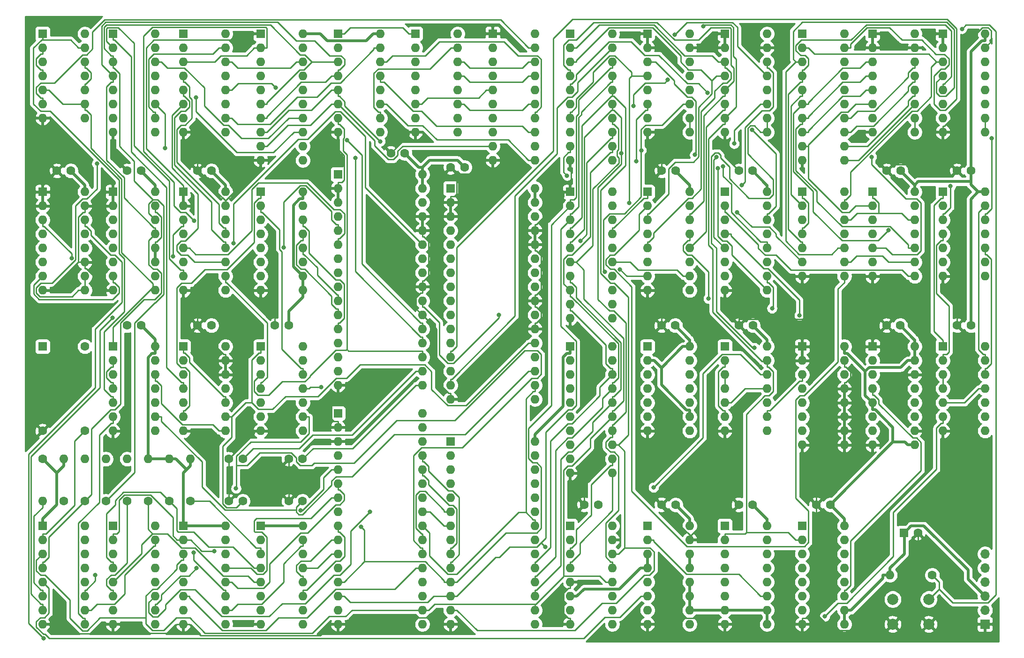
<source format=gbl>
G04 #@! TF.GenerationSoftware,KiCad,Pcbnew,(5.1.5)-3*
G04 #@! TF.CreationDate,2021-01-31T16:43:36+01:00*
G04 #@! TF.ProjectId,8-Bit CPU 32k,382d4269-7420-4435-9055-2033326b2e6b,rev?*
G04 #@! TF.SameCoordinates,Original*
G04 #@! TF.FileFunction,Copper,L2,Bot*
G04 #@! TF.FilePolarity,Positive*
%FSLAX46Y46*%
G04 Gerber Fmt 4.6, Leading zero omitted, Abs format (unit mm)*
G04 Created by KiCad (PCBNEW (5.1.5)-3) date 2021-01-31 16:43:36*
%MOMM*%
%LPD*%
G04 APERTURE LIST*
%ADD10C,2.000000*%
%ADD11C,1.600000*%
%ADD12R,1.600000X1.600000*%
%ADD13O,1.600000X1.600000*%
%ADD14O,1.700000X1.700000*%
%ADD15R,1.700000X1.700000*%
%ADD16C,0.800000*%
%ADD17C,0.500000*%
%ADD18C,0.250000*%
%ADD19C,0.254000*%
G04 APERTURE END LIST*
D10*
X197970000Y-152400000D03*
X197970000Y-147900000D03*
X204470000Y-152400000D03*
X204470000Y-147900000D03*
D11*
X44450000Y-117475000D03*
X52070000Y-117475000D03*
X52070000Y-102235000D03*
D12*
X44450000Y-102235000D03*
D13*
X91440000Y-102235000D03*
X83820000Y-117475000D03*
X91440000Y-104775000D03*
X83820000Y-114935000D03*
X91440000Y-107315000D03*
X83820000Y-112395000D03*
X91440000Y-109855000D03*
X83820000Y-109855000D03*
X91440000Y-112395000D03*
X83820000Y-107315000D03*
X91440000Y-114935000D03*
X83820000Y-104775000D03*
X91440000Y-117475000D03*
D12*
X83820000Y-102235000D03*
D13*
X197485000Y-143510000D03*
D11*
X205105000Y-143510000D03*
X202525000Y-135890000D03*
D12*
X200025000Y-135890000D03*
D11*
X142280000Y-130810000D03*
X144780000Y-130810000D03*
X59730000Y-70485000D03*
X62230000Y-70485000D03*
X170180000Y-130810000D03*
X172680000Y-130810000D03*
X118150000Y-69850000D03*
X120650000Y-69850000D03*
X196890000Y-70485000D03*
X199390000Y-70485000D03*
X72430000Y-70485000D03*
X74930000Y-70485000D03*
X184190000Y-130810000D03*
X186690000Y-130810000D03*
X156250000Y-130810000D03*
X158750000Y-130810000D03*
X196850000Y-98425000D03*
X199350000Y-98425000D03*
X156210000Y-98425000D03*
X158710000Y-98425000D03*
X72430000Y-98425000D03*
X74930000Y-98425000D03*
X170180000Y-70485000D03*
X172680000Y-70485000D03*
X47030000Y-70485000D03*
X49530000Y-70485000D03*
X156250000Y-70485000D03*
X158750000Y-70485000D03*
X170220000Y-98425000D03*
X172720000Y-98425000D03*
X209590000Y-98425000D03*
X212090000Y-98425000D03*
X86400000Y-98425000D03*
X88900000Y-98425000D03*
X107355000Y-67310000D03*
X109855000Y-67310000D03*
X59730000Y-98425000D03*
X62230000Y-98425000D03*
X209590000Y-70485000D03*
X212090000Y-70485000D03*
D13*
X64770000Y-102235000D03*
X57150000Y-117475000D03*
X64770000Y-104775000D03*
X57150000Y-114935000D03*
X64770000Y-107315000D03*
X57150000Y-112395000D03*
X64770000Y-109855000D03*
X57150000Y-109855000D03*
X64770000Y-112395000D03*
X57150000Y-107315000D03*
X64770000Y-114935000D03*
X57150000Y-104775000D03*
X64770000Y-117475000D03*
D12*
X57150000Y-102235000D03*
D13*
X77470000Y-102235000D03*
X69850000Y-117475000D03*
X77470000Y-104775000D03*
X69850000Y-114935000D03*
X77470000Y-107315000D03*
X69850000Y-112395000D03*
X77470000Y-109855000D03*
X69850000Y-109855000D03*
X77470000Y-112395000D03*
X69850000Y-107315000D03*
X77470000Y-114935000D03*
X69850000Y-104775000D03*
X77470000Y-117475000D03*
D12*
X69850000Y-102235000D03*
D11*
X91400000Y-130175000D03*
X88900000Y-130175000D03*
X80605000Y-130175000D03*
X78105000Y-130175000D03*
X91400000Y-122555000D03*
X88900000Y-122555000D03*
X80605000Y-122555000D03*
X78105000Y-122555000D03*
D13*
X214630000Y-74295000D03*
X207010000Y-89535000D03*
X214630000Y-76835000D03*
X207010000Y-86995000D03*
X214630000Y-79375000D03*
X207010000Y-84455000D03*
X214630000Y-81915000D03*
X207010000Y-81915000D03*
X214630000Y-84455000D03*
X207010000Y-79375000D03*
X214630000Y-86995000D03*
X207010000Y-76835000D03*
X214630000Y-89535000D03*
D12*
X207010000Y-74295000D03*
D13*
X214630000Y-102235000D03*
X207010000Y-117475000D03*
X214630000Y-104775000D03*
X207010000Y-114935000D03*
X214630000Y-107315000D03*
X207010000Y-112395000D03*
X214630000Y-109855000D03*
X207010000Y-109855000D03*
X214630000Y-112395000D03*
X207010000Y-107315000D03*
X214630000Y-114935000D03*
X207010000Y-104775000D03*
X214630000Y-117475000D03*
D12*
X207010000Y-102235000D03*
D13*
X161290000Y-102235000D03*
X153670000Y-117475000D03*
X161290000Y-104775000D03*
X153670000Y-114935000D03*
X161290000Y-107315000D03*
X153670000Y-112395000D03*
X161290000Y-109855000D03*
X153670000Y-109855000D03*
X161290000Y-112395000D03*
X153670000Y-107315000D03*
X161290000Y-114935000D03*
X153670000Y-104775000D03*
X161290000Y-117475000D03*
D12*
X153670000Y-102235000D03*
D14*
X214630000Y-139700000D03*
X214630000Y-142240000D03*
X214630000Y-144780000D03*
X214630000Y-147320000D03*
X214630000Y-149860000D03*
D15*
X214630000Y-152400000D03*
D11*
X44450000Y-122555000D03*
D13*
X44450000Y-130175000D03*
D11*
X48260000Y-130175000D03*
D13*
X48260000Y-122555000D03*
X52070000Y-122555000D03*
D11*
X52070000Y-130175000D03*
X55880000Y-130175000D03*
D13*
X55880000Y-122555000D03*
X59690000Y-122555000D03*
D11*
X59690000Y-130175000D03*
D13*
X63500000Y-122555000D03*
D11*
X63500000Y-130175000D03*
X67310000Y-130175000D03*
D13*
X67310000Y-122555000D03*
D11*
X71120000Y-130175000D03*
D13*
X71120000Y-122555000D03*
X161290000Y-45720000D03*
X153670000Y-63500000D03*
X161290000Y-48260000D03*
X153670000Y-60960000D03*
X161290000Y-50800000D03*
X153670000Y-58420000D03*
X161290000Y-53340000D03*
X153670000Y-55880000D03*
X161290000Y-55880000D03*
X153670000Y-53340000D03*
X161290000Y-58420000D03*
X153670000Y-50800000D03*
X161290000Y-60960000D03*
X153670000Y-48260000D03*
X161290000Y-63500000D03*
D12*
X153670000Y-45720000D03*
X167640000Y-45720000D03*
D13*
X175260000Y-63500000D03*
X167640000Y-48260000D03*
X175260000Y-60960000D03*
X167640000Y-50800000D03*
X175260000Y-58420000D03*
X167640000Y-53340000D03*
X175260000Y-55880000D03*
X167640000Y-55880000D03*
X175260000Y-53340000D03*
X167640000Y-58420000D03*
X175260000Y-50800000D03*
X167640000Y-60960000D03*
X175260000Y-48260000D03*
X167640000Y-63500000D03*
X175260000Y-45720000D03*
X147320000Y-45720000D03*
X139700000Y-68580000D03*
X147320000Y-48260000D03*
X139700000Y-66040000D03*
X147320000Y-50800000D03*
X139700000Y-63500000D03*
X147320000Y-53340000D03*
X139700000Y-60960000D03*
X147320000Y-55880000D03*
X139700000Y-58420000D03*
X147320000Y-58420000D03*
X139700000Y-55880000D03*
X147320000Y-60960000D03*
X139700000Y-53340000D03*
X147320000Y-63500000D03*
X139700000Y-50800000D03*
X147320000Y-66040000D03*
X139700000Y-48260000D03*
X147320000Y-68580000D03*
D12*
X139700000Y-45720000D03*
D13*
X52070000Y-74295000D03*
X44450000Y-92075000D03*
X52070000Y-76835000D03*
X44450000Y-89535000D03*
X52070000Y-79375000D03*
X44450000Y-86995000D03*
X52070000Y-81915000D03*
X44450000Y-84455000D03*
X52070000Y-84455000D03*
X44450000Y-81915000D03*
X52070000Y-86995000D03*
X44450000Y-79375000D03*
X52070000Y-89535000D03*
X44450000Y-76835000D03*
X52070000Y-92075000D03*
D12*
X44450000Y-74295000D03*
D13*
X64770000Y-74295000D03*
X57150000Y-92075000D03*
X64770000Y-76835000D03*
X57150000Y-89535000D03*
X64770000Y-79375000D03*
X57150000Y-86995000D03*
X64770000Y-81915000D03*
X57150000Y-84455000D03*
X64770000Y-84455000D03*
X57150000Y-81915000D03*
X64770000Y-86995000D03*
X57150000Y-79375000D03*
X64770000Y-89535000D03*
X57150000Y-76835000D03*
X64770000Y-92075000D03*
D12*
X57150000Y-74295000D03*
X69850000Y-74295000D03*
D13*
X77470000Y-92075000D03*
X69850000Y-76835000D03*
X77470000Y-89535000D03*
X69850000Y-79375000D03*
X77470000Y-86995000D03*
X69850000Y-81915000D03*
X77470000Y-84455000D03*
X69850000Y-84455000D03*
X77470000Y-81915000D03*
X69850000Y-86995000D03*
X77470000Y-79375000D03*
X69850000Y-89535000D03*
X77470000Y-76835000D03*
X69850000Y-92075000D03*
X77470000Y-74295000D03*
D12*
X83820000Y-74295000D03*
D13*
X91440000Y-92075000D03*
X83820000Y-76835000D03*
X91440000Y-89535000D03*
X83820000Y-79375000D03*
X91440000Y-86995000D03*
X83820000Y-81915000D03*
X91440000Y-84455000D03*
X83820000Y-84455000D03*
X91440000Y-81915000D03*
X83820000Y-86995000D03*
X91440000Y-79375000D03*
X83820000Y-89535000D03*
X91440000Y-76835000D03*
X83820000Y-92075000D03*
X91440000Y-74295000D03*
X201930000Y-74295000D03*
X194310000Y-89535000D03*
X201930000Y-76835000D03*
X194310000Y-86995000D03*
X201930000Y-79375000D03*
X194310000Y-84455000D03*
X201930000Y-81915000D03*
X194310000Y-81915000D03*
X201930000Y-84455000D03*
X194310000Y-79375000D03*
X201930000Y-86995000D03*
X194310000Y-76835000D03*
X201930000Y-89535000D03*
D12*
X194310000Y-74295000D03*
X167640000Y-74295000D03*
D13*
X175260000Y-92075000D03*
X167640000Y-76835000D03*
X175260000Y-89535000D03*
X167640000Y-79375000D03*
X175260000Y-86995000D03*
X167640000Y-81915000D03*
X175260000Y-84455000D03*
X167640000Y-84455000D03*
X175260000Y-81915000D03*
X167640000Y-86995000D03*
X175260000Y-79375000D03*
X167640000Y-89535000D03*
X175260000Y-76835000D03*
X167640000Y-92075000D03*
X175260000Y-74295000D03*
D12*
X153670000Y-74295000D03*
D13*
X161290000Y-92075000D03*
X153670000Y-76835000D03*
X161290000Y-89535000D03*
X153670000Y-79375000D03*
X161290000Y-86995000D03*
X153670000Y-81915000D03*
X161290000Y-84455000D03*
X153670000Y-84455000D03*
X161290000Y-81915000D03*
X153670000Y-86995000D03*
X161290000Y-79375000D03*
X153670000Y-89535000D03*
X161290000Y-76835000D03*
X153670000Y-92075000D03*
X161290000Y-74295000D03*
X147320000Y-74295000D03*
X139700000Y-97155000D03*
X147320000Y-76835000D03*
X139700000Y-94615000D03*
X147320000Y-79375000D03*
X139700000Y-92075000D03*
X147320000Y-81915000D03*
X139700000Y-89535000D03*
X147320000Y-84455000D03*
X139700000Y-86995000D03*
X147320000Y-86995000D03*
X139700000Y-84455000D03*
X147320000Y-89535000D03*
X139700000Y-81915000D03*
X147320000Y-92075000D03*
X139700000Y-79375000D03*
X147320000Y-94615000D03*
X139700000Y-76835000D03*
X147320000Y-97155000D03*
D12*
X139700000Y-74295000D03*
X181610000Y-74295000D03*
D13*
X189230000Y-89535000D03*
X181610000Y-76835000D03*
X189230000Y-86995000D03*
X181610000Y-79375000D03*
X189230000Y-84455000D03*
X181610000Y-81915000D03*
X189230000Y-81915000D03*
X181610000Y-84455000D03*
X189230000Y-79375000D03*
X181610000Y-86995000D03*
X189230000Y-76835000D03*
X181610000Y-89535000D03*
X189230000Y-74295000D03*
D12*
X194310000Y-45720000D03*
D13*
X201930000Y-63500000D03*
X194310000Y-48260000D03*
X201930000Y-60960000D03*
X194310000Y-50800000D03*
X201930000Y-58420000D03*
X194310000Y-53340000D03*
X201930000Y-55880000D03*
X194310000Y-55880000D03*
X201930000Y-53340000D03*
X194310000Y-58420000D03*
X201930000Y-50800000D03*
X194310000Y-60960000D03*
X201930000Y-48260000D03*
X194310000Y-63500000D03*
X201930000Y-45720000D03*
X214630000Y-45720000D03*
X207010000Y-63500000D03*
X214630000Y-48260000D03*
X207010000Y-60960000D03*
X214630000Y-50800000D03*
X207010000Y-58420000D03*
X214630000Y-53340000D03*
X207010000Y-55880000D03*
X214630000Y-55880000D03*
X207010000Y-53340000D03*
X214630000Y-58420000D03*
X207010000Y-50800000D03*
X214630000Y-60960000D03*
X207010000Y-48260000D03*
X214630000Y-63500000D03*
D12*
X207010000Y-45720000D03*
X181610000Y-45720000D03*
D13*
X189230000Y-68580000D03*
X181610000Y-48260000D03*
X189230000Y-66040000D03*
X181610000Y-50800000D03*
X189230000Y-63500000D03*
X181610000Y-53340000D03*
X189230000Y-60960000D03*
X181610000Y-55880000D03*
X189230000Y-58420000D03*
X181610000Y-58420000D03*
X189230000Y-55880000D03*
X181610000Y-60960000D03*
X189230000Y-53340000D03*
X181610000Y-63500000D03*
X189230000Y-50800000D03*
X181610000Y-66040000D03*
X189230000Y-48260000D03*
X181610000Y-68580000D03*
X189230000Y-45720000D03*
X52070000Y-134620000D03*
X44450000Y-152400000D03*
X52070000Y-137160000D03*
X44450000Y-149860000D03*
X52070000Y-139700000D03*
X44450000Y-147320000D03*
X52070000Y-142240000D03*
X44450000Y-144780000D03*
X52070000Y-144780000D03*
X44450000Y-142240000D03*
X52070000Y-147320000D03*
X44450000Y-139700000D03*
X52070000Y-149860000D03*
X44450000Y-137160000D03*
X52070000Y-152400000D03*
D12*
X44450000Y-134620000D03*
X57150000Y-134620000D03*
D13*
X64770000Y-152400000D03*
X57150000Y-137160000D03*
X64770000Y-149860000D03*
X57150000Y-139700000D03*
X64770000Y-147320000D03*
X57150000Y-142240000D03*
X64770000Y-144780000D03*
X57150000Y-144780000D03*
X64770000Y-142240000D03*
X57150000Y-147320000D03*
X64770000Y-139700000D03*
X57150000Y-149860000D03*
X64770000Y-137160000D03*
X57150000Y-152400000D03*
X64770000Y-134620000D03*
X77470000Y-134620000D03*
X69850000Y-152400000D03*
X77470000Y-137160000D03*
X69850000Y-149860000D03*
X77470000Y-139700000D03*
X69850000Y-147320000D03*
X77470000Y-142240000D03*
X69850000Y-144780000D03*
X77470000Y-144780000D03*
X69850000Y-142240000D03*
X77470000Y-147320000D03*
X69850000Y-139700000D03*
X77470000Y-149860000D03*
X69850000Y-137160000D03*
X77470000Y-152400000D03*
D12*
X69850000Y-134620000D03*
X118110000Y-119380000D03*
D13*
X133350000Y-152400000D03*
X118110000Y-121920000D03*
X133350000Y-149860000D03*
X118110000Y-124460000D03*
X133350000Y-147320000D03*
X118110000Y-127000000D03*
X133350000Y-144780000D03*
X118110000Y-129540000D03*
X133350000Y-142240000D03*
X118110000Y-132080000D03*
X133350000Y-139700000D03*
X118110000Y-134620000D03*
X133350000Y-137160000D03*
X118110000Y-137160000D03*
X133350000Y-134620000D03*
X118110000Y-139700000D03*
X133350000Y-132080000D03*
X118110000Y-142240000D03*
X133350000Y-129540000D03*
X118110000Y-144780000D03*
X133350000Y-127000000D03*
X118110000Y-147320000D03*
X133350000Y-124460000D03*
X118110000Y-149860000D03*
X133350000Y-121920000D03*
X118110000Y-152400000D03*
X133350000Y-119380000D03*
D12*
X83820000Y-134620000D03*
D13*
X91440000Y-152400000D03*
X83820000Y-137160000D03*
X91440000Y-149860000D03*
X83820000Y-139700000D03*
X91440000Y-147320000D03*
X83820000Y-142240000D03*
X91440000Y-144780000D03*
X83820000Y-144780000D03*
X91440000Y-142240000D03*
X83820000Y-147320000D03*
X91440000Y-139700000D03*
X83820000Y-149860000D03*
X91440000Y-137160000D03*
X83820000Y-152400000D03*
X91440000Y-134620000D03*
X189230000Y-134620000D03*
X181610000Y-152400000D03*
X189230000Y-137160000D03*
X181610000Y-149860000D03*
X189230000Y-139700000D03*
X181610000Y-147320000D03*
X189230000Y-142240000D03*
X181610000Y-144780000D03*
X189230000Y-144780000D03*
X181610000Y-142240000D03*
X189230000Y-147320000D03*
X181610000Y-139700000D03*
X189230000Y-149860000D03*
X181610000Y-137160000D03*
X189230000Y-152400000D03*
D12*
X181610000Y-134620000D03*
D13*
X175260000Y-134620000D03*
X167640000Y-152400000D03*
X175260000Y-137160000D03*
X167640000Y-149860000D03*
X175260000Y-139700000D03*
X167640000Y-147320000D03*
X175260000Y-142240000D03*
X167640000Y-144780000D03*
X175260000Y-144780000D03*
X167640000Y-142240000D03*
X175260000Y-147320000D03*
X167640000Y-139700000D03*
X175260000Y-149860000D03*
X167640000Y-137160000D03*
X175260000Y-152400000D03*
D12*
X167640000Y-134620000D03*
X139700000Y-134620000D03*
D13*
X147320000Y-152400000D03*
X139700000Y-137160000D03*
X147320000Y-149860000D03*
X139700000Y-139700000D03*
X147320000Y-147320000D03*
X139700000Y-142240000D03*
X147320000Y-144780000D03*
X139700000Y-144780000D03*
X147320000Y-142240000D03*
X139700000Y-147320000D03*
X147320000Y-139700000D03*
X139700000Y-149860000D03*
X147320000Y-137160000D03*
X139700000Y-152400000D03*
X147320000Y-134620000D03*
X161290000Y-134620000D03*
X153670000Y-152400000D03*
X161290000Y-137160000D03*
X153670000Y-149860000D03*
X161290000Y-139700000D03*
X153670000Y-147320000D03*
X161290000Y-142240000D03*
X153670000Y-144780000D03*
X161290000Y-144780000D03*
X153670000Y-142240000D03*
X161290000Y-147320000D03*
X153670000Y-139700000D03*
X161290000Y-149860000D03*
X153670000Y-137160000D03*
X161290000Y-152400000D03*
D12*
X153670000Y-134620000D03*
D13*
X64770000Y-45720000D03*
X57150000Y-63500000D03*
X64770000Y-48260000D03*
X57150000Y-60960000D03*
X64770000Y-50800000D03*
X57150000Y-58420000D03*
X64770000Y-53340000D03*
X57150000Y-55880000D03*
X64770000Y-55880000D03*
X57150000Y-53340000D03*
X64770000Y-58420000D03*
X57150000Y-50800000D03*
X64770000Y-60960000D03*
X57150000Y-48260000D03*
X64770000Y-63500000D03*
D12*
X57150000Y-45720000D03*
X44450000Y-45720000D03*
D13*
X52070000Y-60960000D03*
X44450000Y-48260000D03*
X52070000Y-58420000D03*
X44450000Y-50800000D03*
X52070000Y-55880000D03*
X44450000Y-53340000D03*
X52070000Y-53340000D03*
X44450000Y-55880000D03*
X52070000Y-50800000D03*
X44450000Y-58420000D03*
X52070000Y-48260000D03*
X44450000Y-60960000D03*
X52070000Y-45720000D03*
D12*
X69850000Y-45720000D03*
D13*
X77470000Y-63500000D03*
X69850000Y-48260000D03*
X77470000Y-60960000D03*
X69850000Y-50800000D03*
X77470000Y-58420000D03*
X69850000Y-53340000D03*
X77470000Y-55880000D03*
X69850000Y-55880000D03*
X77470000Y-53340000D03*
X69850000Y-58420000D03*
X77470000Y-50800000D03*
X69850000Y-60960000D03*
X77470000Y-48260000D03*
X69850000Y-63500000D03*
X77470000Y-45720000D03*
D12*
X83820000Y-45720000D03*
D13*
X91440000Y-68580000D03*
X83820000Y-48260000D03*
X91440000Y-66040000D03*
X83820000Y-50800000D03*
X91440000Y-63500000D03*
X83820000Y-53340000D03*
X91440000Y-60960000D03*
X83820000Y-55880000D03*
X91440000Y-58420000D03*
X83820000Y-58420000D03*
X91440000Y-55880000D03*
X83820000Y-60960000D03*
X91440000Y-53340000D03*
X83820000Y-63500000D03*
X91440000Y-50800000D03*
X83820000Y-66040000D03*
X91440000Y-48260000D03*
X83820000Y-68580000D03*
X91440000Y-45720000D03*
X105410000Y-45720000D03*
X97790000Y-63500000D03*
X105410000Y-48260000D03*
X97790000Y-60960000D03*
X105410000Y-50800000D03*
X97790000Y-58420000D03*
X105410000Y-53340000D03*
X97790000Y-55880000D03*
X105410000Y-55880000D03*
X97790000Y-53340000D03*
X105410000Y-58420000D03*
X97790000Y-50800000D03*
X105410000Y-60960000D03*
X97790000Y-48260000D03*
X105410000Y-63500000D03*
D12*
X97790000Y-45720000D03*
X111760000Y-45720000D03*
D13*
X119380000Y-63500000D03*
X111760000Y-48260000D03*
X119380000Y-60960000D03*
X111760000Y-50800000D03*
X119380000Y-58420000D03*
X111760000Y-53340000D03*
X119380000Y-55880000D03*
X111760000Y-55880000D03*
X119380000Y-53340000D03*
X111760000Y-58420000D03*
X119380000Y-50800000D03*
X111760000Y-60960000D03*
X119380000Y-48260000D03*
X111760000Y-63500000D03*
X119380000Y-45720000D03*
D12*
X125730000Y-45720000D03*
D13*
X133350000Y-68580000D03*
X125730000Y-48260000D03*
X133350000Y-66040000D03*
X125730000Y-50800000D03*
X133350000Y-63500000D03*
X125730000Y-53340000D03*
X133350000Y-60960000D03*
X125730000Y-55880000D03*
X133350000Y-58420000D03*
X125730000Y-58420000D03*
X133350000Y-55880000D03*
X125730000Y-60960000D03*
X133350000Y-53340000D03*
X125730000Y-63500000D03*
X133350000Y-50800000D03*
X125730000Y-66040000D03*
X133350000Y-48260000D03*
X125730000Y-68580000D03*
X133350000Y-45720000D03*
D12*
X97790000Y-114300000D03*
D13*
X113030000Y-152400000D03*
X97790000Y-116840000D03*
X113030000Y-149860000D03*
X97790000Y-119380000D03*
X113030000Y-147320000D03*
X97790000Y-121920000D03*
X113030000Y-144780000D03*
X97790000Y-124460000D03*
X113030000Y-142240000D03*
X97790000Y-127000000D03*
X113030000Y-139700000D03*
X97790000Y-129540000D03*
X113030000Y-137160000D03*
X97790000Y-132080000D03*
X113030000Y-134620000D03*
X97790000Y-134620000D03*
X113030000Y-132080000D03*
X97790000Y-137160000D03*
X113030000Y-129540000D03*
X97790000Y-139700000D03*
X113030000Y-127000000D03*
X97790000Y-142240000D03*
X113030000Y-124460000D03*
X97790000Y-144780000D03*
X113030000Y-121920000D03*
X97790000Y-147320000D03*
X113030000Y-119380000D03*
X97790000Y-149860000D03*
X113030000Y-116840000D03*
X97790000Y-152400000D03*
X113030000Y-114300000D03*
D12*
X167640000Y-102235000D03*
D13*
X175260000Y-117475000D03*
X167640000Y-104775000D03*
X175260000Y-114935000D03*
X167640000Y-107315000D03*
X175260000Y-112395000D03*
X167640000Y-109855000D03*
X175260000Y-109855000D03*
X167640000Y-112395000D03*
X175260000Y-107315000D03*
X167640000Y-114935000D03*
X175260000Y-104775000D03*
X167640000Y-117475000D03*
X175260000Y-102235000D03*
D12*
X139700000Y-102235000D03*
D13*
X147320000Y-125095000D03*
X139700000Y-104775000D03*
X147320000Y-122555000D03*
X139700000Y-107315000D03*
X147320000Y-120015000D03*
X139700000Y-109855000D03*
X147320000Y-117475000D03*
X139700000Y-112395000D03*
X147320000Y-114935000D03*
X139700000Y-114935000D03*
X147320000Y-112395000D03*
X139700000Y-117475000D03*
X147320000Y-109855000D03*
X139700000Y-120015000D03*
X147320000Y-107315000D03*
X139700000Y-122555000D03*
X147320000Y-104775000D03*
X139700000Y-125095000D03*
X147320000Y-102235000D03*
X113030000Y-71120000D03*
X97790000Y-109220000D03*
X113030000Y-73660000D03*
X97790000Y-106680000D03*
X113030000Y-76200000D03*
X97790000Y-104140000D03*
X113030000Y-78740000D03*
X97790000Y-101600000D03*
X113030000Y-81280000D03*
X97790000Y-99060000D03*
X113030000Y-83820000D03*
X97790000Y-96520000D03*
X113030000Y-86360000D03*
X97790000Y-93980000D03*
X113030000Y-88900000D03*
X97790000Y-91440000D03*
X113030000Y-91440000D03*
X97790000Y-88900000D03*
X113030000Y-93980000D03*
X97790000Y-86360000D03*
X113030000Y-96520000D03*
X97790000Y-83820000D03*
X113030000Y-99060000D03*
X97790000Y-81280000D03*
X113030000Y-101600000D03*
X97790000Y-78740000D03*
X113030000Y-104140000D03*
X97790000Y-76200000D03*
X113030000Y-106680000D03*
X97790000Y-73660000D03*
X113030000Y-109220000D03*
D12*
X97790000Y-71120000D03*
X118110000Y-73660000D03*
D13*
X133350000Y-111760000D03*
X118110000Y-76200000D03*
X133350000Y-109220000D03*
X118110000Y-78740000D03*
X133350000Y-106680000D03*
X118110000Y-81280000D03*
X133350000Y-104140000D03*
X118110000Y-83820000D03*
X133350000Y-101600000D03*
X118110000Y-86360000D03*
X133350000Y-99060000D03*
X118110000Y-88900000D03*
X133350000Y-96520000D03*
X118110000Y-91440000D03*
X133350000Y-93980000D03*
X118110000Y-93980000D03*
X133350000Y-91440000D03*
X118110000Y-96520000D03*
X133350000Y-88900000D03*
X118110000Y-99060000D03*
X133350000Y-86360000D03*
X118110000Y-101600000D03*
X133350000Y-83820000D03*
X118110000Y-104140000D03*
X133350000Y-81280000D03*
X118110000Y-106680000D03*
X133350000Y-78740000D03*
X118110000Y-109220000D03*
X133350000Y-76200000D03*
X118110000Y-111760000D03*
X133350000Y-73660000D03*
X189230000Y-102235000D03*
X181610000Y-120015000D03*
X189230000Y-104775000D03*
X181610000Y-117475000D03*
X189230000Y-107315000D03*
X181610000Y-114935000D03*
X189230000Y-109855000D03*
X181610000Y-112395000D03*
X189230000Y-112395000D03*
X181610000Y-109855000D03*
X189230000Y-114935000D03*
X181610000Y-107315000D03*
X189230000Y-117475000D03*
X181610000Y-104775000D03*
X189230000Y-120015000D03*
D12*
X181610000Y-102235000D03*
X194310000Y-102235000D03*
D13*
X201930000Y-120015000D03*
X194310000Y-104775000D03*
X201930000Y-117475000D03*
X194310000Y-107315000D03*
X201930000Y-114935000D03*
X194310000Y-109855000D03*
X201930000Y-112395000D03*
X194310000Y-112395000D03*
X201930000Y-109855000D03*
X194310000Y-114935000D03*
X201930000Y-107315000D03*
X194310000Y-117475000D03*
X201930000Y-104775000D03*
X194310000Y-120015000D03*
X201930000Y-102235000D03*
D16*
X152574700Y-66772300D03*
X145970200Y-88703700D03*
X105416300Y-65170700D03*
X157367200Y-54062100D03*
X151139800Y-58765300D03*
X141549400Y-83160700D03*
X169348700Y-65580600D03*
X148913100Y-67360000D03*
X135218100Y-138427800D03*
X158642100Y-45869400D03*
X71796300Y-79487000D03*
X101997300Y-134764700D03*
X170709100Y-73095300D03*
X75444300Y-139164400D03*
X163805000Y-44417300D03*
X79382900Y-127879100D03*
X53995000Y-143510000D03*
X167361100Y-69699000D03*
X139161200Y-71359800D03*
X151669300Y-68788800D03*
X172548400Y-63080000D03*
X150399800Y-76332900D03*
X166169600Y-67968400D03*
X162205500Y-67604000D03*
X172999200Y-102462600D03*
X164518800Y-56367600D03*
X185684500Y-151014000D03*
X44624800Y-154934000D03*
X166360700Y-70001100D03*
X215863500Y-64641900D03*
X176183900Y-95326400D03*
X49702500Y-86255600D03*
X126845700Y-96520000D03*
X54264700Y-69194400D03*
X78927500Y-83540400D03*
X87954800Y-84352000D03*
X148737000Y-88285800D03*
X197176100Y-81219700D03*
X194159700Y-67972100D03*
X181132800Y-96610800D03*
X208422800Y-73281900D03*
X164703300Y-93592300D03*
X169881600Y-77988900D03*
X72216100Y-142292100D03*
X103588300Y-132080000D03*
X91069000Y-131833300D03*
X71774400Y-139448700D03*
X72151200Y-57278200D03*
X66558200Y-66384400D03*
X86589000Y-55462900D03*
X154774300Y-127671400D03*
X99459900Y-64987200D03*
X100956700Y-68205700D03*
X94784500Y-109601500D03*
X57111000Y-97016600D03*
X210474400Y-44845500D03*
X68044500Y-85963200D03*
D17*
X105410000Y-45720000D02*
X104159700Y-45720000D01*
X104159700Y-45720000D02*
X102909300Y-46970400D01*
X102909300Y-46970400D02*
X95871200Y-46970400D01*
X95871200Y-46970400D02*
X94620800Y-45720000D01*
X94620800Y-45720000D02*
X91440000Y-45720000D01*
X64770000Y-74295000D02*
X64770000Y-73044700D01*
X64770000Y-73044700D02*
X62230000Y-70504700D01*
X62230000Y-70504700D02*
X62230000Y-70485000D01*
X175260000Y-134620000D02*
X175260000Y-133369700D01*
X175260000Y-133369700D02*
X175239700Y-133369700D01*
X175239700Y-133369700D02*
X172680000Y-130810000D01*
X77470000Y-74295000D02*
X77470000Y-73044700D01*
X77470000Y-73044700D02*
X74930000Y-70504700D01*
X74930000Y-70504700D02*
X74930000Y-70485000D01*
X200065000Y-135890000D02*
X201315400Y-134639600D01*
X201315400Y-134639600D02*
X203587400Y-134639600D01*
X203587400Y-134639600D02*
X211564300Y-142616500D01*
X211564300Y-142616500D02*
X211564300Y-144254300D01*
X211564300Y-144254300D02*
X214630000Y-147320000D01*
X197485000Y-142259700D02*
X200065000Y-139679700D01*
X200065000Y-139679700D02*
X200065000Y-135890000D01*
X212090000Y-72429100D02*
X212090000Y-70485000D01*
X213379700Y-74295000D02*
X212090000Y-73005300D01*
X212090000Y-73005300D02*
X212090000Y-72429100D01*
X212090000Y-72429100D02*
X202545600Y-72429100D01*
X202545600Y-72429100D02*
X201930000Y-73044700D01*
X212090000Y-98425000D02*
X212090000Y-75584700D01*
X212090000Y-75584700D02*
X213379700Y-74295000D01*
X201930000Y-74295000D02*
X201930000Y-73044700D01*
X201930000Y-73044700D02*
X199390000Y-70504700D01*
X199390000Y-70504700D02*
X199390000Y-70485000D01*
X91440000Y-74295000D02*
X91440000Y-75545300D01*
X91440000Y-75545300D02*
X90893000Y-75545300D01*
X90893000Y-75545300D02*
X89739300Y-76699000D01*
X89739300Y-76699000D02*
X89739300Y-87834300D01*
X89739300Y-87834300D02*
X91440000Y-89535000D01*
X214630000Y-46970300D02*
X214086100Y-46970300D01*
X214086100Y-46970300D02*
X212090000Y-48966400D01*
X212090000Y-48966400D02*
X212090000Y-70485000D01*
X175260000Y-102235000D02*
X175260000Y-100984700D01*
X175260000Y-100984700D02*
X172720000Y-98444700D01*
X172720000Y-98444700D02*
X172720000Y-98425000D01*
X120650000Y-69850000D02*
X119380000Y-68580000D01*
X119380000Y-68580000D02*
X114319700Y-68580000D01*
X114319700Y-68580000D02*
X113030000Y-69869700D01*
X113030000Y-71120000D02*
X113030000Y-69869700D01*
X113030000Y-69869700D02*
X112414700Y-69869700D01*
X112414700Y-69869700D02*
X109855000Y-67310000D01*
X113030000Y-73660000D02*
X113030000Y-71120000D01*
X161290000Y-74295000D02*
X161290000Y-73044700D01*
X161290000Y-73044700D02*
X158750000Y-70504700D01*
X158750000Y-70504700D02*
X158750000Y-70485000D01*
X152419700Y-142240000D02*
X148629300Y-146030400D01*
X148629300Y-146030400D02*
X142239900Y-146030400D01*
X142239900Y-146030400D02*
X140950300Y-147320000D01*
X63500000Y-122555000D02*
X66059700Y-122555000D01*
X67310000Y-122555000D02*
X66059700Y-122555000D01*
X63500000Y-122555000D02*
X63500000Y-104211400D01*
X63500000Y-104211400D02*
X64226100Y-103485300D01*
X64226100Y-103485300D02*
X64770000Y-103485300D01*
X201930000Y-102235000D02*
X201930000Y-100984700D01*
X201930000Y-100984700D02*
X201909700Y-100984700D01*
X201909700Y-100984700D02*
X199350000Y-98425000D01*
X201930000Y-102235000D02*
X201930000Y-104775000D01*
X197485000Y-143510000D02*
X197485000Y-142259700D01*
X214630000Y-45720000D02*
X214630000Y-46970300D01*
X214630000Y-74295000D02*
X213379700Y-74295000D01*
X201930000Y-104775000D02*
X200679700Y-104775000D01*
X200679700Y-104775000D02*
X199429400Y-106025300D01*
X199429400Y-106025300D02*
X193723800Y-106025300D01*
X193723800Y-106025300D02*
X193020400Y-106728700D01*
X193020400Y-106728700D02*
X193020400Y-111105400D01*
X193020400Y-111105400D02*
X194310000Y-112395000D01*
X189230000Y-103485300D02*
X189777000Y-103485300D01*
X189777000Y-103485300D02*
X193020400Y-106728700D01*
X198007500Y-119492500D02*
X186690000Y-130810000D01*
X200679700Y-120015000D02*
X200157200Y-119492500D01*
X200157200Y-119492500D02*
X198007500Y-119492500D01*
X194310000Y-113645300D02*
X194817700Y-113645300D01*
X194817700Y-113645300D02*
X198007500Y-116835100D01*
X198007500Y-116835100D02*
X198007500Y-119492500D01*
X201930000Y-120015000D02*
X200679700Y-120015000D01*
X194310000Y-112395000D02*
X194310000Y-113645300D01*
X175260000Y-149860000D02*
X168890300Y-149860000D01*
X167640000Y-149860000D02*
X168890300Y-149860000D01*
X175260000Y-152400000D02*
X175260000Y-149860000D01*
X161290000Y-134620000D02*
X161290000Y-133369700D01*
X161290000Y-133369700D02*
X158750000Y-130829700D01*
X158750000Y-130829700D02*
X158750000Y-130810000D01*
X156210000Y-106064700D02*
X160039700Y-102235000D01*
X161290000Y-113684700D02*
X160746100Y-113684700D01*
X160746100Y-113684700D02*
X156210000Y-109148600D01*
X156210000Y-109148600D02*
X156210000Y-106064700D01*
X154920300Y-104775000D02*
X156210000Y-106064700D01*
X153670000Y-104775000D02*
X154920300Y-104775000D01*
X161290000Y-102235000D02*
X160039700Y-102235000D01*
X161290000Y-102235000D02*
X161290000Y-100984700D01*
X158710000Y-98425000D02*
X161269700Y-100984700D01*
X161269700Y-100984700D02*
X161290000Y-100984700D01*
X161290000Y-114935000D02*
X161290000Y-113684700D01*
X153670000Y-142240000D02*
X152419700Y-142240000D01*
X153670000Y-139700000D02*
X153670000Y-142240000D01*
X139700000Y-147320000D02*
X140950300Y-147320000D01*
X70465300Y-124460000D02*
X69850000Y-125075300D01*
X69850000Y-125075300D02*
X69850000Y-134620000D01*
X71120000Y-123805300D02*
X70465300Y-124460000D01*
X68560300Y-122555000D02*
X70465300Y-124460000D01*
X67310000Y-122555000D02*
X68560300Y-122555000D01*
X46980100Y-125085100D02*
X44450000Y-122555000D01*
X48260000Y-123805300D02*
X46980200Y-125085100D01*
X46980200Y-125085100D02*
X46980100Y-125085100D01*
X44450000Y-133369700D02*
X46980100Y-130839600D01*
X46980100Y-130839600D02*
X46980100Y-125085100D01*
X189230000Y-133994800D02*
X189230000Y-133350000D01*
X189230000Y-133350000D02*
X186690000Y-130810000D01*
X189230000Y-134620000D02*
X189230000Y-133994800D01*
X189230000Y-102235000D02*
X189230000Y-103485300D01*
X161290000Y-142240000D02*
X161290000Y-139700000D01*
X91440000Y-89535000D02*
X91440000Y-90824700D01*
X91440000Y-92075000D02*
X91440000Y-90824700D01*
X69850000Y-134620000D02*
X71100300Y-134620000D01*
X76219700Y-134620000D02*
X71100300Y-134620000D01*
X77470000Y-134620000D02*
X76219700Y-134620000D01*
X71120000Y-122555000D02*
X71120000Y-123805300D01*
X64770000Y-102235000D02*
X64770000Y-103485300D01*
X197485000Y-143510000D02*
X196234700Y-143510000D01*
X189230000Y-149860000D02*
X190480300Y-149860000D01*
X190480300Y-149860000D02*
X196234700Y-144105600D01*
X196234700Y-144105600D02*
X196234700Y-143510000D01*
X189230000Y-152400000D02*
X189230000Y-149860000D01*
X88900000Y-98425000D02*
X88900000Y-95865300D01*
X88900000Y-95865300D02*
X91440000Y-93325300D01*
X62230000Y-98425000D02*
X64770000Y-100965000D01*
X64770000Y-100965000D02*
X64770000Y-102235000D01*
X52070000Y-74295000D02*
X52070000Y-73044700D01*
X52070000Y-73044700D02*
X49530000Y-70504700D01*
X49530000Y-70504700D02*
X49530000Y-70485000D01*
X48260000Y-122555000D02*
X48260000Y-123805300D01*
X44450000Y-134620000D02*
X44450000Y-133369700D01*
X167640000Y-149860000D02*
X161290000Y-149860000D01*
X161290000Y-147320000D02*
X161290000Y-144780000D01*
X161290000Y-149860000D02*
X161290000Y-147320000D01*
X91440000Y-92075000D02*
X91440000Y-93325300D01*
X175260000Y-74295000D02*
X175260000Y-73044700D01*
X175260000Y-73044700D02*
X175239700Y-73044700D01*
X175239700Y-73044700D02*
X172680000Y-70485000D01*
X91440000Y-134620000D02*
X83820000Y-134620000D01*
X139700000Y-102235000D02*
X139700000Y-103485300D01*
X133350000Y-119380000D02*
X133350000Y-118129700D01*
X133350000Y-118129700D02*
X138449700Y-113030000D01*
X138449700Y-113030000D02*
X138449700Y-104188500D01*
X138449700Y-104188500D02*
X139152900Y-103485300D01*
X139152900Y-103485300D02*
X139700000Y-103485300D01*
X133350000Y-73660000D02*
X133350000Y-76200000D01*
D18*
X118110000Y-152400000D02*
X116984700Y-152400000D01*
X116984700Y-152400000D02*
X115848400Y-151263700D01*
X115848400Y-151263700D02*
X112076700Y-151263700D01*
X112076700Y-151263700D02*
X110940400Y-152400000D01*
X110940400Y-152400000D02*
X97790000Y-152400000D01*
X69850000Y-73169700D02*
X63165700Y-66485400D01*
X63165700Y-66485400D02*
X63165700Y-48247800D01*
X63165700Y-48247800D02*
X64568200Y-46845300D01*
X64568200Y-46845300D02*
X81569400Y-46845300D01*
X81569400Y-46845300D02*
X82694700Y-45720000D01*
X207010000Y-89535000D02*
X207010000Y-90660300D01*
X207010000Y-90660300D02*
X209590000Y-93240300D01*
X209590000Y-93240300D02*
X209590000Y-98425000D01*
X161466100Y-136421200D02*
X156250000Y-131205100D01*
X156250000Y-131205100D02*
X156250000Y-130810000D01*
X161466100Y-136421200D02*
X168239600Y-129647700D01*
X161290000Y-136597300D02*
X161466100Y-136421200D01*
X118110000Y-78740000D02*
X118110000Y-76200000D01*
X133350000Y-83820000D02*
X133350000Y-84945300D01*
X133350000Y-84945300D02*
X133631400Y-84945300D01*
X133631400Y-84945300D02*
X134475300Y-85789200D01*
X134475300Y-85789200D02*
X134475300Y-92010800D01*
X134475300Y-92010800D02*
X133631400Y-92854700D01*
X133631400Y-92854700D02*
X133350000Y-92854700D01*
X133350000Y-81280000D02*
X133350000Y-83820000D01*
X133350000Y-93980000D02*
X133350000Y-92854700D01*
X153670000Y-152400000D02*
X154795300Y-152400000D01*
X167640000Y-152400000D02*
X166514700Y-152400000D01*
X166514700Y-152400000D02*
X165389400Y-151274700D01*
X165389400Y-151274700D02*
X155920600Y-151274700D01*
X155920600Y-151274700D02*
X154795300Y-152400000D01*
X133350000Y-99060000D02*
X133350000Y-97934700D01*
X133350000Y-93980000D02*
X133350000Y-95105300D01*
X133350000Y-95105300D02*
X133631300Y-95105300D01*
X133631300Y-95105300D02*
X134475300Y-95949300D01*
X134475300Y-95949300D02*
X134475300Y-97090800D01*
X134475300Y-97090800D02*
X133631400Y-97934700D01*
X133631400Y-97934700D02*
X133350000Y-97934700D01*
X156250000Y-130810000D02*
X153670000Y-128230000D01*
X153670000Y-128230000D02*
X153670000Y-118600300D01*
X184190000Y-150545200D02*
X187172800Y-153528000D01*
X187172800Y-153528000D02*
X196842000Y-153528000D01*
X196842000Y-153528000D02*
X197970000Y-152400000D01*
X184190000Y-130810000D02*
X184190000Y-150545200D01*
X184190000Y-150545200D02*
X183460500Y-151274700D01*
X183460500Y-151274700D02*
X181610000Y-151274700D01*
X45575300Y-92075000D02*
X45780500Y-92075000D01*
X45780500Y-92075000D02*
X50913400Y-86942100D01*
X56024700Y-152400000D02*
X54349100Y-154075600D01*
X54349100Y-154075600D02*
X47250900Y-154075600D01*
X47250900Y-154075600D02*
X45575300Y-152400000D01*
X153670000Y-117475000D02*
X153670000Y-118600300D01*
X139700000Y-74295000D02*
X138574700Y-74295000D01*
X133350000Y-81280000D02*
X133350000Y-80154700D01*
X133350000Y-80154700D02*
X133595100Y-80154700D01*
X133595100Y-80154700D02*
X138574700Y-75175100D01*
X138574700Y-75175100D02*
X138574700Y-74295000D01*
X139700000Y-68580000D02*
X139700000Y-69705300D01*
X139700000Y-74295000D02*
X139700000Y-73169700D01*
X139700000Y-73169700D02*
X139921300Y-72948400D01*
X139921300Y-72948400D02*
X139921300Y-69926600D01*
X139921300Y-69926600D02*
X139700000Y-69705300D01*
X77470000Y-104775000D02*
X77470000Y-103649700D01*
X72430000Y-98425000D02*
X72430000Y-98891000D01*
X72430000Y-98891000D02*
X77188700Y-103649700D01*
X77188700Y-103649700D02*
X77470000Y-103649700D01*
X69850000Y-93200300D02*
X72430000Y-95780300D01*
X72430000Y-95780300D02*
X72430000Y-98425000D01*
X181610000Y-97336100D02*
X181858100Y-97088000D01*
X181858100Y-97088000D02*
X181858100Y-90908400D01*
X181858100Y-90908400D02*
X181610000Y-90660300D01*
X181610000Y-101109700D02*
X181610000Y-97336100D01*
X181610000Y-97336100D02*
X180832400Y-97336100D01*
X180832400Y-97336100D02*
X180775500Y-97279200D01*
X180775500Y-97279200D02*
X170220000Y-97279200D01*
X118110000Y-111760000D02*
X118110000Y-110634700D01*
X118110000Y-110634700D02*
X117828700Y-110634700D01*
X117828700Y-110634700D02*
X115622200Y-108428200D01*
X115622200Y-108428200D02*
X115622200Y-99112200D01*
X115622200Y-99112200D02*
X113030000Y-96520000D01*
X113030000Y-96520000D02*
X111904700Y-95394700D01*
X111904700Y-95394700D02*
X111904700Y-93409200D01*
X111904700Y-93409200D02*
X112748600Y-92565300D01*
X112748600Y-92565300D02*
X113030000Y-92565300D01*
X97790000Y-64625300D02*
X97790000Y-66602900D01*
X97790000Y-66602900D02*
X98915300Y-67728200D01*
X98915300Y-67728200D02*
X98915300Y-72112800D01*
X98915300Y-72112800D02*
X98493400Y-72534700D01*
X98493400Y-72534700D02*
X97790000Y-72534700D01*
X88900000Y-122555000D02*
X88900000Y-130175000D01*
X181610000Y-102235000D02*
X181610000Y-101109700D01*
X170220000Y-97279200D02*
X170220000Y-98425000D01*
X167640000Y-93200300D02*
X170220000Y-95780300D01*
X170220000Y-95780300D02*
X170220000Y-97279200D01*
X181610000Y-102235000D02*
X181610000Y-104775000D01*
X181610000Y-89535000D02*
X181610000Y-90660300D01*
X167640000Y-92075000D02*
X167640000Y-93200300D01*
X167640000Y-117475000D02*
X167640000Y-118600300D01*
X168239600Y-129647700D02*
X168239600Y-119199900D01*
X168239600Y-119199900D02*
X167640000Y-118600300D01*
X170180000Y-130810000D02*
X169017700Y-129647700D01*
X169017700Y-129647700D02*
X168239600Y-129647700D01*
X161290000Y-137160000D02*
X161290000Y-136597300D01*
X111760000Y-63500000D02*
X110634700Y-63500000D01*
X107355000Y-67310000D02*
X110634700Y-64030300D01*
X110634700Y-64030300D02*
X110634700Y-63500000D01*
X97790000Y-109220000D02*
X97790000Y-110345300D01*
X97790000Y-116840000D02*
X97790000Y-115714700D01*
X97790000Y-115714700D02*
X97086700Y-115714700D01*
X97086700Y-115714700D02*
X96664700Y-115292700D01*
X96664700Y-115292700D02*
X96664700Y-111470600D01*
X96664700Y-111470600D02*
X97790000Y-110345300D01*
X78105000Y-122555000D02*
X82694700Y-117965300D01*
X82694700Y-117965300D02*
X82694700Y-117475000D01*
X207010000Y-69359600D02*
X208464600Y-69359600D01*
X208464600Y-69359600D02*
X209590000Y-70485000D01*
X196890000Y-70485000D02*
X198015400Y-69359600D01*
X198015400Y-69359600D02*
X207010000Y-69359600D01*
X207010000Y-69359600D02*
X207010000Y-64625300D01*
X202565000Y-150495000D02*
X204470000Y-152400000D01*
X202565000Y-135890000D02*
X202565000Y-150495000D01*
X202565000Y-150495000D02*
X199875000Y-150495000D01*
X199875000Y-150495000D02*
X197970000Y-152400000D01*
X181610000Y-152400000D02*
X181610000Y-151274700D01*
X184190000Y-123720300D02*
X184190000Y-130810000D01*
X189230000Y-109855000D02*
X189230000Y-108729700D01*
X189230000Y-104775000D02*
X189230000Y-105900300D01*
X189230000Y-105900300D02*
X189511300Y-105900300D01*
X189511300Y-105900300D02*
X190355300Y-106744300D01*
X190355300Y-106744300D02*
X190355300Y-107885800D01*
X190355300Y-107885800D02*
X189511400Y-108729700D01*
X189511400Y-108729700D02*
X189230000Y-108729700D01*
X181610000Y-121140300D02*
X184190000Y-123720300D01*
X189230000Y-120015000D02*
X187895300Y-120015000D01*
X187895300Y-120015000D02*
X184190000Y-123720300D01*
X193184700Y-120015000D02*
X189230000Y-120015000D01*
X57150000Y-76835000D02*
X57150000Y-75420300D01*
X57150000Y-76835000D02*
X53195300Y-76835000D01*
X57150000Y-74295000D02*
X57150000Y-75420300D01*
X52070000Y-76835000D02*
X53195300Y-76835000D01*
X50913400Y-86942100D02*
X50966300Y-86995000D01*
X52070000Y-77960300D02*
X51788700Y-77960300D01*
X51788700Y-77960300D02*
X50913400Y-78835600D01*
X50913400Y-78835600D02*
X50913400Y-86942100D01*
X44450000Y-92075000D02*
X45575300Y-92075000D01*
X207010000Y-63500000D02*
X207010000Y-62374700D01*
X214630000Y-48260000D02*
X215763100Y-47126900D01*
X215763100Y-47126900D02*
X215763100Y-45181500D01*
X215763100Y-45181500D02*
X215176200Y-44594600D01*
X215176200Y-44594600D02*
X214163900Y-44594600D01*
X214163900Y-44594600D02*
X210762800Y-47995700D01*
X210762800Y-47995700D02*
X210762800Y-58903200D01*
X210762800Y-58903200D02*
X207291300Y-62374700D01*
X207291300Y-62374700D02*
X207010000Y-62374700D01*
X207010000Y-63500000D02*
X207010000Y-64625300D01*
X194310000Y-120015000D02*
X193184700Y-120015000D01*
X189230000Y-120015000D02*
X189230000Y-117475000D01*
X170180000Y-70485000D02*
X167640000Y-67945000D01*
X167640000Y-67945000D02*
X167640000Y-64625300D01*
X113030000Y-91440000D02*
X113030000Y-90314700D01*
X113030000Y-81280000D02*
X113030000Y-82405300D01*
X113030000Y-82405300D02*
X113311300Y-82405300D01*
X113311300Y-82405300D02*
X114155300Y-83249300D01*
X114155300Y-83249300D02*
X114155300Y-89470800D01*
X114155300Y-89470800D02*
X113311400Y-90314700D01*
X113311400Y-90314700D02*
X113030000Y-90314700D01*
X113030000Y-78740000D02*
X113030000Y-81280000D01*
X83820000Y-92075000D02*
X83820000Y-93200300D01*
X83820000Y-93200300D02*
X86400000Y-95780300D01*
X86400000Y-95780300D02*
X86400000Y-98425000D01*
X78105000Y-122555000D02*
X78105000Y-130175000D01*
X83820000Y-117475000D02*
X82694700Y-117475000D01*
X69850000Y-92075000D02*
X69850000Y-93200300D01*
X52070000Y-86995000D02*
X52070000Y-88120300D01*
X57150000Y-92075000D02*
X56024700Y-92075000D01*
X56024700Y-92075000D02*
X56024700Y-91793700D01*
X56024700Y-91793700D02*
X52351300Y-88120300D01*
X52351300Y-88120300D02*
X52070000Y-88120300D01*
X52070000Y-76835000D02*
X52070000Y-77960300D01*
X52070000Y-86995000D02*
X50966300Y-86995000D01*
X207010000Y-45720000D02*
X207010000Y-48260000D01*
X156210000Y-98425000D02*
X156210000Y-95740300D01*
X156210000Y-95740300D02*
X153670000Y-93200300D01*
X69850000Y-152400000D02*
X70975300Y-152400000D01*
X97790000Y-152400000D02*
X96664700Y-152400000D01*
X96664700Y-152400000D02*
X94619200Y-154445500D01*
X94619200Y-154445500D02*
X73020800Y-154445500D01*
X73020800Y-154445500D02*
X70975300Y-152400000D01*
X113030000Y-91440000D02*
X113030000Y-92565300D01*
X83820000Y-68580000D02*
X83820000Y-69705300D01*
X77470000Y-75896700D02*
X72430000Y-70856700D01*
X72430000Y-70856700D02*
X72430000Y-70485000D01*
X77470000Y-76272300D02*
X77470000Y-75896700D01*
X83820000Y-69705300D02*
X83661400Y-69705300D01*
X83661400Y-69705300D02*
X77470000Y-75896700D01*
X59730000Y-70485000D02*
X57150000Y-67905000D01*
X57150000Y-67905000D02*
X57150000Y-63500000D01*
X194310000Y-90660300D02*
X194310000Y-95885000D01*
X194310000Y-95885000D02*
X196850000Y-98425000D01*
X58275300Y-152400000D02*
X59869900Y-153994600D01*
X59869900Y-153994600D02*
X67130100Y-153994600D01*
X67130100Y-153994600D02*
X68724700Y-152400000D01*
X57150000Y-152400000D02*
X58275300Y-152400000D01*
X69850000Y-152400000D02*
X68724700Y-152400000D01*
X77470000Y-104775000D02*
X77470000Y-107315000D01*
X83820000Y-45720000D02*
X82694700Y-45720000D01*
X69850000Y-74295000D02*
X69850000Y-73169700D01*
X69850000Y-76835000D02*
X69850000Y-74295000D01*
X181610000Y-120015000D02*
X181610000Y-121140300D01*
X194310000Y-89535000D02*
X194310000Y-90660300D01*
X194310000Y-101109700D02*
X196850000Y-98569700D01*
X196850000Y-98569700D02*
X196850000Y-98425000D01*
X77470000Y-76835000D02*
X77470000Y-76272300D01*
X153670000Y-63500000D02*
X153670000Y-64625300D01*
X153670000Y-64625300D02*
X156250000Y-67205300D01*
X156250000Y-67205300D02*
X156250000Y-70485000D01*
X153670000Y-45720000D02*
X153670000Y-48260000D01*
X44450000Y-74295000D02*
X44450000Y-73169700D01*
X44450000Y-73169700D02*
X47030000Y-70589700D01*
X47030000Y-70589700D02*
X47030000Y-70485000D01*
X44450000Y-74295000D02*
X44450000Y-76835000D01*
X64770000Y-84455000D02*
X64770000Y-83329700D01*
X64770000Y-83329700D02*
X65051400Y-83329700D01*
X65051400Y-83329700D02*
X65895300Y-82485800D01*
X65895300Y-82485800D02*
X65895300Y-78804200D01*
X65895300Y-78804200D02*
X65051400Y-77960300D01*
X65051400Y-77960300D02*
X64770000Y-77960300D01*
X64770000Y-86995000D02*
X64770000Y-84455000D01*
X64770000Y-76835000D02*
X64770000Y-77960300D01*
X57150000Y-152400000D02*
X56024700Y-152400000D01*
X44450000Y-152400000D02*
X45575300Y-152400000D01*
X189230000Y-112395000D02*
X189230000Y-109855000D01*
X189230000Y-114935000D02*
X189230000Y-112395000D01*
X189230000Y-117475000D02*
X189230000Y-114935000D01*
X167640000Y-48260000D02*
X167640000Y-45720000D01*
X167640000Y-63500000D02*
X167640000Y-64625300D01*
X153670000Y-92075000D02*
X153670000Y-93200300D01*
X194310000Y-48260000D02*
X194310000Y-45720000D01*
X139700000Y-152400000D02*
X139700000Y-151274700D01*
X139700000Y-144780000D02*
X139700000Y-145905300D01*
X139700000Y-145905300D02*
X139418700Y-145905300D01*
X139418700Y-145905300D02*
X138574700Y-146749300D01*
X138574700Y-146749300D02*
X138574700Y-150430800D01*
X138574700Y-150430800D02*
X139418600Y-151274700D01*
X139418600Y-151274700D02*
X139700000Y-151274700D01*
X69850000Y-63500000D02*
X69850000Y-64625300D01*
X69850000Y-64625300D02*
X72430000Y-67205300D01*
X72430000Y-67205300D02*
X72430000Y-70485000D01*
X194310000Y-102235000D02*
X194310000Y-101109700D01*
X47030000Y-70485000D02*
X44450000Y-67905000D01*
X44450000Y-67905000D02*
X44450000Y-60960000D01*
X119235400Y-71016500D02*
X119235400Y-70935400D01*
X119235400Y-70935400D02*
X118150000Y-69850000D01*
X118110000Y-75074700D02*
X118813300Y-75074700D01*
X118813300Y-75074700D02*
X119235400Y-74652600D01*
X119235400Y-74652600D02*
X119235400Y-71016500D01*
X124604700Y-68580000D02*
X122168200Y-71016500D01*
X122168200Y-71016500D02*
X119235400Y-71016500D01*
X125730000Y-68580000D02*
X124604700Y-68580000D01*
X139700000Y-125095000D02*
X139700000Y-126220300D01*
X139700000Y-126220300D02*
X142280000Y-128800300D01*
X142280000Y-128800300D02*
X142280000Y-130810000D01*
X118110000Y-76200000D02*
X118110000Y-75074700D01*
X97790000Y-73660000D02*
X97790000Y-72534700D01*
X97790000Y-76200000D02*
X97790000Y-73660000D01*
X97790000Y-63500000D02*
X97790000Y-64625300D01*
X64334000Y-91512300D02*
X64334000Y-90875400D01*
X64334000Y-90875400D02*
X58725600Y-85267000D01*
X58725600Y-85267000D02*
X58725600Y-71962800D01*
X58725600Y-71962800D02*
X53195300Y-66432500D01*
X53195300Y-66432500D02*
X53195300Y-60389200D01*
X53195300Y-60389200D02*
X52351400Y-59545300D01*
X52351400Y-59545300D02*
X52070000Y-59545300D01*
X52070000Y-58420000D02*
X52070000Y-59545300D01*
X64334000Y-91512300D02*
X57150000Y-98696300D01*
X57150000Y-98696300D02*
X57150000Y-102235000D01*
X64770000Y-91512300D02*
X64334000Y-91512300D01*
X45575300Y-55880000D02*
X48115300Y-58420000D01*
X48115300Y-58420000D02*
X52070000Y-58420000D01*
X64770000Y-92075000D02*
X64770000Y-91512300D01*
X44450000Y-55880000D02*
X45575300Y-55880000D01*
X147320000Y-107315000D02*
X145092900Y-109542100D01*
X145092900Y-109542100D02*
X145092900Y-111135800D01*
X145092900Y-111135800D02*
X140023700Y-116205000D01*
X140023700Y-116205000D02*
X139313200Y-116205000D01*
X139313200Y-116205000D02*
X136177500Y-119340700D01*
X136177500Y-119340700D02*
X136177500Y-138504800D01*
X136177500Y-138504800D02*
X133567600Y-141114700D01*
X133567600Y-141114700D02*
X133350000Y-141114700D01*
X147320000Y-107315000D02*
X147320000Y-106189700D01*
X147320000Y-106189700D02*
X147038600Y-106189700D01*
X147038600Y-106189700D02*
X146194700Y-105345800D01*
X146194700Y-105345800D02*
X146194700Y-101953700D01*
X146194700Y-101953700D02*
X139981300Y-95740300D01*
X139981300Y-95740300D02*
X139700000Y-95740300D01*
X139700000Y-94615000D02*
X139700000Y-95740300D01*
X133350000Y-142240000D02*
X133350000Y-141114700D01*
X125730000Y-66040000D02*
X109486500Y-66040000D01*
X109486500Y-66040000D02*
X108605000Y-66921500D01*
X108605000Y-66921500D02*
X108605000Y-67666200D01*
X108605000Y-67666200D02*
X107834800Y-68436400D01*
X107834800Y-68436400D02*
X106859300Y-68436400D01*
X106859300Y-68436400D02*
X104390400Y-65967500D01*
X104390400Y-65967500D02*
X104390400Y-65020400D01*
X104390400Y-65020400D02*
X97790000Y-58420000D01*
X152574700Y-66772300D02*
X152526100Y-66820900D01*
X152526100Y-66820900D02*
X152526100Y-75232400D01*
X152526100Y-75232400D02*
X149508900Y-78249600D01*
X149508900Y-78249600D02*
X146805100Y-78249600D01*
X146805100Y-78249600D02*
X145717700Y-79337000D01*
X145717700Y-79337000D02*
X145717700Y-88451200D01*
X145717700Y-88451200D02*
X145970200Y-88703700D01*
X160164700Y-58420000D02*
X156354700Y-62230000D01*
X156354700Y-62230000D02*
X153327200Y-62230000D01*
X153327200Y-62230000D02*
X152526100Y-63031100D01*
X152526100Y-63031100D02*
X152526100Y-66723700D01*
X152526100Y-66723700D02*
X152574700Y-66772300D01*
X201930000Y-58420000D02*
X191770000Y-68580000D01*
X191770000Y-68580000D02*
X190355300Y-68580000D01*
X189230000Y-68580000D02*
X190355300Y-68580000D01*
X161290000Y-58420000D02*
X160164700Y-58420000D01*
X111904700Y-142240000D02*
X108094700Y-146050000D01*
X108094700Y-146050000D02*
X97401700Y-146050000D01*
X97401700Y-146050000D02*
X92230200Y-151221500D01*
X92230200Y-151221500D02*
X87050900Y-151221500D01*
X87050900Y-151221500D02*
X84737700Y-153534700D01*
X84737700Y-153534700D02*
X76908700Y-153534700D01*
X76908700Y-153534700D02*
X70975300Y-147601300D01*
X70975300Y-147601300D02*
X70975300Y-147320000D01*
X69850000Y-147320000D02*
X70975300Y-147320000D01*
X113030000Y-142240000D02*
X111904700Y-142240000D01*
X44450000Y-146194700D02*
X44168700Y-146194700D01*
X44168700Y-146194700D02*
X42869500Y-144895500D01*
X42869500Y-144895500D02*
X42869500Y-132880800D01*
X42869500Y-132880800D02*
X44450000Y-131300300D01*
X97790000Y-58420000D02*
X97275100Y-58420000D01*
X84945300Y-66040000D02*
X88755300Y-62230000D01*
X88755300Y-62230000D02*
X92854700Y-62230000D01*
X92854700Y-62230000D02*
X96664700Y-58420000D01*
X97227400Y-58420000D02*
X96664700Y-58420000D01*
X97227400Y-58420000D02*
X97275100Y-58420000D01*
X83820000Y-66040000D02*
X84945300Y-66040000D01*
X44450000Y-130175000D02*
X44450000Y-131300300D01*
X44450000Y-147320000D02*
X44450000Y-146194700D01*
X147320000Y-109855000D02*
X145543300Y-111631700D01*
X145543300Y-111631700D02*
X145543300Y-113232200D01*
X145543300Y-113232200D02*
X140030500Y-118745000D01*
X140030500Y-118745000D02*
X139301100Y-118745000D01*
X139301100Y-118745000D02*
X137078100Y-120968000D01*
X137078100Y-120968000D02*
X137078100Y-140207900D01*
X137078100Y-140207900D02*
X133631300Y-143654700D01*
X133631300Y-143654700D02*
X133350000Y-143654700D01*
X133350000Y-144780000D02*
X133350000Y-143654700D01*
X139700000Y-92075000D02*
X138553900Y-90928900D01*
X138553900Y-90928900D02*
X138553900Y-86474200D01*
X138553900Y-86474200D02*
X139303100Y-85725000D01*
X139303100Y-85725000D02*
X140052500Y-85725000D01*
X140052500Y-85725000D02*
X143373100Y-82404400D01*
X143373100Y-82404400D02*
X143373100Y-70830900D01*
X143373100Y-70830900D02*
X147038700Y-67165300D01*
X147038700Y-67165300D02*
X147320000Y-67165300D01*
X147320000Y-109855000D02*
X147320000Y-108729700D01*
X152544700Y-147320000D02*
X148734700Y-151130000D01*
X148734700Y-151130000D02*
X145959700Y-151130000D01*
X145959700Y-151130000D02*
X142142800Y-154946900D01*
X142142800Y-154946900D02*
X45663500Y-154946900D01*
X45663500Y-154946900D02*
X44925300Y-154208700D01*
X44925300Y-154208700D02*
X44615800Y-154208700D01*
X44615800Y-154208700D02*
X43316100Y-152909000D01*
X43316100Y-152909000D02*
X43316100Y-151897300D01*
X43316100Y-151897300D02*
X44009500Y-151203900D01*
X44009500Y-151203900D02*
X44792500Y-151203900D01*
X44792500Y-151203900D02*
X45593900Y-150402500D01*
X45593900Y-150402500D02*
X45593900Y-145923900D01*
X45593900Y-145923900D02*
X44450000Y-144780000D01*
X153670000Y-147320000D02*
X152544700Y-147320000D01*
X139700000Y-92075000D02*
X139700000Y-93200300D01*
X147320000Y-108729700D02*
X147601300Y-108729700D01*
X147601300Y-108729700D02*
X148447100Y-107883900D01*
X148447100Y-107883900D02*
X148447100Y-101733900D01*
X148447100Y-101733900D02*
X139913500Y-93200300D01*
X139913500Y-93200300D02*
X139700000Y-93200300D01*
X147320000Y-66040000D02*
X147320000Y-67165300D01*
X105416300Y-65170700D02*
X99035000Y-58789400D01*
X99035000Y-58789400D02*
X99035000Y-57968900D01*
X99035000Y-57968900D02*
X98071400Y-57005300D01*
X98071400Y-57005300D02*
X97790000Y-57005300D01*
X97790000Y-55880000D02*
X97790000Y-57005300D01*
X201930000Y-55880000D02*
X201930000Y-57005300D01*
X189230000Y-66040000D02*
X193421100Y-66040000D01*
X193421100Y-66040000D02*
X200804700Y-58656400D01*
X200804700Y-58656400D02*
X200804700Y-57849200D01*
X200804700Y-57849200D02*
X201648600Y-57005300D01*
X201648600Y-57005300D02*
X201930000Y-57005300D01*
X83820000Y-63500000D02*
X84945300Y-63500000D01*
X97227400Y-55880000D02*
X97790000Y-55880000D01*
X96664700Y-55880000D02*
X92999400Y-59545300D01*
X92999400Y-59545300D02*
X88900000Y-59545300D01*
X88900000Y-59545300D02*
X84945300Y-63500000D01*
X97227400Y-55880000D02*
X96664700Y-55880000D01*
X97790000Y-52214700D02*
X98071300Y-52214700D01*
X98071300Y-52214700D02*
X98961100Y-51324900D01*
X98961100Y-51324900D02*
X98961100Y-50339000D01*
X98961100Y-50339000D02*
X98296700Y-49674600D01*
X98296700Y-49674600D02*
X96296100Y-49674600D01*
X96296100Y-49674600D02*
X93611500Y-46990000D01*
X93611500Y-46990000D02*
X90258500Y-46990000D01*
X90258500Y-46990000D02*
X86925400Y-43656900D01*
X86925400Y-43656900D02*
X55854600Y-43656900D01*
X55854600Y-43656900D02*
X55114600Y-44396900D01*
X55114600Y-44396900D02*
X55114600Y-51304600D01*
X55114600Y-51304600D02*
X57150000Y-53340000D01*
X64770000Y-81915000D02*
X63644500Y-83040500D01*
X63644500Y-83040500D02*
X63644500Y-87467000D01*
X63644500Y-87467000D02*
X64442500Y-88265000D01*
X64442500Y-88265000D02*
X65169000Y-88265000D01*
X65169000Y-88265000D02*
X65895400Y-88991400D01*
X65895400Y-88991400D02*
X65895400Y-92561500D01*
X65895400Y-92561500D02*
X64747100Y-93709800D01*
X64747100Y-93709800D02*
X62787200Y-93709800D01*
X62787200Y-93709800D02*
X58567200Y-97929800D01*
X58567200Y-97929800D02*
X58567200Y-112582700D01*
X58567200Y-112582700D02*
X57484900Y-113665000D01*
X57484900Y-113665000D02*
X56754700Y-113665000D01*
X56754700Y-113665000D02*
X53272500Y-117147200D01*
X53272500Y-117147200D02*
X53272500Y-128972500D01*
X53272500Y-128972500D02*
X52070000Y-130175000D01*
X133350000Y-147320000D02*
X133350000Y-146194700D01*
X133350000Y-146194700D02*
X133631300Y-146194700D01*
X133631300Y-146194700D02*
X138036900Y-141789100D01*
X138036900Y-141789100D02*
X138036900Y-122621100D01*
X138036900Y-122621100D02*
X139373000Y-121285000D01*
X139373000Y-121285000D02*
X140023600Y-121285000D01*
X140023600Y-121285000D02*
X143794900Y-117513700D01*
X143794900Y-117513700D02*
X143794900Y-115920100D01*
X143794900Y-115920100D02*
X147320000Y-112395000D01*
X141549400Y-83160700D02*
X142717700Y-81992400D01*
X142717700Y-81992400D02*
X142717700Y-69023300D01*
X142717700Y-69023300D02*
X147115700Y-64625300D01*
X147115700Y-64625300D02*
X147320000Y-64625300D01*
X147320000Y-112395000D02*
X147320000Y-111269700D01*
X44450000Y-142240000D02*
X44450000Y-141114700D01*
X52070000Y-130175000D02*
X45575300Y-136669700D01*
X45575300Y-136669700D02*
X45575300Y-140270800D01*
X45575300Y-140270800D02*
X44731400Y-141114700D01*
X44731400Y-141114700D02*
X44450000Y-141114700D01*
X147320000Y-111269700D02*
X147601300Y-111269700D01*
X147601300Y-111269700D02*
X148897400Y-109973600D01*
X148897400Y-109973600D02*
X148897400Y-101486500D01*
X148897400Y-101486500D02*
X140825300Y-93414400D01*
X140825300Y-93414400D02*
X140825300Y-91504200D01*
X140825300Y-91504200D02*
X139981400Y-90660300D01*
X139981400Y-90660300D02*
X139700000Y-90660300D01*
X139700000Y-89535000D02*
X139700000Y-90660300D01*
X157367200Y-54062100D02*
X156819300Y-54610000D01*
X156819300Y-54610000D02*
X153299500Y-54610000D01*
X153299500Y-54610000D02*
X151139800Y-56769700D01*
X151139800Y-56769700D02*
X151139800Y-58765300D01*
X64770000Y-80789700D02*
X64565500Y-80789700D01*
X64565500Y-80789700D02*
X59175900Y-75400100D01*
X59175900Y-75400100D02*
X59175900Y-71711700D01*
X59175900Y-71711700D02*
X56024700Y-68560500D01*
X56024700Y-68560500D02*
X56024700Y-55309200D01*
X56024700Y-55309200D02*
X56868600Y-54465300D01*
X56868600Y-54465300D02*
X57150000Y-54465300D01*
X147320000Y-63500000D02*
X147320000Y-64625300D01*
X190355300Y-63500000D02*
X191480600Y-62374700D01*
X191480600Y-62374700D02*
X194492800Y-62374700D01*
X194492800Y-62374700D02*
X200804700Y-56062800D01*
X200804700Y-56062800D02*
X200804700Y-55309200D01*
X200804700Y-55309200D02*
X201648600Y-54465300D01*
X201648600Y-54465300D02*
X201930000Y-54465300D01*
X83820000Y-60960000D02*
X84945300Y-60960000D01*
X97790000Y-53340000D02*
X96664700Y-53340000D01*
X64770000Y-81915000D02*
X64770000Y-80789700D01*
X57150000Y-53340000D02*
X57150000Y-54465300D01*
X201930000Y-53340000D02*
X201930000Y-54465300D01*
X189230000Y-63500000D02*
X190355300Y-63500000D01*
X97790000Y-53340000D02*
X97790000Y-52214700D01*
X96664700Y-53340000D02*
X95539400Y-54465300D01*
X95539400Y-54465300D02*
X91158700Y-54465300D01*
X91158700Y-54465300D02*
X84945300Y-60678700D01*
X84945300Y-60678700D02*
X84945300Y-60960000D01*
X93046900Y-50788600D02*
X91766500Y-49508300D01*
X91766500Y-49508300D02*
X90964500Y-49508300D01*
X90964500Y-49508300D02*
X85596300Y-44140100D01*
X85596300Y-44140100D02*
X84959400Y-44140100D01*
X84959400Y-44140100D02*
X84955200Y-44135900D01*
X84955200Y-44135900D02*
X56649400Y-44135900D01*
X56649400Y-44135900D02*
X56645200Y-44140100D01*
X56645200Y-44140100D02*
X56008300Y-44140100D01*
X56008300Y-44140100D02*
X55564900Y-44583500D01*
X55564900Y-44583500D02*
X55564900Y-48370700D01*
X55564900Y-48370700D02*
X56868900Y-49674700D01*
X56868900Y-49674700D02*
X57150000Y-49674700D01*
X64333500Y-75677600D02*
X65212100Y-75677600D01*
X65212100Y-75677600D02*
X66357900Y-76823400D01*
X66357900Y-76823400D02*
X66357900Y-92775500D01*
X66357900Y-92775500D02*
X64814000Y-94319400D01*
X64814000Y-94319400D02*
X64694600Y-94319400D01*
X64694600Y-94319400D02*
X61059700Y-97954300D01*
X61059700Y-97954300D02*
X61059700Y-124995300D01*
X61059700Y-124995300D02*
X55880000Y-130175000D01*
X147320000Y-113809700D02*
X147601300Y-113809700D01*
X147601300Y-113809700D02*
X149347700Y-112063300D01*
X149347700Y-112063300D02*
X149347700Y-100788500D01*
X149347700Y-100788500D02*
X142221700Y-93662500D01*
X142221700Y-93662500D02*
X142221700Y-88391400D01*
X142221700Y-88391400D02*
X140825300Y-86995000D01*
X140825300Y-86995000D02*
X143823400Y-83996900D01*
X143823400Y-83996900D02*
X143823400Y-73771300D01*
X143823400Y-73771300D02*
X148497000Y-69097700D01*
X148497000Y-69097700D02*
X148497000Y-68154100D01*
X148497000Y-68154100D02*
X148180000Y-67837100D01*
X148180000Y-67837100D02*
X148180000Y-66908200D01*
X148180000Y-66908200D02*
X148453500Y-66634700D01*
X148453500Y-66634700D02*
X148453500Y-62937500D01*
X148453500Y-62937500D02*
X147601300Y-62085300D01*
X147601300Y-62085300D02*
X147320000Y-62085300D01*
X113030000Y-149860000D02*
X114155300Y-149860000D01*
X114155300Y-149860000D02*
X115280600Y-148734700D01*
X115280600Y-148734700D02*
X133350000Y-148734700D01*
X63134900Y-151256000D02*
X63134900Y-152366100D01*
X63134900Y-152366100D02*
X64313000Y-153544200D01*
X64313000Y-153544200D02*
X66305800Y-153544200D01*
X66305800Y-153544200D02*
X68593400Y-151256600D01*
X68593400Y-151256600D02*
X71037800Y-151256600D01*
X71037800Y-151256600D02*
X73776300Y-153995100D01*
X73776300Y-153995100D02*
X93159900Y-153995100D01*
X93159900Y-153995100D02*
X96169600Y-150985400D01*
X96169600Y-150985400D02*
X99199900Y-150985400D01*
X99199900Y-150985400D02*
X100325300Y-149860000D01*
X100325300Y-149860000D02*
X113030000Y-149860000D01*
X63134900Y-151256000D02*
X63134900Y-147285000D01*
X63134900Y-147285000D02*
X64369900Y-146050000D01*
X64369900Y-146050000D02*
X65097400Y-146050000D01*
X65097400Y-146050000D02*
X68724700Y-142422700D01*
X68724700Y-142422700D02*
X68724700Y-141669200D01*
X68724700Y-141669200D02*
X69568600Y-140825300D01*
X69568600Y-140825300D02*
X69850000Y-140825300D01*
X44450000Y-139700000D02*
X43319900Y-140830100D01*
X43319900Y-140830100D02*
X43319900Y-142732500D01*
X43319900Y-142732500D02*
X44097400Y-143510000D01*
X44097400Y-143510000D02*
X44862200Y-143510000D01*
X44862200Y-143510000D02*
X49399300Y-148047100D01*
X49399300Y-148047100D02*
X49399300Y-151342500D01*
X49399300Y-151342500D02*
X51651600Y-153594800D01*
X51651600Y-153594800D02*
X52485800Y-153594800D01*
X52485800Y-153594800D02*
X54824600Y-151256000D01*
X54824600Y-151256000D02*
X63134900Y-151256000D01*
X69850000Y-139700000D02*
X69850000Y-140825300D01*
X147320000Y-114935000D02*
X147320000Y-113809700D01*
X138534300Y-143654700D02*
X138534300Y-124596100D01*
X138534300Y-124596100D02*
X139305400Y-123825000D01*
X139305400Y-123825000D02*
X140036100Y-123825000D01*
X140036100Y-123825000D02*
X143364600Y-120496500D01*
X143364600Y-120496500D02*
X143364600Y-118890400D01*
X143364600Y-118890400D02*
X147320000Y-114935000D01*
X201930000Y-50800000D02*
X201930000Y-51925300D01*
X189230000Y-60960000D02*
X190355300Y-60960000D01*
X190355300Y-60960000D02*
X191625300Y-59690000D01*
X191625300Y-59690000D02*
X194634700Y-59690000D01*
X194634700Y-59690000D02*
X200804700Y-53520000D01*
X200804700Y-53520000D02*
X200804700Y-52769200D01*
X200804700Y-52769200D02*
X201648600Y-51925300D01*
X201648600Y-51925300D02*
X201930000Y-51925300D01*
X138534300Y-143654700D02*
X145069400Y-143654700D01*
X145069400Y-143654700D02*
X146194700Y-144780000D01*
X133350000Y-148734700D02*
X133548800Y-148734700D01*
X133548800Y-148734700D02*
X138534300Y-143749200D01*
X138534300Y-143749200D02*
X138534300Y-143654700D01*
X147320000Y-144780000D02*
X146194700Y-144780000D01*
X139700000Y-86995000D02*
X140825300Y-86995000D01*
X147320000Y-60960000D02*
X147320000Y-62085300D01*
X133350000Y-149860000D02*
X133350000Y-148734700D01*
X93046900Y-50788600D02*
X91620800Y-52214700D01*
X91620800Y-52214700D02*
X90869300Y-52214700D01*
X90869300Y-52214700D02*
X84945300Y-58138700D01*
X84945300Y-58138700D02*
X84945300Y-58420000D01*
X96664700Y-50800000D02*
X94688900Y-50800000D01*
X94688900Y-50800000D02*
X94677500Y-50788600D01*
X94677500Y-50788600D02*
X93046900Y-50788600D01*
X83820000Y-58420000D02*
X84945300Y-58420000D01*
X64333500Y-75677600D02*
X60980000Y-72324100D01*
X60980000Y-72324100D02*
X60980000Y-68722800D01*
X60980000Y-68722800D02*
X58330300Y-66073100D01*
X58330300Y-66073100D02*
X58330300Y-52928700D01*
X58330300Y-52928700D02*
X57326900Y-51925300D01*
X57326900Y-51925300D02*
X57150000Y-51925300D01*
X64770000Y-79375000D02*
X63573000Y-78178000D01*
X63573000Y-78178000D02*
X63573000Y-76438100D01*
X63573000Y-76438100D02*
X64333500Y-75677600D01*
X57150000Y-50800000D02*
X57150000Y-49674700D01*
X97790000Y-50800000D02*
X96664700Y-50800000D01*
X57150000Y-50800000D02*
X57150000Y-51925300D01*
X139700000Y-83329700D02*
X139947600Y-83329700D01*
X139947600Y-83329700D02*
X142267300Y-81010000D01*
X142267300Y-81010000D02*
X142267300Y-64421100D01*
X142267300Y-64421100D02*
X147143100Y-59545300D01*
X147143100Y-59545300D02*
X147320000Y-59545300D01*
X148913100Y-67360000D02*
X148966200Y-67413100D01*
X148966200Y-67413100D02*
X148966200Y-69274000D01*
X148966200Y-69274000D02*
X144750900Y-73489300D01*
X144750900Y-73489300D02*
X144750900Y-93718700D01*
X144750900Y-93718700D02*
X146839900Y-95807700D01*
X146839900Y-95807700D02*
X147606100Y-95807700D01*
X147606100Y-95807700D02*
X149798000Y-97999600D01*
X149798000Y-97999600D02*
X149798000Y-114087000D01*
X149798000Y-114087000D02*
X147535300Y-116349700D01*
X147535300Y-116349700D02*
X147320000Y-116349700D01*
X175260000Y-58420000D02*
X174134700Y-58420000D01*
X174134700Y-58420000D02*
X169348700Y-63206000D01*
X169348700Y-63206000D02*
X169348700Y-65580600D01*
X69850000Y-58420000D02*
X67805900Y-60464100D01*
X67805900Y-60464100D02*
X67805900Y-69934800D01*
X67805900Y-69934800D02*
X72527200Y-74656100D01*
X72527200Y-74656100D02*
X72527200Y-80885100D01*
X72527200Y-80885100D02*
X70227300Y-83185000D01*
X70227300Y-83185000D02*
X69466900Y-83185000D01*
X69466900Y-83185000D02*
X68724100Y-83927800D01*
X68724100Y-83927800D02*
X68724100Y-84959400D01*
X68724100Y-84959400D02*
X69489700Y-85725000D01*
X69489700Y-85725000D02*
X70669700Y-85725000D01*
X70669700Y-85725000D02*
X71939700Y-86995000D01*
X71939700Y-86995000D02*
X77470000Y-86995000D01*
X139700000Y-84455000D02*
X139700000Y-83329700D01*
X147320000Y-58420000D02*
X147320000Y-59545300D01*
X147320000Y-59545300D02*
X147601300Y-59545300D01*
X147601300Y-59545300D02*
X148913100Y-60857100D01*
X148913100Y-60857100D02*
X148913100Y-67360000D01*
X111760000Y-58420000D02*
X112885300Y-58420000D01*
X125730000Y-55880000D02*
X124604700Y-55880000D01*
X124604700Y-55880000D02*
X123190000Y-57294700D01*
X123190000Y-57294700D02*
X114010600Y-57294700D01*
X114010600Y-57294700D02*
X112885300Y-58420000D01*
X147320000Y-117475000D02*
X147320000Y-118600300D01*
X147320000Y-142240000D02*
X147320000Y-141114700D01*
X147320000Y-141114700D02*
X147038700Y-141114700D01*
X147038700Y-141114700D02*
X146151800Y-140227800D01*
X146151800Y-140227800D02*
X146151800Y-134160700D01*
X146151800Y-134160700D02*
X148457800Y-131854700D01*
X148457800Y-131854700D02*
X148457800Y-122099700D01*
X148457800Y-122099700D02*
X147643100Y-121285000D01*
X147643100Y-121285000D02*
X146998200Y-121285000D01*
X146998200Y-121285000D02*
X146194700Y-120481500D01*
X146194700Y-120481500D02*
X146194700Y-119444200D01*
X146194700Y-119444200D02*
X147038600Y-118600300D01*
X147038600Y-118600300D02*
X147320000Y-118600300D01*
X147320000Y-117475000D02*
X147320000Y-116349700D01*
X57150000Y-147320000D02*
X57150000Y-146194700D01*
X57150000Y-146194700D02*
X56868700Y-146194700D01*
X56868700Y-146194700D02*
X56017000Y-145343000D01*
X56017000Y-145343000D02*
X56017000Y-144317600D01*
X56017000Y-144317600D02*
X56824600Y-143510000D01*
X56824600Y-143510000D02*
X57527000Y-143510000D01*
X57527000Y-143510000D02*
X59690000Y-141347000D01*
X59690000Y-141347000D02*
X59690000Y-130175000D01*
X64300500Y-136034100D02*
X66961900Y-136034100D01*
X66961900Y-136034100D02*
X69502400Y-138574600D01*
X69502400Y-138574600D02*
X71970500Y-138574600D01*
X71970500Y-138574600D02*
X77050600Y-143654700D01*
X77050600Y-143654700D02*
X81569400Y-143654700D01*
X81569400Y-143654700D02*
X82694700Y-144780000D01*
X57150000Y-144780000D02*
X62300700Y-139629300D01*
X62300700Y-139629300D02*
X62300700Y-138033900D01*
X62300700Y-138033900D02*
X64300500Y-136034100D01*
X63500000Y-130175000D02*
X63500000Y-135233600D01*
X63500000Y-135233600D02*
X64300500Y-136034100D01*
X83820000Y-144780000D02*
X82694700Y-144780000D01*
X139700000Y-80789700D02*
X139981300Y-80789700D01*
X139981300Y-80789700D02*
X141816900Y-78954100D01*
X141816900Y-78954100D02*
X141816900Y-62321800D01*
X141816900Y-62321800D02*
X147133400Y-57005300D01*
X147133400Y-57005300D02*
X147320000Y-57005300D01*
X139700000Y-81915000D02*
X139700000Y-80789700D01*
X147320000Y-55880000D02*
X147320000Y-57005300D01*
X147320000Y-57005300D02*
X147601300Y-57005300D01*
X147601300Y-57005300D02*
X149684700Y-59088700D01*
X149684700Y-59088700D02*
X149684700Y-69540200D01*
X149684700Y-69540200D02*
X145201200Y-74023700D01*
X145201200Y-74023700D02*
X145201200Y-89019700D01*
X145201200Y-89019700D02*
X146986500Y-90805000D01*
X146986500Y-90805000D02*
X147716000Y-90805000D01*
X147716000Y-90805000D02*
X150248400Y-93337400D01*
X150248400Y-93337400D02*
X150248400Y-118211900D01*
X150248400Y-118211900D02*
X148445300Y-120015000D01*
X149570600Y-138574700D02*
X149570600Y-121140300D01*
X149570600Y-121140300D02*
X148445300Y-120015000D01*
X77470000Y-84455000D02*
X77470000Y-83329700D01*
X69850000Y-55880000D02*
X69850000Y-57005300D01*
X69850000Y-57005300D02*
X70032800Y-57005300D01*
X70032800Y-57005300D02*
X70988600Y-57961100D01*
X70988600Y-57961100D02*
X70988600Y-58908200D01*
X70988600Y-58908200D02*
X70206800Y-59690000D01*
X70206800Y-59690000D02*
X69464400Y-59690000D01*
X69464400Y-59690000D02*
X68256300Y-60898100D01*
X68256300Y-60898100D02*
X68256300Y-69429800D01*
X68256300Y-69429800D02*
X74961500Y-76135000D01*
X74961500Y-76135000D02*
X74961500Y-81102500D01*
X74961500Y-81102500D02*
X77188700Y-83329700D01*
X77188700Y-83329700D02*
X77470000Y-83329700D01*
X147320000Y-120015000D02*
X148445300Y-120015000D01*
X118110000Y-149860000D02*
X119235300Y-149860000D01*
X149570600Y-138574700D02*
X148445300Y-139700000D01*
X119235300Y-149860000D02*
X122927800Y-153552500D01*
X122927800Y-153552500D02*
X140553700Y-153552500D01*
X140553700Y-153552500D02*
X145516200Y-148590000D01*
X145516200Y-148590000D02*
X148059800Y-148590000D01*
X148059800Y-148590000D02*
X153139800Y-143510000D01*
X153139800Y-143510000D02*
X154071100Y-143510000D01*
X154071100Y-143510000D02*
X154867000Y-142714100D01*
X154867000Y-142714100D02*
X154867000Y-139292700D01*
X154867000Y-139292700D02*
X154149000Y-138574700D01*
X154149000Y-138574700D02*
X149570600Y-138574700D01*
X147320000Y-139700000D02*
X148445300Y-139700000D01*
X139700000Y-78249700D02*
X139981300Y-78249700D01*
X139981300Y-78249700D02*
X141275700Y-76955300D01*
X141275700Y-76955300D02*
X141275700Y-60812500D01*
X141275700Y-60812500D02*
X141725900Y-60362300D01*
X141725900Y-60362300D02*
X141725900Y-59855100D01*
X141725900Y-59855100D02*
X147115700Y-54465300D01*
X147115700Y-54465300D02*
X147320000Y-54465300D01*
X82694700Y-142240000D02*
X78884700Y-138430000D01*
X78884700Y-138430000D02*
X74449500Y-138430000D01*
X74449500Y-138430000D02*
X71764900Y-135745400D01*
X71764900Y-135745400D02*
X68913900Y-135745400D01*
X68913900Y-135745400D02*
X68670000Y-135501500D01*
X68670000Y-135501500D02*
X68670000Y-131535000D01*
X68670000Y-131535000D02*
X67310000Y-130175000D01*
X147320000Y-53340000D02*
X147320000Y-54465300D01*
X139700000Y-79375000D02*
X139700000Y-78249700D01*
X134451000Y-137660600D02*
X135315500Y-136796100D01*
X135315500Y-136796100D02*
X135315500Y-117727100D01*
X135315500Y-117727100D02*
X139377600Y-113665000D01*
X139377600Y-113665000D02*
X140066500Y-113665000D01*
X140066500Y-113665000D02*
X140825300Y-112906200D01*
X140825300Y-112906200D02*
X140825300Y-101300200D01*
X140825300Y-101300200D02*
X138073300Y-98548200D01*
X138073300Y-98548200D02*
X138073300Y-81001700D01*
X138073300Y-81001700D02*
X139700000Y-79375000D01*
X119235300Y-147320000D02*
X126265600Y-140289700D01*
X126265600Y-140289700D02*
X126902400Y-140289700D01*
X126902400Y-140289700D02*
X128762100Y-138430000D01*
X128762100Y-138430000D02*
X133681600Y-138430000D01*
X133681600Y-138430000D02*
X134451000Y-137660600D01*
X134451000Y-137660600D02*
X135218100Y-138427800D01*
X97790000Y-147320000D02*
X98915300Y-147320000D01*
X98915300Y-147320000D02*
X100051600Y-148456300D01*
X100051600Y-148456300D02*
X113983400Y-148456300D01*
X113983400Y-148456300D02*
X115119700Y-147320000D01*
X115119700Y-147320000D02*
X118110000Y-147320000D01*
X118110000Y-147320000D02*
X119235300Y-147320000D01*
X77470000Y-80789700D02*
X77188600Y-80789700D01*
X77188600Y-80789700D02*
X76344700Y-79945800D01*
X76344700Y-79945800D02*
X76344700Y-76562900D01*
X76344700Y-76562900D02*
X68706700Y-68924900D01*
X68706700Y-68924900D02*
X68706700Y-63004600D01*
X68706700Y-63004600D02*
X69481300Y-62230000D01*
X69481300Y-62230000D02*
X70216400Y-62230000D01*
X70216400Y-62230000D02*
X71439000Y-61007400D01*
X71439000Y-61007400D02*
X71439000Y-57591800D01*
X71439000Y-57591800D02*
X70975300Y-57128100D01*
X70975300Y-57128100D02*
X70975300Y-55309200D01*
X70975300Y-55309200D02*
X70131400Y-54465300D01*
X70131400Y-54465300D02*
X69850000Y-54465300D01*
X77470000Y-81915000D02*
X77470000Y-80789700D01*
X69850000Y-53340000D02*
X69850000Y-54465300D01*
X57150000Y-142240000D02*
X57150000Y-141114700D01*
X67310000Y-130175000D02*
X65697900Y-128562900D01*
X65697900Y-128562900D02*
X59040800Y-128562900D01*
X59040800Y-128562900D02*
X57574400Y-130029300D01*
X57574400Y-130029300D02*
X57574400Y-130847700D01*
X57574400Y-130847700D02*
X56024700Y-132397400D01*
X56024700Y-132397400D02*
X56024700Y-140270800D01*
X56024700Y-140270800D02*
X56868600Y-141114700D01*
X56868600Y-141114700D02*
X57150000Y-141114700D01*
X175260000Y-53340000D02*
X169917700Y-47997700D01*
X169917700Y-47997700D02*
X169917700Y-44584500D01*
X169917700Y-44584500D02*
X169021700Y-43688500D01*
X169021700Y-43688500D02*
X160823000Y-43688500D01*
X160823000Y-43688500D02*
X158642100Y-45869400D01*
X147320000Y-122555000D02*
X147320000Y-123680300D01*
X139700000Y-139700000D02*
X139700000Y-138574700D01*
X139700000Y-138574700D02*
X139981400Y-138574700D01*
X139981400Y-138574700D02*
X140825300Y-137730800D01*
X140825300Y-137730800D02*
X140825300Y-135342000D01*
X140825300Y-135342000D02*
X143510000Y-132657300D01*
X143510000Y-132657300D02*
X143510000Y-127209000D01*
X143510000Y-127209000D02*
X147038700Y-123680300D01*
X147038700Y-123680300D02*
X147320000Y-123680300D01*
X83820000Y-142240000D02*
X82694700Y-142240000D01*
X139700000Y-75709700D02*
X140403400Y-75709700D01*
X140403400Y-75709700D02*
X140825300Y-75287800D01*
X140825300Y-75287800D02*
X140825300Y-60626000D01*
X140825300Y-60626000D02*
X141275600Y-60175700D01*
X141275600Y-60175700D02*
X141275600Y-57688300D01*
X141275600Y-57688300D02*
X147038600Y-51925300D01*
X147038600Y-51925300D02*
X147320000Y-51925300D01*
X71796300Y-79487000D02*
X70269700Y-77960400D01*
X70269700Y-77960400D02*
X69373400Y-77960400D01*
X69373400Y-77960400D02*
X68219900Y-76806900D01*
X68219900Y-76806900D02*
X68219900Y-72554700D01*
X68219900Y-72554700D02*
X62669100Y-67003900D01*
X62669100Y-67003900D02*
X62669100Y-46197400D01*
X62669100Y-46197400D02*
X64280200Y-44586300D01*
X64280200Y-44586300D02*
X84768700Y-44586300D01*
X84768700Y-44586300D02*
X84945300Y-44762900D01*
X84945300Y-44762900D02*
X84945300Y-48260000D01*
X102585900Y-141109400D02*
X98915300Y-144780000D01*
X101997300Y-134764700D02*
X102585900Y-135353300D01*
X102585900Y-135353300D02*
X102585900Y-141109400D01*
X102585900Y-141109400D02*
X113595400Y-141109400D01*
X113595400Y-141109400D02*
X116984700Y-144498700D01*
X116984700Y-144498700D02*
X116984700Y-144780000D01*
X118110000Y-144780000D02*
X116984700Y-144780000D01*
X139700000Y-76835000D02*
X139700000Y-75709700D01*
X147320000Y-50800000D02*
X147320000Y-51925300D01*
X118110000Y-144780000D02*
X119235300Y-144780000D01*
X119235300Y-144780000D02*
X128125300Y-135890000D01*
X128125300Y-135890000D02*
X133694600Y-135890000D01*
X133694600Y-135890000D02*
X134499300Y-135085300D01*
X134499300Y-135085300D02*
X134499300Y-124013800D01*
X134499300Y-124013800D02*
X133675500Y-123190000D01*
X133675500Y-123190000D02*
X132962400Y-123190000D01*
X132962400Y-123190000D02*
X132183800Y-122411400D01*
X132183800Y-122411400D02*
X132183800Y-116988900D01*
X132183800Y-116988900D02*
X136300100Y-112872600D01*
X136300100Y-112872600D02*
X136300100Y-80234900D01*
X136300100Y-80234900D02*
X139700000Y-76835000D01*
X175260000Y-51925300D02*
X175541400Y-51925300D01*
X175541400Y-51925300D02*
X176385300Y-52769200D01*
X176385300Y-52769200D02*
X176385300Y-58912200D01*
X176385300Y-58912200D02*
X175718300Y-59579200D01*
X175718300Y-59579200D02*
X174357600Y-59579200D01*
X174357600Y-59579200D02*
X171312700Y-62624100D01*
X171312700Y-62624100D02*
X171312700Y-72491700D01*
X171312700Y-72491700D02*
X170709100Y-73095300D01*
X82694700Y-48260000D02*
X81280000Y-49674700D01*
X81280000Y-49674700D02*
X76638300Y-49674700D01*
X76638300Y-49674700D02*
X75513000Y-50800000D01*
X75513000Y-50800000D02*
X70975300Y-50800000D01*
X71120000Y-130175000D02*
X74632200Y-130175000D01*
X74632200Y-130175000D02*
X83031900Y-138574700D01*
X83031900Y-138574700D02*
X83820000Y-138574700D01*
X139700000Y-141114700D02*
X139967000Y-141114700D01*
X139967000Y-141114700D02*
X141462200Y-139619500D01*
X141462200Y-139619500D02*
X141462200Y-137730700D01*
X141462200Y-137730700D02*
X147320000Y-131872900D01*
X147320000Y-131872900D02*
X147320000Y-125095000D01*
X97790000Y-144780000D02*
X98915300Y-144780000D01*
X83820000Y-139700000D02*
X83820000Y-138574700D01*
X83820000Y-48260000D02*
X84945300Y-48260000D01*
X175260000Y-50800000D02*
X175260000Y-51925300D01*
X83257400Y-48260000D02*
X82694700Y-48260000D01*
X83820000Y-48260000D02*
X83257400Y-48260000D01*
X69850000Y-50800000D02*
X70975300Y-50800000D01*
X139700000Y-142240000D02*
X139700000Y-141114700D01*
X69850000Y-89535000D02*
X69850000Y-88409700D01*
X57150000Y-48260000D02*
X56015200Y-47125200D01*
X56015200Y-47125200D02*
X56015200Y-44770100D01*
X56015200Y-44770100D02*
X56190700Y-44594600D01*
X56190700Y-44594600D02*
X58145100Y-44594600D01*
X58145100Y-44594600D02*
X60978200Y-47427700D01*
X60978200Y-47427700D02*
X60978200Y-65949900D01*
X60978200Y-65949900D02*
X67310000Y-72281700D01*
X67310000Y-72281700D02*
X67310000Y-86350800D01*
X67310000Y-86350800D02*
X69368900Y-88409700D01*
X69368900Y-88409700D02*
X69850000Y-88409700D01*
X68724700Y-137160000D02*
X67997000Y-136432300D01*
X67997000Y-136432300D02*
X67997000Y-133070400D01*
X67997000Y-133070400D02*
X63939900Y-129013300D01*
X63939900Y-129013300D02*
X59227300Y-129013300D01*
X59227300Y-129013300D02*
X58275300Y-129965300D01*
X58275300Y-129965300D02*
X58275300Y-135612800D01*
X58275300Y-135612800D02*
X57853400Y-136034700D01*
X57853400Y-136034700D02*
X57150000Y-136034700D01*
X75444300Y-139164400D02*
X73197200Y-139164400D01*
X73197200Y-139164400D02*
X71192800Y-137160000D01*
X71192800Y-137160000D02*
X69850000Y-137160000D01*
X175260000Y-104915600D02*
X174388600Y-104915600D01*
X174388600Y-104915600D02*
X165499200Y-96026200D01*
X165499200Y-96026200D02*
X165499200Y-84718900D01*
X165499200Y-84718900D02*
X164734700Y-83954400D01*
X164734700Y-83954400D02*
X164734700Y-64709300D01*
X164734700Y-64709300D02*
X167358700Y-62085300D01*
X167358700Y-62085300D02*
X167640000Y-62085300D01*
X52070000Y-117475000D02*
X50267600Y-119277400D01*
X50267600Y-119277400D02*
X50267600Y-130873400D01*
X50267600Y-130873400D02*
X45106300Y-136034700D01*
X45106300Y-136034700D02*
X44450000Y-136034700D01*
X167640000Y-60960000D02*
X167640000Y-62085300D01*
X175260000Y-104915600D02*
X175260000Y-105900300D01*
X175260000Y-104775000D02*
X175260000Y-104915600D01*
X171540100Y-135777400D02*
X179102100Y-135777400D01*
X179102100Y-135777400D02*
X180484700Y-137160000D01*
X167640000Y-136034700D02*
X171282800Y-136034700D01*
X171282800Y-136034700D02*
X171540100Y-135777400D01*
X175260000Y-105900300D02*
X175541300Y-105900300D01*
X175541300Y-105900300D02*
X176410900Y-106769900D01*
X176410900Y-106769900D02*
X176410900Y-110360800D01*
X176410900Y-110360800D02*
X175646700Y-111125000D01*
X175646700Y-111125000D02*
X174890600Y-111125000D01*
X174890600Y-111125000D02*
X171540100Y-114475500D01*
X171540100Y-114475500D02*
X171540100Y-135777400D01*
X69850000Y-137160000D02*
X68724700Y-137160000D01*
X57150000Y-137160000D02*
X57150000Y-136034700D01*
X163805000Y-44417300D02*
X164083500Y-44138800D01*
X164083500Y-44138800D02*
X168760900Y-44138800D01*
X168760900Y-44138800D02*
X169223200Y-44601100D01*
X169223200Y-44601100D02*
X169223200Y-49812800D01*
X169223200Y-49812800D02*
X169692800Y-50282400D01*
X169692800Y-50282400D02*
X169692800Y-58907200D01*
X169692800Y-58907200D02*
X167640000Y-60960000D01*
X57150000Y-90660300D02*
X57431400Y-90660300D01*
X57431400Y-90660300D02*
X58275300Y-91504200D01*
X58275300Y-91504200D02*
X58275300Y-92541300D01*
X58275300Y-92541300D02*
X57094700Y-93721900D01*
X57094700Y-93721900D02*
X43831900Y-93721900D01*
X43831900Y-93721900D02*
X42874400Y-92764400D01*
X42874400Y-92764400D02*
X42874400Y-91110600D01*
X42874400Y-91110600D02*
X44450000Y-89535000D01*
X181610000Y-137160000D02*
X180484700Y-137160000D01*
X57150000Y-89535000D02*
X57150000Y-90660300D01*
X44450000Y-137160000D02*
X44450000Y-136034700D01*
X167640000Y-137160000D02*
X167640000Y-136034700D01*
X83820000Y-77960300D02*
X84101300Y-77960300D01*
X84101300Y-77960300D02*
X87229500Y-81088500D01*
X87229500Y-81088500D02*
X87229500Y-84652400D01*
X87229500Y-84652400D02*
X87650000Y-85072900D01*
X87650000Y-85072900D02*
X87650000Y-102681000D01*
X87650000Y-102681000D02*
X91158700Y-106189700D01*
X91158700Y-106189700D02*
X91440000Y-106189700D01*
X91440000Y-107315000D02*
X91440000Y-106189700D01*
X83820000Y-76835000D02*
X83820000Y-77960300D01*
X83820000Y-108729700D02*
X84031100Y-108729700D01*
X84031100Y-108729700D02*
X85004500Y-107756300D01*
X85004500Y-107756300D02*
X85004500Y-97977500D01*
X85004500Y-97977500D02*
X77687300Y-90660300D01*
X77687300Y-90660300D02*
X77470000Y-90660300D01*
X83820000Y-109855000D02*
X83820000Y-108729700D01*
X77470000Y-89535000D02*
X77470000Y-90660300D01*
X113030000Y-138574700D02*
X112748700Y-138574700D01*
X112748700Y-138574700D02*
X111419500Y-137245500D01*
X111419500Y-137245500D02*
X111419500Y-121933000D01*
X111419500Y-121933000D02*
X112847100Y-120505400D01*
X112847100Y-120505400D02*
X120264400Y-120505400D01*
X120264400Y-120505400D02*
X132819800Y-107950000D01*
X132819800Y-107950000D02*
X133772500Y-107950000D01*
X133772500Y-107950000D02*
X134513300Y-107209200D01*
X134513300Y-107209200D02*
X134513300Y-103677200D01*
X134513300Y-103677200D02*
X133807000Y-102970900D01*
X133807000Y-102970900D02*
X131502800Y-102970900D01*
X131502800Y-102970900D02*
X118903700Y-115570000D01*
X118903700Y-115570000D02*
X108369100Y-115570000D01*
X108369100Y-115570000D02*
X100675200Y-123263900D01*
X100675200Y-123263900D02*
X93507600Y-123263900D01*
X93507600Y-123263900D02*
X93040400Y-123731100D01*
X93040400Y-123731100D02*
X90984500Y-123731100D01*
X90984500Y-123731100D02*
X90274600Y-123021200D01*
X90274600Y-123021200D02*
X90274600Y-122324800D01*
X90274600Y-122324800D02*
X89379400Y-121429600D01*
X89379400Y-121429600D02*
X83678100Y-121429600D01*
X83678100Y-121429600D02*
X81420900Y-123686800D01*
X81420900Y-123686800D02*
X79466200Y-123686800D01*
X113030000Y-139700000D02*
X113030000Y-138574700D01*
X79466200Y-123686800D02*
X79466200Y-127795800D01*
X79466200Y-127795800D02*
X79382900Y-127879100D01*
X92565300Y-114935000D02*
X92565300Y-117955000D01*
X92565300Y-117955000D02*
X91049500Y-119470800D01*
X91049500Y-119470800D02*
X82048300Y-119470800D01*
X82048300Y-119470800D02*
X79466200Y-122052900D01*
X79466200Y-122052900D02*
X79466200Y-123686800D01*
X91440000Y-114935000D02*
X92565300Y-114935000D01*
X52070000Y-147320000D02*
X52070000Y-146194700D01*
X52070000Y-146194700D02*
X52351300Y-146194700D01*
X52351300Y-146194700D02*
X53995000Y-144551000D01*
X53995000Y-144551000D02*
X53995000Y-143510000D01*
X78595300Y-114935000D02*
X78595300Y-118662900D01*
X78595300Y-118662900D02*
X76979400Y-120278800D01*
X76979400Y-120278800D02*
X76979400Y-130687700D01*
X76979400Y-130687700D02*
X77626900Y-131335200D01*
X77626900Y-131335200D02*
X79444800Y-131335200D01*
X79444800Y-131335200D02*
X80605000Y-130175000D01*
X78482700Y-114935000D02*
X78595300Y-114935000D01*
X77470000Y-114935000D02*
X78482700Y-114935000D01*
X82205400Y-112392400D02*
X83391900Y-113578900D01*
X83391900Y-113578900D02*
X85965600Y-113578900D01*
X85965600Y-113578900D02*
X88290900Y-111253600D01*
X88290900Y-111253600D02*
X94164700Y-111253600D01*
X94164700Y-111253600D02*
X97468300Y-107950000D01*
X97468300Y-107950000D02*
X99373600Y-107950000D01*
X99373600Y-107950000D02*
X101783700Y-105539900D01*
X101783700Y-105539900D02*
X113482300Y-105539900D01*
X113482300Y-105539900D02*
X114678300Y-106735900D01*
X114678300Y-106735900D02*
X114678300Y-109975800D01*
X114678300Y-109975800D02*
X117592000Y-112889500D01*
X117592000Y-112889500D02*
X120935200Y-112889500D01*
X120935200Y-112889500D02*
X132224700Y-101600000D01*
X83820000Y-103360300D02*
X83538700Y-103360300D01*
X83538700Y-103360300D02*
X82205400Y-104693600D01*
X82205400Y-104693600D02*
X82205400Y-112392400D01*
X82205400Y-112392400D02*
X81137900Y-112392400D01*
X81137900Y-112392400D02*
X78595300Y-114935000D01*
X57150000Y-111269700D02*
X56868700Y-111269700D01*
X56868700Y-111269700D02*
X55558900Y-109959900D01*
X55558900Y-109959900D02*
X55558900Y-99594500D01*
X55558900Y-99594500D02*
X59205100Y-95948300D01*
X59205100Y-95948300D02*
X59205100Y-86383400D01*
X59205100Y-86383400D02*
X58275300Y-85453600D01*
X58275300Y-85453600D02*
X58275300Y-72149400D01*
X58275300Y-72149400D02*
X45815900Y-59690000D01*
X45815900Y-59690000D02*
X44101900Y-59690000D01*
X44101900Y-59690000D02*
X42809300Y-58397400D01*
X42809300Y-58397400D02*
X42809300Y-48307200D01*
X42809300Y-48307200D02*
X44271200Y-46845300D01*
X44271200Y-46845300D02*
X44450000Y-46845300D01*
X83820000Y-102235000D02*
X83820000Y-103360300D01*
X133350000Y-101600000D02*
X132224700Y-101600000D01*
X57150000Y-112395000D02*
X57150000Y-111269700D01*
X52070000Y-48260000D02*
X50944700Y-48260000D01*
X50944700Y-48260000D02*
X49530000Y-46845300D01*
X49530000Y-46845300D02*
X44450000Y-46845300D01*
X44450000Y-45720000D02*
X44450000Y-46845300D01*
X175260000Y-83329700D02*
X174134700Y-83329700D01*
X174134700Y-83329700D02*
X168827300Y-78022300D01*
X168827300Y-78022300D02*
X168827300Y-72920800D01*
X168827300Y-72920800D02*
X167361100Y-71454600D01*
X167361100Y-71454600D02*
X167361100Y-69699000D01*
X175260000Y-84455000D02*
X175260000Y-83329700D01*
X139161200Y-71359800D02*
X138509500Y-70708100D01*
X138509500Y-70708100D02*
X138509500Y-68074500D01*
X138509500Y-68074500D02*
X139418700Y-67165300D01*
X139418700Y-67165300D02*
X139700000Y-67165300D01*
X139700000Y-66040000D02*
X139700000Y-67165300D01*
X153670000Y-59545300D02*
X153388700Y-59545300D01*
X153388700Y-59545300D02*
X151669400Y-61264600D01*
X151669400Y-61264600D02*
X151669400Y-68788800D01*
X151669400Y-68788800D02*
X151669300Y-68788800D01*
X153670000Y-58420000D02*
X153670000Y-59545300D01*
X175260000Y-78249700D02*
X175541300Y-78249700D01*
X175541300Y-78249700D02*
X176859700Y-76931300D01*
X176859700Y-76931300D02*
X176859700Y-67391300D01*
X176859700Y-67391300D02*
X172548400Y-63080000D01*
X175260000Y-79375000D02*
X175260000Y-78249700D01*
X150823100Y-53340000D02*
X150399800Y-53763300D01*
X150399800Y-53763300D02*
X150399800Y-76332900D01*
X152544700Y-53340000D02*
X150823100Y-53340000D01*
X139700000Y-59834700D02*
X139963700Y-59834700D01*
X139963700Y-59834700D02*
X140825300Y-58973100D01*
X140825300Y-58973100D02*
X140825300Y-57501700D01*
X140825300Y-57501700D02*
X143868000Y-54459000D01*
X143868000Y-54459000D02*
X143868000Y-52658800D01*
X143868000Y-52658800D02*
X146852100Y-49674700D01*
X146852100Y-49674700D02*
X147791900Y-49674700D01*
X147791900Y-49674700D02*
X150823100Y-52705900D01*
X150823100Y-52705900D02*
X150823100Y-53340000D01*
X139700000Y-60960000D02*
X139700000Y-59834700D01*
X153670000Y-53340000D02*
X152544700Y-53340000D01*
X167640000Y-84455000D02*
X165635300Y-82450300D01*
X165635300Y-82450300D02*
X165635300Y-68502700D01*
X165635300Y-68502700D02*
X166169600Y-67968400D01*
X154795300Y-50800000D02*
X155160000Y-50800000D01*
X155160000Y-50800000D02*
X158542800Y-54182800D01*
X158542800Y-54182800D02*
X158542800Y-54773100D01*
X158542800Y-54773100D02*
X160919700Y-57150000D01*
X160919700Y-57150000D02*
X161640500Y-57150000D01*
X161640500Y-57150000D02*
X162415400Y-57924900D01*
X162415400Y-57924900D02*
X162415400Y-67394100D01*
X162415400Y-67394100D02*
X162205500Y-67604000D01*
X153670000Y-50800000D02*
X154795300Y-50800000D01*
X172999200Y-102462600D02*
X172999200Y-102462500D01*
X172999200Y-102462500D02*
X172652000Y-102462500D01*
X172652000Y-102462500D02*
X166108800Y-95919300D01*
X166108800Y-95919300D02*
X166108800Y-84466700D01*
X166108800Y-84466700D02*
X165185000Y-83542900D01*
X165185000Y-83542900D02*
X165185000Y-67927200D01*
X165185000Y-67927200D02*
X165894600Y-67217600D01*
X165894600Y-67217600D02*
X166444600Y-67217600D01*
X166444600Y-67217600D02*
X166894900Y-67667900D01*
X166894900Y-67667900D02*
X166894900Y-68207000D01*
X166894900Y-68207000D02*
X168474300Y-69786400D01*
X168474300Y-69786400D02*
X168474300Y-71930900D01*
X168474300Y-71930900D02*
X171976500Y-75433100D01*
X171976500Y-75433100D02*
X175718300Y-75433100D01*
X175718300Y-75433100D02*
X176409400Y-74742000D01*
X176409400Y-74742000D02*
X176409400Y-72069500D01*
X176409400Y-72069500D02*
X171778500Y-67438600D01*
X171778500Y-67438600D02*
X171778500Y-62795200D01*
X171778500Y-62795200D02*
X172234200Y-62339500D01*
X172234200Y-62339500D02*
X172974200Y-62339500D01*
X172974200Y-62339500D02*
X174134700Y-63500000D01*
X175260000Y-63500000D02*
X174134700Y-63500000D01*
X161290000Y-63500000D02*
X161290000Y-60960000D01*
X175260000Y-60960000D02*
X175260000Y-63500000D01*
X153670000Y-83329700D02*
X153951400Y-83329700D01*
X153951400Y-83329700D02*
X154795300Y-82485800D01*
X154795300Y-82485800D02*
X154795300Y-81711000D01*
X154795300Y-81711000D02*
X161086000Y-75420300D01*
X161086000Y-75420300D02*
X161757900Y-75420300D01*
X161757900Y-75420300D02*
X163383800Y-73794400D01*
X163383800Y-73794400D02*
X163383800Y-59812500D01*
X163383800Y-59812500D02*
X165841000Y-57355300D01*
X165841000Y-57355300D02*
X165841000Y-56081500D01*
X165841000Y-56081500D02*
X167312500Y-54610000D01*
X167312500Y-54610000D02*
X167985700Y-54610000D01*
X167985700Y-54610000D02*
X168765300Y-53830400D01*
X168765300Y-53830400D02*
X168765300Y-52769200D01*
X168765300Y-52769200D02*
X167921400Y-51925300D01*
X167921400Y-51925300D02*
X167640000Y-51925300D01*
X140825300Y-48260000D02*
X144950800Y-44134500D01*
X144950800Y-44134500D02*
X154862700Y-44134500D01*
X154862700Y-44134500D02*
X160402900Y-49674700D01*
X160402900Y-49674700D02*
X165389400Y-49674700D01*
X165389400Y-49674700D02*
X166514700Y-50800000D01*
X167640000Y-50800000D02*
X166514700Y-50800000D01*
X139700000Y-48260000D02*
X140825300Y-48260000D01*
X167640000Y-50800000D02*
X167640000Y-51925300D01*
X153670000Y-84455000D02*
X153670000Y-83329700D01*
X165317400Y-54159600D02*
X166137000Y-53340000D01*
X166137000Y-53340000D02*
X166514700Y-53340000D01*
X153670000Y-78249700D02*
X153951300Y-78249700D01*
X153951300Y-78249700D02*
X157500000Y-74701000D01*
X157500000Y-74701000D02*
X157500000Y-70110400D01*
X157500000Y-70110400D02*
X158700800Y-68909600D01*
X158700800Y-68909600D02*
X161967300Y-68909600D01*
X161967300Y-68909600D02*
X162933400Y-67943500D01*
X162933400Y-67943500D02*
X162933400Y-58989100D01*
X162933400Y-58989100D02*
X165317400Y-56605100D01*
X165317400Y-56605100D02*
X165317400Y-54159600D01*
X140825300Y-50800000D02*
X140825300Y-50518700D01*
X140825300Y-50518700D02*
X146749400Y-44594600D01*
X146749400Y-44594600D02*
X154611300Y-44594600D01*
X154611300Y-44594600D02*
X159687300Y-49670600D01*
X159687300Y-49670600D02*
X159687300Y-50804900D01*
X159687300Y-50804900D02*
X161097100Y-52214700D01*
X161097100Y-52214700D02*
X163372500Y-52214700D01*
X163372500Y-52214700D02*
X165317400Y-54159600D01*
X153670000Y-79375000D02*
X153670000Y-78249700D01*
X167640000Y-53340000D02*
X166514700Y-53340000D01*
X139700000Y-50800000D02*
X140825300Y-50800000D01*
X161290000Y-78249700D02*
X161571300Y-78249700D01*
X161571300Y-78249700D02*
X163834100Y-75986900D01*
X163834100Y-75986900D02*
X163834100Y-60529900D01*
X163834100Y-60529900D02*
X167358700Y-57005300D01*
X167358700Y-57005300D02*
X167640000Y-57005300D01*
X139700000Y-53340000D02*
X139700000Y-52214700D01*
X139700000Y-52214700D02*
X139418700Y-52214700D01*
X139418700Y-52214700D02*
X138571200Y-51367200D01*
X138571200Y-51367200D02*
X138571200Y-47754400D01*
X138571200Y-47754400D02*
X139480200Y-46845400D01*
X139480200Y-46845400D02*
X140825400Y-46845400D01*
X140825400Y-46845400D02*
X143991400Y-43679400D01*
X143991400Y-43679400D02*
X155426000Y-43679400D01*
X155426000Y-43679400D02*
X158601000Y-46854400D01*
X158601000Y-46854400D02*
X162888400Y-46854400D01*
X162888400Y-46854400D02*
X165148200Y-44594600D01*
X165148200Y-44594600D02*
X168574800Y-44594600D01*
X168574800Y-44594600D02*
X168765300Y-44785100D01*
X168765300Y-44785100D02*
X168765300Y-51413900D01*
X168765300Y-51413900D02*
X169242400Y-51891000D01*
X169242400Y-51891000D02*
X169242400Y-54277600D01*
X169242400Y-54277600D02*
X167640000Y-55880000D01*
X167640000Y-55880000D02*
X167640000Y-57005300D01*
X161290000Y-79375000D02*
X161290000Y-78249700D01*
X161290000Y-84455000D02*
X164284400Y-81460600D01*
X164284400Y-81460600D02*
X164284400Y-62619600D01*
X164284400Y-62619600D02*
X167358700Y-59545300D01*
X167358700Y-59545300D02*
X167640000Y-59545300D01*
X167640000Y-58420000D02*
X167640000Y-59545300D01*
X139700000Y-54754700D02*
X139981400Y-54754700D01*
X139981400Y-54754700D02*
X140825300Y-53910800D01*
X140825300Y-53910800D02*
X140825300Y-53088200D01*
X140825300Y-53088200D02*
X146778900Y-47134600D01*
X146778900Y-47134600D02*
X150730200Y-47134600D01*
X150730200Y-47134600D02*
X153199500Y-49603900D01*
X153199500Y-49603900D02*
X155753700Y-49603900D01*
X155753700Y-49603900D02*
X160891900Y-54742100D01*
X160891900Y-54742100D02*
X162893300Y-54742100D01*
X162893300Y-54742100D02*
X164518800Y-56367600D01*
X139700000Y-55880000D02*
X139700000Y-54754700D01*
X118110000Y-109220000D02*
X118110000Y-108094700D01*
X147320000Y-48260000D02*
X141050500Y-54529500D01*
X141050500Y-54529500D02*
X141050500Y-56127000D01*
X141050500Y-56127000D02*
X140027500Y-57150000D01*
X140027500Y-57150000D02*
X139301000Y-57150000D01*
X139301000Y-57150000D02*
X137376900Y-59074100D01*
X137376900Y-59074100D02*
X137376900Y-67384900D01*
X137376900Y-67384900D02*
X129751300Y-75010500D01*
X129751300Y-75010500D02*
X129751300Y-96734700D01*
X129751300Y-96734700D02*
X118391300Y-108094700D01*
X118391300Y-108094700D02*
X118110000Y-108094700D01*
X52070000Y-79375000D02*
X52070000Y-80500300D01*
X207010000Y-114935000D02*
X207010000Y-116060300D01*
X185684500Y-151014000D02*
X188108500Y-148590000D01*
X188108500Y-148590000D02*
X189643300Y-148590000D01*
X189643300Y-148590000D02*
X198098500Y-140134800D01*
X198098500Y-140134800D02*
X198098500Y-132200700D01*
X198098500Y-132200700D02*
X205884700Y-124414500D01*
X205884700Y-124414500D02*
X205884700Y-116904200D01*
X205884700Y-116904200D02*
X206728600Y-116060300D01*
X206728600Y-116060300D02*
X207010000Y-116060300D01*
X52070000Y-80500300D02*
X52351400Y-80500300D01*
X52351400Y-80500300D02*
X53195300Y-81344200D01*
X53195300Y-81344200D02*
X53195300Y-82159000D01*
X53195300Y-82159000D02*
X56761300Y-85725000D01*
X56761300Y-85725000D02*
X57472800Y-85725000D01*
X57472800Y-85725000D02*
X58754700Y-87006900D01*
X58754700Y-87006900D02*
X58754700Y-94277400D01*
X58754700Y-94277400D02*
X53943000Y-99089100D01*
X53943000Y-99089100D02*
X53943000Y-109621800D01*
X53943000Y-109621800D02*
X41904100Y-121660700D01*
X41904100Y-121660700D02*
X41904100Y-152213300D01*
X41904100Y-152213300D02*
X44624800Y-154934000D01*
X175260000Y-92075000D02*
X168909300Y-85724300D01*
X168909300Y-85724300D02*
X168909300Y-84120000D01*
X168909300Y-84120000D02*
X167974300Y-83185000D01*
X167974300Y-83185000D02*
X167248700Y-83185000D01*
X167248700Y-83185000D02*
X166360700Y-82297000D01*
X166360700Y-82297000D02*
X166360700Y-70001100D01*
X214630000Y-78249700D02*
X214911300Y-78249700D01*
X214911300Y-78249700D02*
X215863500Y-77297500D01*
X215863500Y-77297500D02*
X215863500Y-64641900D01*
X214630000Y-79375000D02*
X214630000Y-78249700D01*
X175260000Y-89535000D02*
X175260000Y-90660300D01*
X175260000Y-90660300D02*
X175541300Y-90660300D01*
X175541300Y-90660300D02*
X176387200Y-91506200D01*
X176387200Y-91506200D02*
X176387200Y-95123100D01*
X176387200Y-95123100D02*
X176183900Y-95326400D01*
X44450000Y-79375000D02*
X44450000Y-80500300D01*
X49702500Y-86255600D02*
X49702500Y-85471500D01*
X49702500Y-85471500D02*
X44731300Y-80500300D01*
X44731300Y-80500300D02*
X44450000Y-80500300D01*
X126845700Y-96520000D02*
X126845700Y-97032600D01*
X126845700Y-97032600D02*
X118608200Y-105270100D01*
X118608200Y-105270100D02*
X117644900Y-105270100D01*
X117644900Y-105270100D02*
X116072600Y-103697800D01*
X116072600Y-103697800D02*
X116072600Y-97866500D01*
X116072600Y-97866500D02*
X113311400Y-95105300D01*
X113311400Y-95105300D02*
X113030000Y-95105300D01*
X113030000Y-93980000D02*
X113030000Y-95105300D01*
X50944700Y-92075000D02*
X49784400Y-93235300D01*
X49784400Y-93235300D02*
X43984000Y-93235300D01*
X43984000Y-93235300D02*
X43324700Y-92576000D01*
X43324700Y-92576000D02*
X43324700Y-91602700D01*
X43324700Y-91602700D02*
X44122400Y-90805000D01*
X44122400Y-90805000D02*
X46206600Y-90805000D01*
X46206600Y-90805000D02*
X50427800Y-86583800D01*
X50427800Y-86583800D02*
X50427800Y-76829400D01*
X50427800Y-76829400D02*
X51692200Y-75565000D01*
X51692200Y-75565000D02*
X52429600Y-75565000D01*
X52429600Y-75565000D02*
X54264700Y-73729900D01*
X54264700Y-73729900D02*
X54264700Y-69194400D01*
X52070000Y-92075000D02*
X50944700Y-92075000D01*
X52070000Y-92075000D02*
X52070000Y-89535000D01*
X78927500Y-83540400D02*
X78927500Y-76481400D01*
X78927500Y-76481400D02*
X90638900Y-64770000D01*
X90638900Y-64770000D02*
X92326700Y-64770000D01*
X92326700Y-64770000D02*
X97283000Y-59813700D01*
X97283000Y-59813700D02*
X98236800Y-59813700D01*
X98236800Y-59813700D02*
X102719500Y-64296400D01*
X102719500Y-64296400D02*
X102719500Y-73509500D01*
X102719500Y-73509500D02*
X113030000Y-83820000D01*
X97790000Y-81280000D02*
X97790000Y-80154700D01*
X97790000Y-80154700D02*
X97508600Y-80154700D01*
X97508600Y-80154700D02*
X96664700Y-79310800D01*
X96664700Y-79310800D02*
X96664700Y-77861400D01*
X96664700Y-77861400D02*
X91969900Y-73166600D01*
X91969900Y-73166600D02*
X90941500Y-73166600D01*
X90941500Y-73166600D02*
X87954800Y-76153300D01*
X87954800Y-76153300D02*
X87954800Y-84352000D01*
X97790000Y-82694700D02*
X98071300Y-82694700D01*
X98071300Y-82694700D02*
X98959500Y-81806500D01*
X98959500Y-81806500D02*
X98959500Y-78267300D01*
X98959500Y-78267300D02*
X98162200Y-77470000D01*
X98162200Y-77470000D02*
X97040800Y-77470000D01*
X97040800Y-77470000D02*
X92236800Y-72666000D01*
X92236800Y-72666000D02*
X83384800Y-72666000D01*
X83384800Y-72666000D02*
X82244400Y-73806400D01*
X82244400Y-73806400D02*
X82244400Y-81273800D01*
X82244400Y-81273800D02*
X77937900Y-85580300D01*
X77937900Y-85580300D02*
X72100600Y-85580300D01*
X72100600Y-85580300D02*
X70975300Y-84455000D01*
X69850000Y-84455000D02*
X70975300Y-84455000D01*
X97790000Y-83820000D02*
X97790000Y-82694700D01*
X91440000Y-84455000D02*
X91440000Y-85580300D01*
X97790000Y-93980000D02*
X97790000Y-92854700D01*
X97790000Y-92854700D02*
X97612100Y-92854700D01*
X97612100Y-92854700D02*
X94069100Y-89311700D01*
X94069100Y-89311700D02*
X94069100Y-87993700D01*
X94069100Y-87993700D02*
X91655700Y-85580300D01*
X91655700Y-85580300D02*
X91440000Y-85580300D01*
X91440000Y-81915000D02*
X91440000Y-83040300D01*
X97790000Y-96520000D02*
X97790000Y-95394700D01*
X97790000Y-95394700D02*
X97508600Y-95394700D01*
X97508600Y-95394700D02*
X96664700Y-94550800D01*
X96664700Y-94550800D02*
X96664700Y-93162200D01*
X96664700Y-93162200D02*
X91767500Y-88265000D01*
X91767500Y-88265000D02*
X91109800Y-88265000D01*
X91109800Y-88265000D02*
X90314700Y-87469900D01*
X90314700Y-87469900D02*
X90314700Y-83884200D01*
X90314700Y-83884200D02*
X91158600Y-83040300D01*
X91158600Y-83040300D02*
X91440000Y-83040300D01*
X97790000Y-99060000D02*
X97790000Y-97934700D01*
X91440000Y-79375000D02*
X91440000Y-80500300D01*
X97790000Y-97934700D02*
X98071300Y-97934700D01*
X98071300Y-97934700D02*
X98920600Y-97085400D01*
X98920600Y-97085400D02*
X98920600Y-90960800D01*
X98920600Y-90960800D02*
X98129800Y-90170000D01*
X98129800Y-90170000D02*
X97407800Y-90170000D01*
X97407800Y-90170000D02*
X92565300Y-85327500D01*
X92565300Y-85327500D02*
X92565300Y-81344200D01*
X92565300Y-81344200D02*
X91721400Y-80500300D01*
X91721400Y-80500300D02*
X91440000Y-80500300D01*
X189230000Y-86995000D02*
X190355300Y-86995000D01*
X201930000Y-86995000D02*
X197231800Y-86995000D01*
X197231800Y-86995000D02*
X196106500Y-85869700D01*
X196106500Y-85869700D02*
X191480600Y-85869700D01*
X191480600Y-85869700D02*
X190355300Y-86995000D01*
X189230000Y-79375000D02*
X190355300Y-79375000D01*
X195440700Y-78184400D02*
X191545900Y-78184400D01*
X191545900Y-78184400D02*
X190355300Y-79375000D01*
X200804700Y-79375000D02*
X199614100Y-78184400D01*
X199614100Y-78184400D02*
X195440700Y-78184400D01*
X195440700Y-78184400D02*
X195440700Y-76289500D01*
X195440700Y-76289500D02*
X194571500Y-75420300D01*
X194571500Y-75420300D02*
X194310000Y-75420300D01*
X194310000Y-74295000D02*
X194310000Y-75420300D01*
X181610000Y-74295000D02*
X181610000Y-75420300D01*
X201930000Y-79375000D02*
X200804700Y-79375000D01*
X181610000Y-81915000D02*
X181610000Y-80789700D01*
X181610000Y-75420300D02*
X181891400Y-75420300D01*
X181891400Y-75420300D02*
X182735300Y-76264200D01*
X182735300Y-76264200D02*
X182735300Y-79945800D01*
X182735300Y-79945800D02*
X181891400Y-80789700D01*
X181891400Y-80789700D02*
X181610000Y-80789700D01*
X148737000Y-88285800D02*
X149986200Y-89535000D01*
X149986200Y-89535000D02*
X153670000Y-89535000D01*
X214630000Y-60960000D02*
X214630000Y-63500000D01*
X201930000Y-60960000D02*
X201930000Y-63500000D01*
X133350000Y-110345300D02*
X133068700Y-110345300D01*
X133068700Y-110345300D02*
X131733400Y-111680600D01*
X131733400Y-111680600D02*
X131733400Y-132159400D01*
X131733400Y-132159400D02*
X133068700Y-133494700D01*
X133068700Y-133494700D02*
X133350000Y-133494700D01*
X113030000Y-134620000D02*
X114300000Y-135890000D01*
X114300000Y-135890000D02*
X114300000Y-140023200D01*
X114300000Y-140023200D02*
X117657600Y-143380800D01*
X117657600Y-143380800D02*
X119208600Y-143380800D01*
X119208600Y-143380800D02*
X130430000Y-132159400D01*
X130430000Y-132159400D02*
X131733400Y-132159400D01*
X133350000Y-134620000D02*
X133350000Y-133494700D01*
X133350000Y-109220000D02*
X133350000Y-110345300D01*
X197176100Y-81219700D02*
X195323100Y-83072700D01*
X195323100Y-83072700D02*
X188790200Y-83072700D01*
X188790200Y-83072700D02*
X183598900Y-77881400D01*
X183598900Y-77881400D02*
X183598900Y-74178900D01*
X183598900Y-74178900D02*
X180032400Y-70612400D01*
X180032400Y-70612400D02*
X180032400Y-60138300D01*
X180032400Y-60138300D02*
X181750700Y-58420000D01*
X181750700Y-58420000D02*
X182735300Y-58420000D01*
X181610000Y-58420000D02*
X181750700Y-58420000D01*
X194310000Y-50800000D02*
X193184700Y-50800000D01*
X193184700Y-50800000D02*
X192059400Y-51925300D01*
X192059400Y-51925300D02*
X188948700Y-51925300D01*
X188948700Y-51925300D02*
X182735300Y-58138700D01*
X182735300Y-58138700D02*
X182735300Y-58420000D01*
X194310000Y-55880000D02*
X193184700Y-55880000D01*
X181610000Y-63500000D02*
X182735300Y-63500000D01*
X182735300Y-63500000D02*
X182735300Y-63218700D01*
X182735300Y-63218700D02*
X188948700Y-57005300D01*
X188948700Y-57005300D02*
X192059400Y-57005300D01*
X192059400Y-57005300D02*
X193184700Y-55880000D01*
X194310000Y-84455000D02*
X196705400Y-84455000D01*
X196705400Y-84455000D02*
X197876200Y-85625800D01*
X197876200Y-85625800D02*
X202360700Y-85625800D01*
X202360700Y-85625800D02*
X203055300Y-84931200D01*
X203055300Y-84931200D02*
X203055300Y-76329500D01*
X203055300Y-76329500D02*
X202290800Y-75565000D01*
X202290800Y-75565000D02*
X200363100Y-75565000D01*
X200363100Y-75565000D02*
X194159700Y-69361600D01*
X194159700Y-69361600D02*
X194159700Y-67972100D01*
X200804700Y-84455000D02*
X200804700Y-83822500D01*
X200804700Y-83822500D02*
X197476600Y-80494400D01*
X197476600Y-80494400D02*
X196875700Y-80494400D01*
X196875700Y-80494400D02*
X196800400Y-80569700D01*
X196800400Y-80569700D02*
X188824900Y-80569700D01*
X188824900Y-80569700D02*
X184274200Y-76019000D01*
X184274200Y-76019000D02*
X184274200Y-74217200D01*
X184274200Y-74217200D02*
X180482800Y-70425800D01*
X180482800Y-70425800D02*
X180482800Y-62931200D01*
X180482800Y-62931200D02*
X181328700Y-62085300D01*
X181328700Y-62085300D02*
X181610000Y-62085300D01*
X201930000Y-84455000D02*
X200804700Y-84455000D01*
X181610000Y-60960000D02*
X181610000Y-62085300D01*
X181891400Y-60960000D02*
X181610000Y-60960000D01*
X181891400Y-60960000D02*
X182735300Y-60960000D01*
X194310000Y-53340000D02*
X193184700Y-53340000D01*
X182735300Y-60960000D02*
X182735300Y-60678700D01*
X182735300Y-60678700D02*
X188948700Y-54465300D01*
X188948700Y-54465300D02*
X192059400Y-54465300D01*
X192059400Y-54465300D02*
X193184700Y-53340000D01*
X194310000Y-76835000D02*
X191254400Y-76835000D01*
X191254400Y-76835000D02*
X190077200Y-78012200D01*
X190077200Y-78012200D02*
X188815600Y-78012200D01*
X188815600Y-78012200D02*
X182735300Y-71931900D01*
X182735300Y-71931900D02*
X182735300Y-66040000D01*
X182622700Y-66040000D02*
X182735300Y-66040000D01*
X181610000Y-66040000D02*
X182622700Y-66040000D01*
X182735300Y-66040000D02*
X182735300Y-65758700D01*
X182735300Y-65758700D02*
X188659400Y-59834600D01*
X188659400Y-59834600D02*
X189867000Y-59834600D01*
X189867000Y-59834600D02*
X191281600Y-58420000D01*
X191281600Y-58420000D02*
X194310000Y-58420000D01*
X201930000Y-89535000D02*
X200804700Y-89535000D01*
X167640000Y-76835000D02*
X167640000Y-77960300D01*
X167640000Y-77960300D02*
X167835600Y-77960300D01*
X167835600Y-77960300D02*
X173709400Y-83834100D01*
X173709400Y-83834100D02*
X173709400Y-84499100D01*
X173709400Y-84499100D02*
X174935300Y-85725000D01*
X174935300Y-85725000D02*
X176898500Y-85725000D01*
X176898500Y-85725000D02*
X179583200Y-88409700D01*
X179583200Y-88409700D02*
X199679400Y-88409700D01*
X199679400Y-88409700D02*
X200804700Y-89535000D01*
X167640000Y-81915000D02*
X168765300Y-81915000D01*
X168765300Y-81915000D02*
X168765300Y-82196300D01*
X168765300Y-82196300D02*
X174689400Y-88120400D01*
X174689400Y-88120400D02*
X175449600Y-88120400D01*
X175449600Y-88120400D02*
X181132800Y-93803600D01*
X181132800Y-93803600D02*
X181132800Y-96610800D01*
X153670000Y-74295000D02*
X153670000Y-75420300D01*
X147320000Y-81915000D02*
X147320000Y-80789700D01*
X147320000Y-80789700D02*
X147638000Y-80789700D01*
X147638000Y-80789700D02*
X153007400Y-75420300D01*
X153007400Y-75420300D02*
X153670000Y-75420300D01*
X207010000Y-78249700D02*
X207291300Y-78249700D01*
X207291300Y-78249700D02*
X208422800Y-77118200D01*
X208422800Y-77118200D02*
X208422800Y-73281900D01*
X207010000Y-79375000D02*
X207010000Y-78249700D01*
X189230000Y-89535000D02*
X189230000Y-90660300D01*
X189230000Y-90660300D02*
X188104700Y-91785600D01*
X188104700Y-91785600D02*
X188104700Y-105008100D01*
X188104700Y-105008100D02*
X181987800Y-111125000D01*
X181987800Y-111125000D02*
X181236200Y-111125000D01*
X181236200Y-111125000D02*
X180476200Y-111885000D01*
X180476200Y-111885000D02*
X180476200Y-129676200D01*
X180476200Y-129676200D02*
X182761800Y-131961800D01*
X182761800Y-131961800D02*
X182761800Y-137612800D01*
X182761800Y-137612800D02*
X182038000Y-138336600D01*
X182038000Y-138336600D02*
X160839500Y-138336600D01*
X160839500Y-138336600D02*
X150850700Y-128347800D01*
X150850700Y-128347800D02*
X150850700Y-91449700D01*
X150850700Y-91449700D02*
X147666000Y-88265000D01*
X147666000Y-88265000D02*
X146996900Y-88265000D01*
X146996900Y-88265000D02*
X146168100Y-87436200D01*
X146168100Y-87436200D02*
X146168100Y-86513500D01*
X146168100Y-86513500D02*
X146956600Y-85725000D01*
X146956600Y-85725000D02*
X147653300Y-85725000D01*
X147653300Y-85725000D02*
X152149100Y-81229200D01*
X152149100Y-81229200D02*
X152149100Y-78355900D01*
X152149100Y-78355900D02*
X153670000Y-76835000D01*
X148445300Y-86995000D02*
X150585300Y-86995000D01*
X150585300Y-86995000D02*
X151984400Y-88394100D01*
X151984400Y-88394100D02*
X159023800Y-88394100D01*
X159023800Y-88394100D02*
X160164700Y-89535000D01*
X147320000Y-86995000D02*
X148445300Y-86995000D01*
X161290000Y-89535000D02*
X160164700Y-89535000D01*
X161290000Y-81915000D02*
X161290000Y-83040300D01*
X161290000Y-83040300D02*
X161008700Y-83040300D01*
X161008700Y-83040300D02*
X160148700Y-83900300D01*
X160148700Y-83900300D02*
X160148700Y-84942200D01*
X160148700Y-84942200D02*
X160931500Y-85725000D01*
X160931500Y-85725000D02*
X161673500Y-85725000D01*
X161673500Y-85725000D02*
X164703300Y-88754800D01*
X164703300Y-88754800D02*
X164703300Y-93592300D01*
X181610000Y-86995000D02*
X176885500Y-82270500D01*
X176885500Y-82270500D02*
X176885500Y-81864000D01*
X176885500Y-81864000D02*
X175666500Y-80645000D01*
X175666500Y-80645000D02*
X172537700Y-80645000D01*
X172537700Y-80645000D02*
X169881600Y-77988900D01*
X181610000Y-76835000D02*
X179575800Y-74800800D01*
X179575800Y-74800800D02*
X179575800Y-58758200D01*
X179575800Y-58758200D02*
X181328700Y-57005300D01*
X181328700Y-57005300D02*
X181610000Y-57005300D01*
X181610000Y-55880000D02*
X181610000Y-57005300D01*
X207010000Y-53340000D02*
X205884700Y-54465300D01*
X205884700Y-54465300D02*
X205884700Y-56425200D01*
X205884700Y-56425200D02*
X206478900Y-57019400D01*
X206478900Y-57019400D02*
X207521900Y-57019400D01*
X207521900Y-57019400D02*
X209046900Y-55494400D01*
X209046900Y-55494400D02*
X209046900Y-45002700D01*
X209046900Y-45002700D02*
X207682800Y-43638600D01*
X207682800Y-43638600D02*
X181629700Y-43638600D01*
X181629700Y-43638600D02*
X179984900Y-45283400D01*
X179984900Y-45283400D02*
X179984900Y-50300200D01*
X179984900Y-50300200D02*
X180484700Y-50800000D01*
X180484700Y-50800000D02*
X178652400Y-52632300D01*
X178652400Y-52632300D02*
X178652400Y-83172100D01*
X178652400Y-83172100D02*
X181060600Y-85580300D01*
X181060600Y-85580300D02*
X186979400Y-85580300D01*
X186979400Y-85580300D02*
X188104700Y-84455000D01*
X181610000Y-50800000D02*
X180484700Y-50800000D01*
X189230000Y-84455000D02*
X188104700Y-84455000D01*
X207010000Y-54754700D02*
X207291300Y-54754700D01*
X207291300Y-54754700D02*
X208596600Y-53449400D01*
X208596600Y-53449400D02*
X208596600Y-45226300D01*
X208596600Y-45226300D02*
X207459200Y-44088900D01*
X207459200Y-44088900D02*
X193223200Y-44088900D01*
X193223200Y-44088900D02*
X190466700Y-46845400D01*
X190466700Y-46845400D02*
X181429500Y-46845400D01*
X181429500Y-46845400D02*
X180456900Y-47818000D01*
X180456900Y-47818000D02*
X180456900Y-48750500D01*
X180456900Y-48750500D02*
X181345800Y-49639400D01*
X181345800Y-49639400D02*
X182117900Y-49639400D01*
X182117900Y-49639400D02*
X182735300Y-50256800D01*
X182735300Y-50256800D02*
X182735300Y-51370800D01*
X182735300Y-51370800D02*
X181891400Y-52214700D01*
X181891400Y-52214700D02*
X181610000Y-52214700D01*
X181610000Y-53340000D02*
X181610000Y-52214700D01*
X181610000Y-83329700D02*
X181405500Y-83329700D01*
X181405500Y-83329700D02*
X179120300Y-81044500D01*
X179120300Y-81044500D02*
X179120300Y-56673700D01*
X179120300Y-56673700D02*
X181328700Y-54465300D01*
X181328700Y-54465300D02*
X181610000Y-54465300D01*
X207010000Y-55880000D02*
X207010000Y-54754700D01*
X181610000Y-84455000D02*
X181610000Y-83329700D01*
X181610000Y-53340000D02*
X181610000Y-54465300D01*
X181610000Y-48260000D02*
X182735300Y-48260000D01*
X189230000Y-76835000D02*
X189230000Y-75709700D01*
X189230000Y-75709700D02*
X189511400Y-75709700D01*
X189511400Y-75709700D02*
X190355300Y-74865800D01*
X190355300Y-74865800D02*
X190355300Y-70745800D01*
X190355300Y-70745800D02*
X201411100Y-59690000D01*
X201411100Y-59690000D02*
X202336000Y-59690000D01*
X202336000Y-59690000D02*
X204920400Y-57105600D01*
X204920400Y-57105600D02*
X204920400Y-51764300D01*
X204920400Y-51764300D02*
X205884700Y-50800000D01*
X207010000Y-50800000D02*
X205884700Y-50800000D01*
X182735300Y-48260000D02*
X183860600Y-49385300D01*
X183860600Y-49385300D02*
X204470000Y-49385300D01*
X204470000Y-49385300D02*
X205884700Y-50800000D01*
X214630000Y-76835000D02*
X213480600Y-77984400D01*
X213480600Y-77984400D02*
X213480600Y-102781600D01*
X213480600Y-102781600D02*
X214348700Y-103649700D01*
X214348700Y-103649700D02*
X214630000Y-103649700D01*
X214630000Y-104775000D02*
X214630000Y-103649700D01*
X207010000Y-83040300D02*
X206728600Y-83040300D01*
X206728600Y-83040300D02*
X205884700Y-83884200D01*
X205884700Y-83884200D02*
X205884700Y-92676700D01*
X205884700Y-92676700D02*
X208135400Y-94927400D01*
X208135400Y-94927400D02*
X208135400Y-103227600D01*
X208135400Y-103227600D02*
X207713300Y-103649700D01*
X207713300Y-103649700D02*
X207010000Y-103649700D01*
X207010000Y-81915000D02*
X207010000Y-83040300D01*
X207010000Y-104775000D02*
X207010000Y-103649700D01*
X214630000Y-84455000D02*
X214630000Y-85580300D01*
X214630000Y-107315000D02*
X214630000Y-106189700D01*
X214630000Y-106189700D02*
X214911300Y-106189700D01*
X214911300Y-106189700D02*
X215755300Y-105345700D01*
X215755300Y-105345700D02*
X215755300Y-86424200D01*
X215755300Y-86424200D02*
X214911400Y-85580300D01*
X214911400Y-85580300D02*
X214630000Y-85580300D01*
X207010000Y-74295000D02*
X207010000Y-75420300D01*
X207010000Y-102235000D02*
X207010000Y-101109700D01*
X207010000Y-101109700D02*
X205398500Y-99498200D01*
X205398500Y-99498200D02*
X205398500Y-76750500D01*
X205398500Y-76750500D02*
X206728700Y-75420300D01*
X206728700Y-75420300D02*
X207010000Y-75420300D01*
X207010000Y-107315000D02*
X207010000Y-109855000D01*
X214630000Y-109855000D02*
X213504700Y-109855000D01*
X213504700Y-109855000D02*
X210964700Y-112395000D01*
X210964700Y-112395000D02*
X207010000Y-112395000D01*
X118110000Y-139700000D02*
X118110000Y-138574700D01*
X113030000Y-124460000D02*
X113030000Y-125585300D01*
X113030000Y-125585300D02*
X113311400Y-125585300D01*
X113311400Y-125585300D02*
X114155300Y-126429200D01*
X114155300Y-126429200D02*
X114155300Y-127196200D01*
X114155300Y-127196200D02*
X117863700Y-130904600D01*
X117863700Y-130904600D02*
X118573000Y-130904600D01*
X118573000Y-130904600D02*
X119235300Y-131566900D01*
X119235300Y-131566900D02*
X119235300Y-137730800D01*
X119235300Y-137730800D02*
X118391400Y-138574700D01*
X118391400Y-138574700D02*
X118110000Y-138574700D01*
X118110000Y-142240000D02*
X118110000Y-141114700D01*
X113030000Y-121920000D02*
X113030000Y-123045300D01*
X113030000Y-123045300D02*
X113311400Y-123045300D01*
X113311400Y-123045300D02*
X114155300Y-123889200D01*
X114155300Y-123889200D02*
X114155300Y-124705700D01*
X114155300Y-124705700D02*
X117719600Y-128270000D01*
X117719600Y-128270000D02*
X118502800Y-128270000D01*
X118502800Y-128270000D02*
X119685600Y-129452800D01*
X119685600Y-129452800D02*
X119685600Y-139820400D01*
X119685600Y-139820400D02*
X118391300Y-141114700D01*
X118391300Y-141114700D02*
X118110000Y-141114700D01*
X52070000Y-149860000D02*
X53195300Y-149860000D01*
X64770000Y-137160000D02*
X64770000Y-138285300D01*
X64770000Y-138285300D02*
X64525800Y-138285300D01*
X64525800Y-138285300D02*
X59249000Y-143562100D01*
X59249000Y-143562100D02*
X59249000Y-146879900D01*
X59249000Y-146879900D02*
X57394200Y-148734700D01*
X57394200Y-148734700D02*
X54320600Y-148734700D01*
X54320600Y-148734700D02*
X53195300Y-149860000D01*
X64770000Y-148734700D02*
X65051400Y-148734700D01*
X65051400Y-148734700D02*
X65895300Y-147890800D01*
X65895300Y-147890800D02*
X65895300Y-147103300D01*
X65895300Y-147103300D02*
X69344000Y-143654600D01*
X69344000Y-143654600D02*
X70853600Y-143654600D01*
X70853600Y-143654600D02*
X72216100Y-142292100D01*
X64770000Y-149860000D02*
X64770000Y-148734700D01*
X64770000Y-147320000D02*
X63639500Y-148450500D01*
X63639500Y-148450500D02*
X63639500Y-150337300D01*
X63639500Y-150337300D02*
X64333700Y-151031500D01*
X64333700Y-151031500D02*
X65203200Y-151031500D01*
X65203200Y-151031500D02*
X66639500Y-149595200D01*
X66639500Y-149595200D02*
X66639500Y-148895700D01*
X66639500Y-148895700D02*
X69390100Y-146145100D01*
X69390100Y-146145100D02*
X72004600Y-146145100D01*
X72004600Y-146145100D02*
X76848700Y-150989200D01*
X76848700Y-150989200D02*
X85380000Y-150989200D01*
X85380000Y-150989200D02*
X87698700Y-148670500D01*
X87698700Y-148670500D02*
X91850300Y-148670500D01*
X91850300Y-148670500D02*
X97010800Y-143510000D01*
X97010800Y-143510000D02*
X98112400Y-143510000D01*
X98112400Y-143510000D02*
X100081800Y-141540600D01*
X100081800Y-141540600D02*
X100081800Y-135586500D01*
X100081800Y-135586500D02*
X103588300Y-132080000D01*
X118110000Y-134620000D02*
X116984700Y-134620000D01*
X113030000Y-132080000D02*
X114444700Y-132080000D01*
X114444700Y-132080000D02*
X116984700Y-134620000D01*
X118110000Y-132080000D02*
X116984700Y-132080000D01*
X113030000Y-137160000D02*
X113030000Y-136034700D01*
X113030000Y-136034700D02*
X112844000Y-136034700D01*
X112844000Y-136034700D02*
X111904700Y-135095400D01*
X111904700Y-135095400D02*
X111904700Y-129067700D01*
X111904700Y-129067700D02*
X112571800Y-128400600D01*
X112571800Y-128400600D02*
X113586600Y-128400600D01*
X113586600Y-128400600D02*
X116984700Y-131798700D01*
X116984700Y-131798700D02*
X116984700Y-132080000D01*
X97790000Y-129540000D02*
X96664700Y-129540000D01*
X96664700Y-129540000D02*
X92922100Y-133282600D01*
X92922100Y-133282600D02*
X83096700Y-133282600D01*
X83096700Y-133282600D02*
X82694600Y-133684700D01*
X82694600Y-133684700D02*
X82694600Y-135622400D01*
X82694600Y-135622400D02*
X82817600Y-135745400D01*
X82817600Y-135745400D02*
X84014500Y-135745400D01*
X84014500Y-135745400D02*
X84952400Y-136683300D01*
X84952400Y-136683300D02*
X84952400Y-142702300D01*
X84952400Y-142702300D02*
X84281500Y-143373200D01*
X84281500Y-143373200D02*
X83191000Y-143373200D01*
X83191000Y-143373200D02*
X82057800Y-142240000D01*
X82057800Y-142240000D02*
X77470000Y-142240000D01*
X77470000Y-144780000D02*
X78595300Y-144780000D01*
X97790000Y-127000000D02*
X97790000Y-128125300D01*
X97790000Y-128125300D02*
X98071300Y-128125300D01*
X98071300Y-128125300D02*
X98932300Y-128986300D01*
X98932300Y-128986300D02*
X98932300Y-129992600D01*
X98932300Y-129992600D02*
X98114900Y-130810000D01*
X98114900Y-130810000D02*
X97398800Y-130810000D01*
X97398800Y-130810000D02*
X92318800Y-135890000D01*
X92318800Y-135890000D02*
X91066200Y-135890000D01*
X91066200Y-135890000D02*
X85486800Y-141469400D01*
X85486800Y-141469400D02*
X85486800Y-144761600D01*
X85486800Y-144761600D02*
X84343100Y-145905300D01*
X84343100Y-145905300D02*
X79720600Y-145905300D01*
X79720600Y-145905300D02*
X78595300Y-144780000D01*
X96664700Y-124460000D02*
X95186400Y-125938300D01*
X95186400Y-125938300D02*
X95186400Y-128034000D01*
X95186400Y-128034000D02*
X91387100Y-131833300D01*
X91387100Y-131833300D02*
X91069000Y-131833300D01*
X77470000Y-147320000D02*
X77470000Y-146194700D01*
X77470000Y-146194700D02*
X77188700Y-146194700D01*
X77188700Y-146194700D02*
X71774400Y-140780400D01*
X71774400Y-140780400D02*
X71774400Y-139448700D01*
X97790000Y-124460000D02*
X96664700Y-124460000D01*
X78595300Y-149860000D02*
X79720600Y-148734700D01*
X79720600Y-148734700D02*
X84044400Y-148734700D01*
X84044400Y-148734700D02*
X87988200Y-144790900D01*
X87988200Y-144790900D02*
X87988200Y-141455800D01*
X87988200Y-141455800D02*
X91158700Y-138285300D01*
X91158700Y-138285300D02*
X91440000Y-138285300D01*
X77470000Y-149860000D02*
X78595300Y-149860000D01*
X91440000Y-137160000D02*
X91440000Y-138285300D01*
X97790000Y-134620000D02*
X97790000Y-135745300D01*
X91440000Y-147320000D02*
X91440000Y-146194700D01*
X97790000Y-135745300D02*
X98071300Y-135745300D01*
X98071300Y-135745300D02*
X98965400Y-136639400D01*
X98965400Y-136639400D02*
X98965400Y-140117800D01*
X98965400Y-140117800D02*
X98113200Y-140970000D01*
X98113200Y-140970000D02*
X97388800Y-140970000D01*
X97388800Y-140970000D02*
X92164100Y-146194700D01*
X92164100Y-146194700D02*
X91440000Y-146194700D01*
X91440000Y-144780000D02*
X91440000Y-143654700D01*
X97790000Y-137160000D02*
X96664700Y-137160000D01*
X96664700Y-137160000D02*
X92854700Y-140970000D01*
X92854700Y-140970000D02*
X91117600Y-140970000D01*
X91117600Y-140970000D02*
X90314700Y-141772900D01*
X90314700Y-141772900D02*
X90314700Y-142810800D01*
X90314700Y-142810800D02*
X91158600Y-143654700D01*
X91158600Y-143654700D02*
X91440000Y-143654700D01*
X97790000Y-139700000D02*
X96664700Y-139700000D01*
X96664700Y-139700000D02*
X94124700Y-142240000D01*
X94124700Y-142240000D02*
X91440000Y-142240000D01*
X189230000Y-147320000D02*
X189230000Y-146194700D01*
X194310000Y-109855000D02*
X194310000Y-110980300D01*
X194310000Y-110980300D02*
X194591400Y-110980300D01*
X194591400Y-110980300D02*
X195435300Y-111824200D01*
X195435300Y-111824200D02*
X195435300Y-112577800D01*
X195435300Y-112577800D02*
X201602500Y-118745000D01*
X201602500Y-118745000D02*
X202251800Y-118745000D01*
X202251800Y-118745000D02*
X203078000Y-119571200D01*
X203078000Y-119571200D02*
X203078000Y-124628900D01*
X203078000Y-124628900D02*
X190355300Y-137351600D01*
X190355300Y-137351600D02*
X190355300Y-145350800D01*
X190355300Y-145350800D02*
X189511400Y-146194700D01*
X189511400Y-146194700D02*
X189230000Y-146194700D01*
X175260000Y-147320000D02*
X174134700Y-147320000D01*
X153670000Y-137160000D02*
X154795300Y-137160000D01*
X154795300Y-137160000D02*
X154795300Y-137441300D01*
X154795300Y-137441300D02*
X160719400Y-143365400D01*
X160719400Y-143365400D02*
X170180100Y-143365400D01*
X170180100Y-143365400D02*
X174134700Y-147320000D01*
X64770000Y-50800000D02*
X65895300Y-50800000D01*
X91440000Y-60960000D02*
X88895300Y-60960000D01*
X88895300Y-60960000D02*
X85218400Y-64636900D01*
X85218400Y-64636900D02*
X80407100Y-64636900D01*
X80407100Y-64636900D02*
X78000200Y-62230000D01*
X78000200Y-62230000D02*
X77143300Y-62230000D01*
X77143300Y-62230000D02*
X73660000Y-58746700D01*
X73660000Y-58746700D02*
X73660000Y-55502300D01*
X73660000Y-55502300D02*
X70083000Y-51925300D01*
X70083000Y-51925300D02*
X67020600Y-51925300D01*
X67020600Y-51925300D02*
X65895300Y-50800000D01*
X91440000Y-63500000D02*
X89826200Y-63500000D01*
X89826200Y-63500000D02*
X86153700Y-67172500D01*
X86153700Y-67172500D02*
X79494300Y-67172500D01*
X79494300Y-67172500D02*
X72151200Y-59829400D01*
X72151200Y-59829400D02*
X72151200Y-57278200D01*
X64770000Y-58420000D02*
X66558200Y-60208200D01*
X66558200Y-60208200D02*
X66558200Y-66384400D01*
X76344700Y-48260000D02*
X75219300Y-49385400D01*
X75219300Y-49385400D02*
X64513500Y-49385400D01*
X64513500Y-49385400D02*
X63624900Y-50274000D01*
X63624900Y-50274000D02*
X63624900Y-58971000D01*
X63624900Y-58971000D02*
X64488600Y-59834700D01*
X64488600Y-59834700D02*
X64770000Y-59834700D01*
X64770000Y-60960000D02*
X64770000Y-59834700D01*
X77470000Y-48260000D02*
X76344700Y-48260000D01*
X104284700Y-48260000D02*
X104284700Y-48541300D01*
X104284700Y-48541300D02*
X98216000Y-54610000D01*
X98216000Y-54610000D02*
X96524700Y-54610000D01*
X96524700Y-54610000D02*
X93984700Y-57150000D01*
X93984700Y-57150000D02*
X90488300Y-57150000D01*
X90488300Y-57150000D02*
X85538500Y-62099800D01*
X85538500Y-62099800D02*
X79735100Y-62099800D01*
X79735100Y-62099800D02*
X78595300Y-60960000D01*
X105410000Y-48260000D02*
X104284700Y-48260000D01*
X77470000Y-60960000D02*
X78595300Y-60960000D01*
X77470000Y-55880000D02*
X78595300Y-55880000D01*
X78595300Y-55880000D02*
X79773500Y-54701800D01*
X79773500Y-54701800D02*
X85827900Y-54701800D01*
X85827900Y-54701800D02*
X86589000Y-55462900D01*
X77470000Y-50800000D02*
X78595300Y-50800000D01*
X91440000Y-50800000D02*
X90314700Y-50800000D01*
X90314700Y-50800000D02*
X89189400Y-51925300D01*
X89189400Y-51925300D02*
X79720600Y-51925300D01*
X79720600Y-51925300D02*
X78595300Y-50800000D01*
X105410000Y-50800000D02*
X106535300Y-50800000D01*
X133350000Y-60960000D02*
X133350000Y-59834700D01*
X133350000Y-59834700D02*
X133631300Y-59834700D01*
X133631300Y-59834700D02*
X134494000Y-58972000D01*
X134494000Y-58972000D02*
X134494000Y-50343200D01*
X134494000Y-50343200D02*
X133825400Y-49674600D01*
X133825400Y-49674600D02*
X130352500Y-49674600D01*
X130352500Y-49674600D02*
X127812600Y-47134700D01*
X127812600Y-47134700D02*
X116093200Y-47134700D01*
X116093200Y-47134700D02*
X113553200Y-49674700D01*
X113553200Y-49674700D02*
X107660600Y-49674700D01*
X107660600Y-49674700D02*
X106535300Y-50800000D01*
X132224700Y-63500000D02*
X131099400Y-62374700D01*
X131099400Y-62374700D02*
X115611800Y-62374700D01*
X115611800Y-62374700D02*
X112927100Y-59690000D01*
X112927100Y-59690000D02*
X111366100Y-59690000D01*
X111366100Y-59690000D02*
X106141400Y-54465300D01*
X106141400Y-54465300D02*
X105410000Y-54465300D01*
X105410000Y-53340000D02*
X105410000Y-54465300D01*
X133350000Y-63500000D02*
X132224700Y-63500000D01*
X105410000Y-58420000D02*
X106535300Y-58420000D01*
X133350000Y-68580000D02*
X132224700Y-68580000D01*
X132224700Y-68580000D02*
X128551500Y-64906800D01*
X128551500Y-64906800D02*
X115681600Y-64906800D01*
X115681600Y-64906800D02*
X113078600Y-62303800D01*
X113078600Y-62303800D02*
X110419100Y-62303800D01*
X110419100Y-62303800D02*
X106535300Y-58420000D01*
X105410000Y-60960000D02*
X105410000Y-59834700D01*
X119380000Y-48260000D02*
X118254700Y-48260000D01*
X118254700Y-48260000D02*
X114444700Y-52070000D01*
X114444700Y-52070000D02*
X105081300Y-52070000D01*
X105081300Y-52070000D02*
X104284700Y-52866600D01*
X104284700Y-52866600D02*
X104284700Y-58990800D01*
X104284700Y-58990800D02*
X105128600Y-59834700D01*
X105128600Y-59834700D02*
X105410000Y-59834700D01*
X132224700Y-58420000D02*
X131099400Y-59545300D01*
X131099400Y-59545300D02*
X121630600Y-59545300D01*
X121630600Y-59545300D02*
X120505300Y-58420000D01*
X119380000Y-58420000D02*
X120505300Y-58420000D01*
X133350000Y-58420000D02*
X132224700Y-58420000D01*
X119380000Y-53340000D02*
X120505300Y-53340000D01*
X133350000Y-53340000D02*
X132224700Y-53340000D01*
X132224700Y-53340000D02*
X131099400Y-54465300D01*
X131099400Y-54465300D02*
X121630600Y-54465300D01*
X121630600Y-54465300D02*
X120505300Y-53340000D01*
X119380000Y-50800000D02*
X120505300Y-50800000D01*
X133350000Y-50800000D02*
X132224700Y-50800000D01*
X132224700Y-50800000D02*
X131099400Y-51925300D01*
X131099400Y-51925300D02*
X121630600Y-51925300D01*
X121630600Y-51925300D02*
X120505300Y-50800000D01*
X174134700Y-107315000D02*
X170459700Y-103640000D01*
X170459700Y-103640000D02*
X167144100Y-103640000D01*
X167144100Y-103640000D02*
X163692200Y-107091900D01*
X163692200Y-107091900D02*
X163692200Y-118753500D01*
X163692200Y-118753500D02*
X154774300Y-127671400D01*
X175260000Y-107315000D02*
X174134700Y-107315000D01*
X190355300Y-48260000D02*
X190355300Y-47593800D01*
X190355300Y-47593800D02*
X193354500Y-44594600D01*
X193354500Y-44594600D02*
X197400900Y-44594600D01*
X197400900Y-44594600D02*
X199651700Y-46845400D01*
X199651700Y-46845400D02*
X203204600Y-46845400D01*
X203204600Y-46845400D02*
X205782900Y-49423700D01*
X205782900Y-49423700D02*
X207311200Y-49423700D01*
X207311200Y-49423700D02*
X208135400Y-50247900D01*
X208135400Y-50247900D02*
X208135400Y-51278800D01*
X208135400Y-51278800D02*
X207344200Y-52070000D01*
X207344200Y-52070000D02*
X206682500Y-52070000D01*
X206682500Y-52070000D02*
X205431100Y-53321400D01*
X205431100Y-53321400D02*
X205431100Y-58464100D01*
X205431100Y-58464100D02*
X206539900Y-59572900D01*
X206539900Y-59572900D02*
X207451700Y-59572900D01*
X207451700Y-59572900D02*
X209497200Y-57527400D01*
X209497200Y-57527400D02*
X209497200Y-44816100D01*
X209497200Y-44816100D02*
X207818500Y-43137400D01*
X207818500Y-43137400D02*
X140183700Y-43137400D01*
X140183700Y-43137400D02*
X136711300Y-46609800D01*
X136711300Y-46609800D02*
X136711300Y-66860300D01*
X136711300Y-66860300D02*
X119235300Y-84336300D01*
X119235300Y-84336300D02*
X119235300Y-102170800D01*
X119235300Y-102170800D02*
X118391400Y-103014700D01*
X118391400Y-103014700D02*
X118110000Y-103014700D01*
X189230000Y-48260000D02*
X190355300Y-48260000D01*
X118110000Y-104140000D02*
X118110000Y-103014700D01*
X132224700Y-48260000D02*
X127166800Y-43202100D01*
X127166800Y-43202100D02*
X55672500Y-43202100D01*
X55672500Y-43202100D02*
X53489200Y-45385400D01*
X53489200Y-45385400D02*
X53489200Y-48467800D01*
X53489200Y-48467800D02*
X52427000Y-49530000D01*
X52427000Y-49530000D02*
X51685900Y-49530000D01*
X51685900Y-49530000D02*
X46605900Y-54610000D01*
X46605900Y-54610000D02*
X44128200Y-54610000D01*
X44128200Y-54610000D02*
X43324700Y-55413500D01*
X43324700Y-55413500D02*
X43324700Y-56450800D01*
X43324700Y-56450800D02*
X44168600Y-57294700D01*
X44168600Y-57294700D02*
X44450000Y-57294700D01*
X44450000Y-58420000D02*
X44450000Y-57294700D01*
X133350000Y-48260000D02*
X132224700Y-48260000D01*
X167640000Y-104775000D02*
X167640000Y-105900300D01*
X167640000Y-114935000D02*
X167640000Y-113809700D01*
X167640000Y-113809700D02*
X167358700Y-113809700D01*
X167358700Y-113809700D02*
X166514700Y-112965700D01*
X166514700Y-112965700D02*
X166514700Y-106744200D01*
X166514700Y-106744200D02*
X167358600Y-105900300D01*
X167358600Y-105900300D02*
X167640000Y-105900300D01*
X113030000Y-99060000D02*
X113030000Y-97934700D01*
X113030000Y-97934700D02*
X112748700Y-97934700D01*
X112748700Y-97934700D02*
X102134900Y-87320900D01*
X102134900Y-87320900D02*
X102134900Y-67662200D01*
X102134900Y-67662200D02*
X99459900Y-64987200D01*
X52070000Y-54754700D02*
X52287000Y-54754700D01*
X52287000Y-54754700D02*
X53195300Y-53846400D01*
X53195300Y-53846400D02*
X53195300Y-52769300D01*
X53195300Y-52769300D02*
X52351300Y-51925300D01*
X52351300Y-51925300D02*
X52070000Y-51925300D01*
X52070000Y-55880000D02*
X52070000Y-54754700D01*
X52070000Y-50800000D02*
X52070000Y-51925300D01*
X113030000Y-101600000D02*
X113030000Y-100474700D01*
X113030000Y-100474700D02*
X112748700Y-100474700D01*
X112748700Y-100474700D02*
X100956700Y-88682700D01*
X100956700Y-88682700D02*
X100956700Y-68205700D01*
X44450000Y-48260000D02*
X44450000Y-49385300D01*
X44450000Y-53340000D02*
X44450000Y-52214700D01*
X44450000Y-52214700D02*
X44168700Y-52214700D01*
X44168700Y-52214700D02*
X43324700Y-51370700D01*
X43324700Y-51370700D02*
X43324700Y-50229200D01*
X43324700Y-50229200D02*
X44168600Y-49385300D01*
X44168600Y-49385300D02*
X44450000Y-49385300D01*
X64770000Y-107315000D02*
X64770000Y-108440300D01*
X77470000Y-117475000D02*
X76344700Y-117475000D01*
X76344700Y-117475000D02*
X75219400Y-116349700D01*
X75219400Y-116349700D02*
X69671800Y-116349700D01*
X69671800Y-116349700D02*
X65895300Y-112573200D01*
X65895300Y-112573200D02*
X65895300Y-109284200D01*
X65895300Y-109284200D02*
X65051400Y-108440300D01*
X65051400Y-108440300D02*
X64770000Y-108440300D01*
X57150000Y-109855000D02*
X57150000Y-108729700D01*
X57150000Y-104775000D02*
X57150000Y-105900300D01*
X57150000Y-105900300D02*
X56868700Y-105900300D01*
X56868700Y-105900300D02*
X56024700Y-106744300D01*
X56024700Y-106744300D02*
X56024700Y-107885800D01*
X56024700Y-107885800D02*
X56868600Y-108729700D01*
X56868600Y-108729700D02*
X57150000Y-108729700D01*
X90297300Y-131785600D02*
X90297300Y-131277700D01*
X90297300Y-131277700D02*
X91400000Y-130175000D01*
X132224700Y-106680000D02*
X120794700Y-118110000D01*
X120794700Y-118110000D02*
X107960400Y-118110000D01*
X107960400Y-118110000D02*
X100340400Y-125730000D01*
X100340400Y-125730000D02*
X97452700Y-125730000D01*
X97452700Y-125730000D02*
X96664600Y-126518100D01*
X96664600Y-126518100D02*
X96664600Y-127267800D01*
X96664600Y-127267800D02*
X91371600Y-132560800D01*
X91371600Y-132560800D02*
X90744700Y-132560800D01*
X90744700Y-132560800D02*
X90297300Y-132113400D01*
X90297300Y-132113400D02*
X90297300Y-131785600D01*
X90297300Y-131785600D02*
X77440400Y-131785600D01*
X77440400Y-131785600D02*
X73243600Y-127588800D01*
X73243600Y-127588800D02*
X73243600Y-123071100D01*
X73243600Y-123071100D02*
X65895300Y-115722800D01*
X65895300Y-115722800D02*
X65895300Y-114935000D01*
X64770000Y-114935000D02*
X65895300Y-114935000D01*
X133350000Y-106680000D02*
X132224700Y-106680000D01*
X57150000Y-114935000D02*
X57150000Y-116060300D01*
X52070000Y-152400000D02*
X52070000Y-151274700D01*
X52070000Y-151274700D02*
X51788700Y-151274700D01*
X51788700Y-151274700D02*
X50943700Y-150429700D01*
X50943700Y-150429700D02*
X50943700Y-134136900D01*
X50943700Y-134136900D02*
X54714500Y-130366100D01*
X54714500Y-130366100D02*
X54714500Y-118214500D01*
X54714500Y-118214500D02*
X56868700Y-116060300D01*
X56868700Y-116060300D02*
X57150000Y-116060300D01*
X92565300Y-109855000D02*
X92818800Y-109601500D01*
X92818800Y-109601500D02*
X94784500Y-109601500D01*
X91440000Y-109855000D02*
X92565300Y-109855000D01*
X44450000Y-148734700D02*
X44168700Y-148734700D01*
X44168700Y-148734700D02*
X42374000Y-146940000D01*
X42374000Y-146940000D02*
X42374000Y-122091200D01*
X42374000Y-122091200D02*
X54822400Y-109642800D01*
X54822400Y-109642800D02*
X54822400Y-99305200D01*
X54822400Y-99305200D02*
X57111000Y-97016600D01*
X44450000Y-149860000D02*
X44450000Y-148734700D01*
X97790000Y-62085300D02*
X98071300Y-62085300D01*
X98071300Y-62085300D02*
X98920200Y-62934200D01*
X98920200Y-62934200D02*
X98920200Y-64501200D01*
X98920200Y-64501200D02*
X98734600Y-64686800D01*
X98734600Y-64686800D02*
X98734600Y-66910600D01*
X98734600Y-66910600D02*
X99409900Y-67585900D01*
X99409900Y-67585900D02*
X99409900Y-102725200D01*
X99409900Y-102725200D02*
X99265100Y-102870000D01*
X99265100Y-102870000D02*
X97375100Y-102870000D01*
X97375100Y-102870000D02*
X92705300Y-107539800D01*
X92705300Y-107539800D02*
X92705300Y-107670600D01*
X92705300Y-107670600D02*
X91790900Y-108585000D01*
X91790900Y-108585000D02*
X87756600Y-108585000D01*
X87756600Y-108585000D02*
X85313100Y-111028500D01*
X85313100Y-111028500D02*
X83340800Y-111028500D01*
X83340800Y-111028500D02*
X82680500Y-110368200D01*
X82680500Y-110368200D02*
X82680500Y-108454500D01*
X82680500Y-108454500D02*
X83820000Y-107315000D01*
X99409900Y-102725200D02*
X99699400Y-103014700D01*
X99699400Y-103014700D02*
X113030000Y-103014700D01*
X97790000Y-60960000D02*
X97790000Y-62085300D01*
X113030000Y-104140000D02*
X113030000Y-103014700D01*
X167640000Y-109855000D02*
X167640000Y-107315000D01*
X167640000Y-112395000D02*
X168765300Y-112395000D01*
X168765300Y-112395000D02*
X171305300Y-109855000D01*
X171305300Y-109855000D02*
X175260000Y-109855000D01*
X57150000Y-46845300D02*
X57431300Y-46845300D01*
X57431300Y-46845300D02*
X60473300Y-49887300D01*
X60473300Y-49887300D02*
X60473300Y-67093600D01*
X60473300Y-67093600D02*
X66859700Y-73480000D01*
X66859700Y-73480000D02*
X66859700Y-106020700D01*
X66859700Y-106020700D02*
X69568700Y-108729700D01*
X69568700Y-108729700D02*
X69850000Y-108729700D01*
X69850000Y-109855000D02*
X69850000Y-108729700D01*
X57150000Y-45720000D02*
X57150000Y-46845300D01*
X97790000Y-45720000D02*
X98915300Y-45720000D01*
X111760000Y-45720000D02*
X110634700Y-45720000D01*
X110634700Y-45720000D02*
X109509400Y-44594700D01*
X109509400Y-44594700D02*
X100040600Y-44594700D01*
X100040600Y-44594700D02*
X98915300Y-45720000D01*
X206345200Y-146024800D02*
X208816800Y-148496400D01*
X208816800Y-148496400D02*
X215185600Y-148496400D01*
X215185600Y-148496400D02*
X216589600Y-147092400D01*
X216589600Y-147092400D02*
X216589600Y-45327600D01*
X216589600Y-45327600D02*
X215405400Y-44143400D01*
X215405400Y-44143400D02*
X211176500Y-44143400D01*
X211176500Y-44143400D02*
X210474400Y-44845500D01*
X206345200Y-146024800D02*
X204470000Y-147900000D01*
X205105000Y-143510000D02*
X206345200Y-144750200D01*
X206345200Y-144750200D02*
X206345200Y-146024800D01*
X69850000Y-79375000D02*
X69850000Y-80500300D01*
X68044500Y-85963200D02*
X68044500Y-82024500D01*
X68044500Y-82024500D02*
X69568700Y-80500300D01*
X69568700Y-80500300D02*
X69850000Y-80500300D01*
X175260000Y-113809700D02*
X175792500Y-113809700D01*
X175792500Y-113809700D02*
X181161900Y-108440300D01*
X181161900Y-108440300D02*
X181610000Y-108440300D01*
X181610000Y-107315000D02*
X181610000Y-108440300D01*
X175260000Y-114935000D02*
X175260000Y-113809700D01*
X111904700Y-106680000D02*
X100363900Y-118220800D01*
X100363900Y-118220800D02*
X93250400Y-118220800D01*
X93250400Y-118220800D02*
X90822800Y-120648400D01*
X90822800Y-120648400D02*
X82511600Y-120648400D01*
X82511600Y-120648400D02*
X80605000Y-122555000D01*
X113030000Y-106680000D02*
X111904700Y-106680000D01*
X69850000Y-102235000D02*
X69850000Y-103360300D01*
X77470000Y-112395000D02*
X77470000Y-111269700D01*
X77470000Y-111269700D02*
X77188600Y-111269700D01*
X77188600Y-111269700D02*
X70975300Y-105056400D01*
X70975300Y-105056400D02*
X70975300Y-104204200D01*
X70975300Y-104204200D02*
X70131400Y-103360300D01*
X70131400Y-103360300D02*
X69850000Y-103360300D01*
X113030000Y-109220000D02*
X111904700Y-109220000D01*
X111904700Y-109220000D02*
X100474700Y-120650000D01*
X100474700Y-120650000D02*
X93305000Y-120650000D01*
X93305000Y-120650000D02*
X91400000Y-122555000D01*
X69850000Y-114935000D02*
X69850000Y-113809700D01*
X83820000Y-74295000D02*
X83820000Y-75420300D01*
X83820000Y-75420300D02*
X83538600Y-75420300D01*
X83538600Y-75420300D02*
X82694700Y-76264200D01*
X82694700Y-76264200D02*
X82694700Y-83372900D01*
X82694700Y-83372900D02*
X77722200Y-88345400D01*
X77722200Y-88345400D02*
X73754000Y-88345400D01*
X73754000Y-88345400D02*
X71294400Y-90805000D01*
X71294400Y-90805000D02*
X69527600Y-90805000D01*
X69527600Y-90805000D02*
X68684300Y-91648300D01*
X68684300Y-91648300D02*
X68684300Y-105241700D01*
X68684300Y-105241700D02*
X69488400Y-106045800D01*
X69488400Y-106045800D02*
X70252300Y-106045800D01*
X70252300Y-106045800D02*
X70975300Y-106768800D01*
X70975300Y-106768800D02*
X70975300Y-112965800D01*
X70975300Y-112965800D02*
X70131400Y-113809700D01*
X70131400Y-113809700D02*
X69850000Y-113809700D01*
D19*
G36*
X192135400Y-107095279D02*
G01*
X192135401Y-111061921D01*
X192131119Y-111105400D01*
X192148205Y-111278890D01*
X192198812Y-111445713D01*
X192280990Y-111599459D01*
X192363868Y-111700446D01*
X192363871Y-111700449D01*
X192391584Y-111734217D01*
X192425351Y-111761929D01*
X192881983Y-112218561D01*
X192875000Y-112253665D01*
X192875000Y-112536335D01*
X192930147Y-112813574D01*
X193038320Y-113074727D01*
X193195363Y-113309759D01*
X193395241Y-113509637D01*
X193425001Y-113529522D01*
X193425001Y-113601814D01*
X193420718Y-113645300D01*
X193435322Y-113793582D01*
X193395241Y-113820363D01*
X193195363Y-114020241D01*
X193038320Y-114255273D01*
X192930147Y-114516426D01*
X192875000Y-114793665D01*
X192875000Y-115076335D01*
X192930147Y-115353574D01*
X193038320Y-115614727D01*
X193195363Y-115849759D01*
X193395241Y-116049637D01*
X193627759Y-116205000D01*
X193395241Y-116360363D01*
X193195363Y-116560241D01*
X193038320Y-116795273D01*
X192930147Y-117056426D01*
X192875000Y-117333665D01*
X192875000Y-117616335D01*
X192930147Y-117893574D01*
X193038320Y-118154727D01*
X193195363Y-118389759D01*
X193395241Y-118589637D01*
X193630273Y-118746680D01*
X193640865Y-118751067D01*
X193454869Y-118862615D01*
X193246481Y-119051586D01*
X193078963Y-119277580D01*
X192958754Y-119531913D01*
X192918096Y-119665961D01*
X193040085Y-119888000D01*
X194183000Y-119888000D01*
X194183000Y-119868000D01*
X194437000Y-119868000D01*
X194437000Y-119888000D01*
X195579915Y-119888000D01*
X195701904Y-119665961D01*
X195661246Y-119531913D01*
X195541037Y-119277580D01*
X195373519Y-119051586D01*
X195165131Y-118862615D01*
X194979135Y-118751067D01*
X194989727Y-118746680D01*
X195224759Y-118589637D01*
X195424637Y-118389759D01*
X195581680Y-118154727D01*
X195689853Y-117893574D01*
X195745000Y-117616335D01*
X195745000Y-117333665D01*
X195689853Y-117056426D01*
X195581680Y-116795273D01*
X195424637Y-116560241D01*
X195224759Y-116360363D01*
X194992241Y-116205000D01*
X195224759Y-116049637D01*
X195424637Y-115849759D01*
X195563202Y-115642381D01*
X197122500Y-117201679D01*
X197122501Y-119125920D01*
X195581400Y-120667021D01*
X195661246Y-120498087D01*
X195701904Y-120364039D01*
X195579915Y-120142000D01*
X194437000Y-120142000D01*
X194437000Y-121285624D01*
X194659040Y-121406909D01*
X194923881Y-121312070D01*
X194955036Y-121293386D01*
X186866439Y-129381983D01*
X186831335Y-129375000D01*
X186548665Y-129375000D01*
X186271426Y-129430147D01*
X186010273Y-129538320D01*
X185775241Y-129695363D01*
X185575363Y-129895241D01*
X185441308Y-130095869D01*
X185426671Y-130068486D01*
X185182702Y-129996903D01*
X184369605Y-130810000D01*
X185182702Y-131623097D01*
X185426671Y-131551514D01*
X185440324Y-131522659D01*
X185575363Y-131724759D01*
X185775241Y-131924637D01*
X186010273Y-132081680D01*
X186271426Y-132189853D01*
X186548665Y-132245000D01*
X186831335Y-132245000D01*
X186866439Y-132238017D01*
X188224513Y-133596091D01*
X188115363Y-133705241D01*
X187958320Y-133940273D01*
X187850147Y-134201426D01*
X187795000Y-134478665D01*
X187795000Y-134761335D01*
X187850147Y-135038574D01*
X187958320Y-135299727D01*
X188115363Y-135534759D01*
X188315241Y-135734637D01*
X188547759Y-135890000D01*
X188315241Y-136045363D01*
X188115363Y-136245241D01*
X187958320Y-136480273D01*
X187850147Y-136741426D01*
X187795000Y-137018665D01*
X187795000Y-137301335D01*
X187850147Y-137578574D01*
X187958320Y-137839727D01*
X188115363Y-138074759D01*
X188315241Y-138274637D01*
X188547759Y-138430000D01*
X188315241Y-138585363D01*
X188115363Y-138785241D01*
X187958320Y-139020273D01*
X187850147Y-139281426D01*
X187795000Y-139558665D01*
X187795000Y-139841335D01*
X187850147Y-140118574D01*
X187958320Y-140379727D01*
X188115363Y-140614759D01*
X188315241Y-140814637D01*
X188547759Y-140970000D01*
X188315241Y-141125363D01*
X188115363Y-141325241D01*
X187958320Y-141560273D01*
X187850147Y-141821426D01*
X187795000Y-142098665D01*
X187795000Y-142381335D01*
X187850147Y-142658574D01*
X187958320Y-142919727D01*
X188115363Y-143154759D01*
X188315241Y-143354637D01*
X188547759Y-143510000D01*
X188315241Y-143665363D01*
X188115363Y-143865241D01*
X187958320Y-144100273D01*
X187850147Y-144361426D01*
X187795000Y-144638665D01*
X187795000Y-144921335D01*
X187850147Y-145198574D01*
X187958320Y-145459727D01*
X188115363Y-145694759D01*
X188315241Y-145894637D01*
X188491167Y-146012187D01*
X188480997Y-146045714D01*
X188475842Y-146098053D01*
X188315241Y-146205363D01*
X188115363Y-146405241D01*
X187958320Y-146640273D01*
X187850147Y-146901426D01*
X187795000Y-147178665D01*
X187795000Y-147461335D01*
X187850147Y-147738574D01*
X187900044Y-147859037D01*
X187816253Y-147884454D01*
X187684224Y-147955026D01*
X187568499Y-148049999D01*
X187544701Y-148078997D01*
X185644699Y-149979000D01*
X185582561Y-149979000D01*
X185382602Y-150018774D01*
X185194244Y-150096795D01*
X185024726Y-150210063D01*
X184880563Y-150354226D01*
X184767295Y-150523744D01*
X184689274Y-150712102D01*
X184649500Y-150912061D01*
X184649500Y-151115939D01*
X184689274Y-151315898D01*
X184767295Y-151504256D01*
X184880563Y-151673774D01*
X185024726Y-151817937D01*
X185194244Y-151931205D01*
X185382602Y-152009226D01*
X185582561Y-152049000D01*
X185786439Y-152049000D01*
X185986398Y-152009226D01*
X186174756Y-151931205D01*
X186344274Y-151817937D01*
X186488437Y-151673774D01*
X186601705Y-151504256D01*
X186679726Y-151315898D01*
X186719500Y-151115939D01*
X186719500Y-151053801D01*
X187795000Y-149978302D01*
X187795000Y-150001335D01*
X187850147Y-150278574D01*
X187958320Y-150539727D01*
X188115363Y-150774759D01*
X188315241Y-150974637D01*
X188345001Y-150994522D01*
X188345000Y-151265478D01*
X188315241Y-151285363D01*
X188115363Y-151485241D01*
X187958320Y-151720273D01*
X187850147Y-151981426D01*
X187795000Y-152258665D01*
X187795000Y-152541335D01*
X187850147Y-152818574D01*
X187958320Y-153079727D01*
X188115363Y-153314759D01*
X188315241Y-153514637D01*
X188550273Y-153671680D01*
X188811426Y-153779853D01*
X189088665Y-153835000D01*
X189371335Y-153835000D01*
X189648574Y-153779853D01*
X189909727Y-153671680D01*
X190113665Y-153535413D01*
X197014192Y-153535413D01*
X197109956Y-153799814D01*
X197399571Y-153940704D01*
X197711108Y-154022384D01*
X198032595Y-154041718D01*
X198351675Y-153997961D01*
X198656088Y-153892795D01*
X198830044Y-153799814D01*
X198925808Y-153535413D01*
X203514192Y-153535413D01*
X203609956Y-153799814D01*
X203899571Y-153940704D01*
X204211108Y-154022384D01*
X204532595Y-154041718D01*
X204851675Y-153997961D01*
X205156088Y-153892795D01*
X205330044Y-153799814D01*
X205425808Y-153535413D01*
X204470000Y-152579605D01*
X203514192Y-153535413D01*
X198925808Y-153535413D01*
X197970000Y-152579605D01*
X197014192Y-153535413D01*
X190113665Y-153535413D01*
X190144759Y-153514637D01*
X190344637Y-153314759D01*
X190501680Y-153079727D01*
X190609853Y-152818574D01*
X190665000Y-152541335D01*
X190665000Y-152462595D01*
X196328282Y-152462595D01*
X196372039Y-152781675D01*
X196477205Y-153086088D01*
X196570186Y-153260044D01*
X196834587Y-153355808D01*
X197790395Y-152400000D01*
X198149605Y-152400000D01*
X199105413Y-153355808D01*
X199369814Y-153260044D01*
X199510704Y-152970429D01*
X199592384Y-152658892D01*
X199604189Y-152462595D01*
X202828282Y-152462595D01*
X202872039Y-152781675D01*
X202977205Y-153086088D01*
X203070186Y-153260044D01*
X203334587Y-153355808D01*
X204290395Y-152400000D01*
X204649605Y-152400000D01*
X205605413Y-153355808D01*
X205869814Y-153260044D01*
X205874700Y-153250000D01*
X213141928Y-153250000D01*
X213154188Y-153374482D01*
X213190498Y-153494180D01*
X213249463Y-153604494D01*
X213328815Y-153701185D01*
X213425506Y-153780537D01*
X213535820Y-153839502D01*
X213655518Y-153875812D01*
X213780000Y-153888072D01*
X214344250Y-153885000D01*
X214503000Y-153726250D01*
X214503000Y-152527000D01*
X214757000Y-152527000D01*
X214757000Y-153726250D01*
X214915750Y-153885000D01*
X215480000Y-153888072D01*
X215604482Y-153875812D01*
X215724180Y-153839502D01*
X215834494Y-153780537D01*
X215931185Y-153701185D01*
X216010537Y-153604494D01*
X216069502Y-153494180D01*
X216105812Y-153374482D01*
X216118072Y-153250000D01*
X216115000Y-152685750D01*
X215956250Y-152527000D01*
X214757000Y-152527000D01*
X214503000Y-152527000D01*
X213303750Y-152527000D01*
X213145000Y-152685750D01*
X213141928Y-153250000D01*
X205874700Y-153250000D01*
X206010704Y-152970429D01*
X206092384Y-152658892D01*
X206111718Y-152337405D01*
X206067961Y-152018325D01*
X205962795Y-151713912D01*
X205869814Y-151539956D01*
X205605413Y-151444192D01*
X204649605Y-152400000D01*
X204290395Y-152400000D01*
X203334587Y-151444192D01*
X203070186Y-151539956D01*
X202929296Y-151829571D01*
X202847616Y-152141108D01*
X202828282Y-152462595D01*
X199604189Y-152462595D01*
X199611718Y-152337405D01*
X199567961Y-152018325D01*
X199462795Y-151713912D01*
X199369814Y-151539956D01*
X199105413Y-151444192D01*
X198149605Y-152400000D01*
X197790395Y-152400000D01*
X196834587Y-151444192D01*
X196570186Y-151539956D01*
X196429296Y-151829571D01*
X196347616Y-152141108D01*
X196328282Y-152462595D01*
X190665000Y-152462595D01*
X190665000Y-152258665D01*
X190609853Y-151981426D01*
X190501680Y-151720273D01*
X190344637Y-151485241D01*
X190144759Y-151285363D01*
X190115000Y-151265479D01*
X190115000Y-151264587D01*
X197014192Y-151264587D01*
X197970000Y-152220395D01*
X198925808Y-151264587D01*
X203514192Y-151264587D01*
X204470000Y-152220395D01*
X205425808Y-151264587D01*
X205330044Y-151000186D01*
X205040429Y-150859296D01*
X204728892Y-150777616D01*
X204407405Y-150758282D01*
X204088325Y-150802039D01*
X203783912Y-150907205D01*
X203609956Y-151000186D01*
X203514192Y-151264587D01*
X198925808Y-151264587D01*
X198830044Y-151000186D01*
X198540429Y-150859296D01*
X198228892Y-150777616D01*
X197907405Y-150758282D01*
X197588325Y-150802039D01*
X197283912Y-150907205D01*
X197109956Y-151000186D01*
X197014192Y-151264587D01*
X190115000Y-151264587D01*
X190115000Y-150994521D01*
X190144759Y-150974637D01*
X190344637Y-150774759D01*
X190364521Y-150745000D01*
X190436831Y-150745000D01*
X190480300Y-150749281D01*
X190523769Y-150745000D01*
X190523777Y-150745000D01*
X190653790Y-150732195D01*
X190820613Y-150681589D01*
X190974359Y-150599411D01*
X191109117Y-150488817D01*
X191136834Y-150455044D01*
X193852911Y-147738967D01*
X196335000Y-147738967D01*
X196335000Y-148061033D01*
X196397832Y-148376912D01*
X196521082Y-148674463D01*
X196700013Y-148942252D01*
X196927748Y-149169987D01*
X197195537Y-149348918D01*
X197493088Y-149472168D01*
X197808967Y-149535000D01*
X198131033Y-149535000D01*
X198446912Y-149472168D01*
X198744463Y-149348918D01*
X199012252Y-149169987D01*
X199239987Y-148942252D01*
X199418918Y-148674463D01*
X199542168Y-148376912D01*
X199605000Y-148061033D01*
X199605000Y-147738967D01*
X199542168Y-147423088D01*
X199418918Y-147125537D01*
X199239987Y-146857748D01*
X199012252Y-146630013D01*
X198744463Y-146451082D01*
X198446912Y-146327832D01*
X198131033Y-146265000D01*
X197808967Y-146265000D01*
X197493088Y-146327832D01*
X197195537Y-146451082D01*
X196927748Y-146630013D01*
X196700013Y-146857748D01*
X196521082Y-147125537D01*
X196397832Y-147423088D01*
X196335000Y-147738967D01*
X193852911Y-147738967D01*
X196808756Y-144783123D01*
X197066426Y-144889853D01*
X197343665Y-144945000D01*
X197626335Y-144945000D01*
X197903574Y-144889853D01*
X198164727Y-144781680D01*
X198399759Y-144624637D01*
X198599637Y-144424759D01*
X198756680Y-144189727D01*
X198864853Y-143928574D01*
X198920000Y-143651335D01*
X198920000Y-143368665D01*
X198864853Y-143091426D01*
X198756680Y-142830273D01*
X198599637Y-142595241D01*
X198500337Y-142495941D01*
X200660050Y-140336229D01*
X200693817Y-140308517D01*
X200729423Y-140265132D01*
X200804410Y-140173760D01*
X200804411Y-140173759D01*
X200886589Y-140020013D01*
X200937195Y-139853190D01*
X200950000Y-139723177D01*
X200950000Y-139723169D01*
X200954281Y-139679700D01*
X200950000Y-139636231D01*
X200950000Y-137315655D01*
X201069180Y-137279502D01*
X201179494Y-137220537D01*
X201276185Y-137141185D01*
X201355537Y-137044494D01*
X201414502Y-136934180D01*
X201430117Y-136882702D01*
X201711903Y-136882702D01*
X201783486Y-137126671D01*
X202038996Y-137247571D01*
X202313184Y-137316300D01*
X202595512Y-137330217D01*
X202875130Y-137288787D01*
X203141292Y-137193603D01*
X203266514Y-137126671D01*
X203338097Y-136882702D01*
X202525000Y-136069605D01*
X201711903Y-136882702D01*
X201430117Y-136882702D01*
X201450812Y-136814482D01*
X201463072Y-136690000D01*
X201463072Y-136682785D01*
X201532298Y-136703097D01*
X202345395Y-135890000D01*
X202331253Y-135875858D01*
X202510858Y-135696253D01*
X202525000Y-135710395D01*
X202539143Y-135696253D01*
X202718748Y-135875858D01*
X202704605Y-135890000D01*
X203517702Y-136703097D01*
X203761671Y-136631514D01*
X203882571Y-136376004D01*
X203920583Y-136224361D01*
X210679300Y-142983079D01*
X210679301Y-144210821D01*
X210675019Y-144254300D01*
X210692105Y-144427790D01*
X210742712Y-144594613D01*
X210824890Y-144748359D01*
X210907768Y-144849346D01*
X210907771Y-144849349D01*
X210935484Y-144883117D01*
X210969251Y-144910829D01*
X213159461Y-147101040D01*
X213145000Y-147173740D01*
X213145000Y-147466260D01*
X213198735Y-147736400D01*
X209131602Y-147736400D01*
X207105200Y-145709999D01*
X207105200Y-144787525D01*
X207108876Y-144750200D01*
X207105200Y-144712875D01*
X207105200Y-144712867D01*
X207094203Y-144601214D01*
X207050746Y-144457953D01*
X206980174Y-144325924D01*
X206885201Y-144210199D01*
X206856204Y-144186402D01*
X206503688Y-143833886D01*
X206540000Y-143651335D01*
X206540000Y-143368665D01*
X206484853Y-143091426D01*
X206376680Y-142830273D01*
X206219637Y-142595241D01*
X206019759Y-142395363D01*
X205784727Y-142238320D01*
X205523574Y-142130147D01*
X205246335Y-142075000D01*
X204963665Y-142075000D01*
X204686426Y-142130147D01*
X204425273Y-142238320D01*
X204190241Y-142395363D01*
X203990363Y-142595241D01*
X203833320Y-142830273D01*
X203725147Y-143091426D01*
X203670000Y-143368665D01*
X203670000Y-143651335D01*
X203725147Y-143928574D01*
X203833320Y-144189727D01*
X203990363Y-144424759D01*
X204190241Y-144624637D01*
X204425273Y-144781680D01*
X204686426Y-144889853D01*
X204963665Y-144945000D01*
X205246335Y-144945000D01*
X205428886Y-144908688D01*
X205585200Y-145065002D01*
X205585201Y-145709997D01*
X204961375Y-146333823D01*
X204946912Y-146327832D01*
X204631033Y-146265000D01*
X204308967Y-146265000D01*
X203993088Y-146327832D01*
X203695537Y-146451082D01*
X203427748Y-146630013D01*
X203200013Y-146857748D01*
X203021082Y-147125537D01*
X202897832Y-147423088D01*
X202835000Y-147738967D01*
X202835000Y-148061033D01*
X202897832Y-148376912D01*
X203021082Y-148674463D01*
X203200013Y-148942252D01*
X203427748Y-149169987D01*
X203695537Y-149348918D01*
X203993088Y-149472168D01*
X204308967Y-149535000D01*
X204631033Y-149535000D01*
X204946912Y-149472168D01*
X205244463Y-149348918D01*
X205512252Y-149169987D01*
X205739987Y-148942252D01*
X205918918Y-148674463D01*
X206042168Y-148376912D01*
X206105000Y-148061033D01*
X206105000Y-147738967D01*
X206042168Y-147423088D01*
X206036177Y-147408625D01*
X206345200Y-147099601D01*
X208253001Y-149007403D01*
X208276799Y-149036401D01*
X208392524Y-149131374D01*
X208524553Y-149201946D01*
X208667814Y-149245403D01*
X208779467Y-149256400D01*
X208779476Y-149256400D01*
X208816799Y-149260076D01*
X208854122Y-149256400D01*
X213272667Y-149256400D01*
X213202068Y-149426842D01*
X213145000Y-149713740D01*
X213145000Y-150006260D01*
X213202068Y-150293158D01*
X213314010Y-150563411D01*
X213476525Y-150806632D01*
X213608380Y-150938487D01*
X213535820Y-150960498D01*
X213425506Y-151019463D01*
X213328815Y-151098815D01*
X213249463Y-151195506D01*
X213190498Y-151305820D01*
X213154188Y-151425518D01*
X213141928Y-151550000D01*
X213145000Y-152114250D01*
X213303750Y-152273000D01*
X214503000Y-152273000D01*
X214503000Y-152253000D01*
X214757000Y-152253000D01*
X214757000Y-152273000D01*
X215956250Y-152273000D01*
X216115000Y-152114250D01*
X216118072Y-151550000D01*
X216105812Y-151425518D01*
X216069502Y-151305820D01*
X216010537Y-151195506D01*
X215931185Y-151098815D01*
X215834494Y-151019463D01*
X215724180Y-150960498D01*
X215651620Y-150938487D01*
X215783475Y-150806632D01*
X215945990Y-150563411D01*
X216057932Y-150293158D01*
X216115000Y-150006260D01*
X216115000Y-149713740D01*
X216057932Y-149426842D01*
X215945990Y-149156589D01*
X215807491Y-148949310D01*
X217100604Y-147656198D01*
X217129601Y-147632401D01*
X217145001Y-147613636D01*
X217145001Y-155550000D01*
X142605915Y-155550000D01*
X142682801Y-155486901D01*
X142706604Y-155457897D01*
X145885000Y-152279502D01*
X145885000Y-152541335D01*
X145940147Y-152818574D01*
X146048320Y-153079727D01*
X146205363Y-153314759D01*
X146405241Y-153514637D01*
X146640273Y-153671680D01*
X146901426Y-153779853D01*
X147178665Y-153835000D01*
X147461335Y-153835000D01*
X147738574Y-153779853D01*
X147999727Y-153671680D01*
X148234759Y-153514637D01*
X148434637Y-153314759D01*
X148591680Y-153079727D01*
X148699853Y-152818574D01*
X148713684Y-152749039D01*
X152278096Y-152749039D01*
X152318754Y-152883087D01*
X152438963Y-153137420D01*
X152606481Y-153363414D01*
X152814869Y-153552385D01*
X153056119Y-153697070D01*
X153320960Y-153791909D01*
X153543000Y-153670624D01*
X153543000Y-152527000D01*
X153797000Y-152527000D01*
X153797000Y-153670624D01*
X154019040Y-153791909D01*
X154283881Y-153697070D01*
X154525131Y-153552385D01*
X154733519Y-153363414D01*
X154901037Y-153137420D01*
X155021246Y-152883087D01*
X155061904Y-152749039D01*
X154939915Y-152527000D01*
X153797000Y-152527000D01*
X153543000Y-152527000D01*
X152400085Y-152527000D01*
X152278096Y-152749039D01*
X148713684Y-152749039D01*
X148755000Y-152541335D01*
X148755000Y-152258665D01*
X148699853Y-151981426D01*
X148661983Y-151890000D01*
X148697378Y-151890000D01*
X148734700Y-151893676D01*
X148772022Y-151890000D01*
X148772033Y-151890000D01*
X148883686Y-151879003D01*
X149026947Y-151835546D01*
X149158976Y-151764974D01*
X149274701Y-151670001D01*
X149298504Y-151640997D01*
X152630053Y-148309449D01*
X152755241Y-148434637D01*
X152987759Y-148590000D01*
X152755241Y-148745363D01*
X152555363Y-148945241D01*
X152398320Y-149180273D01*
X152290147Y-149441426D01*
X152235000Y-149718665D01*
X152235000Y-150001335D01*
X152290147Y-150278574D01*
X152398320Y-150539727D01*
X152555363Y-150774759D01*
X152755241Y-150974637D01*
X152990273Y-151131680D01*
X153000865Y-151136067D01*
X152814869Y-151247615D01*
X152606481Y-151436586D01*
X152438963Y-151662580D01*
X152318754Y-151916913D01*
X152278096Y-152050961D01*
X152400085Y-152273000D01*
X153543000Y-152273000D01*
X153543000Y-152253000D01*
X153797000Y-152253000D01*
X153797000Y-152273000D01*
X154939915Y-152273000D01*
X155061904Y-152050961D01*
X155021246Y-151916913D01*
X154901037Y-151662580D01*
X154733519Y-151436586D01*
X154525131Y-151247615D01*
X154339135Y-151136067D01*
X154349727Y-151131680D01*
X154584759Y-150974637D01*
X154784637Y-150774759D01*
X154941680Y-150539727D01*
X155049853Y-150278574D01*
X155105000Y-150001335D01*
X155105000Y-149718665D01*
X155049853Y-149441426D01*
X154941680Y-149180273D01*
X154784637Y-148945241D01*
X154584759Y-148745363D01*
X154352241Y-148590000D01*
X154584759Y-148434637D01*
X154784637Y-148234759D01*
X154941680Y-147999727D01*
X155049853Y-147738574D01*
X155105000Y-147461335D01*
X155105000Y-147178665D01*
X155049853Y-146901426D01*
X154941680Y-146640273D01*
X154784637Y-146405241D01*
X154584759Y-146205363D01*
X154352241Y-146050000D01*
X154584759Y-145894637D01*
X154784637Y-145694759D01*
X154941680Y-145459727D01*
X155049853Y-145198574D01*
X155105000Y-144921335D01*
X155105000Y-144638665D01*
X155049853Y-144361426D01*
X154941680Y-144100273D01*
X154787050Y-143868852D01*
X155378004Y-143277898D01*
X155407001Y-143254101D01*
X155501974Y-143138376D01*
X155572546Y-143006347D01*
X155616003Y-142863086D01*
X155627000Y-142751433D01*
X155627000Y-142751432D01*
X155630677Y-142714100D01*
X155627000Y-142676767D01*
X155627000Y-139347801D01*
X160155600Y-143876402D01*
X160162383Y-143884667D01*
X160018320Y-144100273D01*
X159910147Y-144361426D01*
X159855000Y-144638665D01*
X159855000Y-144921335D01*
X159910147Y-145198574D01*
X160018320Y-145459727D01*
X160175363Y-145694759D01*
X160375241Y-145894637D01*
X160405001Y-145914522D01*
X160405000Y-146185478D01*
X160375241Y-146205363D01*
X160175363Y-146405241D01*
X160018320Y-146640273D01*
X159910147Y-146901426D01*
X159855000Y-147178665D01*
X159855000Y-147461335D01*
X159910147Y-147738574D01*
X160018320Y-147999727D01*
X160175363Y-148234759D01*
X160375241Y-148434637D01*
X160405001Y-148454522D01*
X160405000Y-148725478D01*
X160375241Y-148745363D01*
X160175363Y-148945241D01*
X160018320Y-149180273D01*
X159910147Y-149441426D01*
X159855000Y-149718665D01*
X159855000Y-150001335D01*
X159910147Y-150278574D01*
X160018320Y-150539727D01*
X160175363Y-150774759D01*
X160375241Y-150974637D01*
X160607759Y-151130000D01*
X160375241Y-151285363D01*
X160175363Y-151485241D01*
X160018320Y-151720273D01*
X159910147Y-151981426D01*
X159855000Y-152258665D01*
X159855000Y-152541335D01*
X159910147Y-152818574D01*
X160018320Y-153079727D01*
X160175363Y-153314759D01*
X160375241Y-153514637D01*
X160610273Y-153671680D01*
X160871426Y-153779853D01*
X161148665Y-153835000D01*
X161431335Y-153835000D01*
X161708574Y-153779853D01*
X161969727Y-153671680D01*
X162204759Y-153514637D01*
X162404637Y-153314759D01*
X162561680Y-153079727D01*
X162669853Y-152818574D01*
X162683684Y-152749039D01*
X166248096Y-152749039D01*
X166288754Y-152883087D01*
X166408963Y-153137420D01*
X166576481Y-153363414D01*
X166784869Y-153552385D01*
X167026119Y-153697070D01*
X167290960Y-153791909D01*
X167513000Y-153670624D01*
X167513000Y-152527000D01*
X167767000Y-152527000D01*
X167767000Y-153670624D01*
X167989040Y-153791909D01*
X168253881Y-153697070D01*
X168495131Y-153552385D01*
X168703519Y-153363414D01*
X168871037Y-153137420D01*
X168991246Y-152883087D01*
X169031904Y-152749039D01*
X168909915Y-152527000D01*
X167767000Y-152527000D01*
X167513000Y-152527000D01*
X166370085Y-152527000D01*
X166248096Y-152749039D01*
X162683684Y-152749039D01*
X162725000Y-152541335D01*
X162725000Y-152258665D01*
X162669853Y-151981426D01*
X162561680Y-151720273D01*
X162404637Y-151485241D01*
X162204759Y-151285363D01*
X161972241Y-151130000D01*
X162204759Y-150974637D01*
X162404637Y-150774759D01*
X162424521Y-150745000D01*
X166505479Y-150745000D01*
X166525363Y-150774759D01*
X166725241Y-150974637D01*
X166960273Y-151131680D01*
X166970865Y-151136067D01*
X166784869Y-151247615D01*
X166576481Y-151436586D01*
X166408963Y-151662580D01*
X166288754Y-151916913D01*
X166248096Y-152050961D01*
X166370085Y-152273000D01*
X167513000Y-152273000D01*
X167513000Y-152253000D01*
X167767000Y-152253000D01*
X167767000Y-152273000D01*
X168909915Y-152273000D01*
X169031904Y-152050961D01*
X168991246Y-151916913D01*
X168871037Y-151662580D01*
X168703519Y-151436586D01*
X168495131Y-151247615D01*
X168309135Y-151136067D01*
X168319727Y-151131680D01*
X168554759Y-150974637D01*
X168754637Y-150774759D01*
X168774521Y-150745000D01*
X174125479Y-150745000D01*
X174145363Y-150774759D01*
X174345241Y-150974637D01*
X174375001Y-150994522D01*
X174375000Y-151265478D01*
X174345241Y-151285363D01*
X174145363Y-151485241D01*
X173988320Y-151720273D01*
X173880147Y-151981426D01*
X173825000Y-152258665D01*
X173825000Y-152541335D01*
X173880147Y-152818574D01*
X173988320Y-153079727D01*
X174145363Y-153314759D01*
X174345241Y-153514637D01*
X174580273Y-153671680D01*
X174841426Y-153779853D01*
X175118665Y-153835000D01*
X175401335Y-153835000D01*
X175678574Y-153779853D01*
X175939727Y-153671680D01*
X176174759Y-153514637D01*
X176374637Y-153314759D01*
X176531680Y-153079727D01*
X176639853Y-152818574D01*
X176653684Y-152749039D01*
X180218096Y-152749039D01*
X180258754Y-152883087D01*
X180378963Y-153137420D01*
X180546481Y-153363414D01*
X180754869Y-153552385D01*
X180996119Y-153697070D01*
X181260960Y-153791909D01*
X181483000Y-153670624D01*
X181483000Y-152527000D01*
X181737000Y-152527000D01*
X181737000Y-153670624D01*
X181959040Y-153791909D01*
X182223881Y-153697070D01*
X182465131Y-153552385D01*
X182673519Y-153363414D01*
X182841037Y-153137420D01*
X182961246Y-152883087D01*
X183001904Y-152749039D01*
X182879915Y-152527000D01*
X181737000Y-152527000D01*
X181483000Y-152527000D01*
X180340085Y-152527000D01*
X180218096Y-152749039D01*
X176653684Y-152749039D01*
X176695000Y-152541335D01*
X176695000Y-152258665D01*
X176639853Y-151981426D01*
X176531680Y-151720273D01*
X176374637Y-151485241D01*
X176174759Y-151285363D01*
X176145000Y-151265479D01*
X176145000Y-150994521D01*
X176174759Y-150974637D01*
X176374637Y-150774759D01*
X176531680Y-150539727D01*
X176639853Y-150278574D01*
X176695000Y-150001335D01*
X176695000Y-149718665D01*
X176639853Y-149441426D01*
X176531680Y-149180273D01*
X176374637Y-148945241D01*
X176174759Y-148745363D01*
X175942241Y-148590000D01*
X176174759Y-148434637D01*
X176374637Y-148234759D01*
X176531680Y-147999727D01*
X176639853Y-147738574D01*
X176695000Y-147461335D01*
X176695000Y-147178665D01*
X176639853Y-146901426D01*
X176531680Y-146640273D01*
X176374637Y-146405241D01*
X176174759Y-146205363D01*
X175942241Y-146050000D01*
X176174759Y-145894637D01*
X176374637Y-145694759D01*
X176531680Y-145459727D01*
X176639853Y-145198574D01*
X176695000Y-144921335D01*
X176695000Y-144638665D01*
X176639853Y-144361426D01*
X176531680Y-144100273D01*
X176374637Y-143865241D01*
X176174759Y-143665363D01*
X175942241Y-143510000D01*
X176174759Y-143354637D01*
X176374637Y-143154759D01*
X176531680Y-142919727D01*
X176639853Y-142658574D01*
X176695000Y-142381335D01*
X176695000Y-142098665D01*
X176639853Y-141821426D01*
X176531680Y-141560273D01*
X176374637Y-141325241D01*
X176174759Y-141125363D01*
X175942241Y-140970000D01*
X176174759Y-140814637D01*
X176374637Y-140614759D01*
X176531680Y-140379727D01*
X176639853Y-140118574D01*
X176695000Y-139841335D01*
X176695000Y-139558665D01*
X176639853Y-139281426D01*
X176563296Y-139096600D01*
X180306704Y-139096600D01*
X180230147Y-139281426D01*
X180175000Y-139558665D01*
X180175000Y-139841335D01*
X180230147Y-140118574D01*
X180338320Y-140379727D01*
X180495363Y-140614759D01*
X180695241Y-140814637D01*
X180927759Y-140970000D01*
X180695241Y-141125363D01*
X180495363Y-141325241D01*
X180338320Y-141560273D01*
X180230147Y-141821426D01*
X180175000Y-142098665D01*
X180175000Y-142381335D01*
X180230147Y-142658574D01*
X180338320Y-142919727D01*
X180495363Y-143154759D01*
X180695241Y-143354637D01*
X180927759Y-143510000D01*
X180695241Y-143665363D01*
X180495363Y-143865241D01*
X180338320Y-144100273D01*
X180230147Y-144361426D01*
X180175000Y-144638665D01*
X180175000Y-144921335D01*
X180230147Y-145198574D01*
X180338320Y-145459727D01*
X180495363Y-145694759D01*
X180695241Y-145894637D01*
X180927759Y-146050000D01*
X180695241Y-146205363D01*
X180495363Y-146405241D01*
X180338320Y-146640273D01*
X180230147Y-146901426D01*
X180175000Y-147178665D01*
X180175000Y-147461335D01*
X180230147Y-147738574D01*
X180338320Y-147999727D01*
X180495363Y-148234759D01*
X180695241Y-148434637D01*
X180927759Y-148590000D01*
X180695241Y-148745363D01*
X180495363Y-148945241D01*
X180338320Y-149180273D01*
X180230147Y-149441426D01*
X180175000Y-149718665D01*
X180175000Y-150001335D01*
X180230147Y-150278574D01*
X180338320Y-150539727D01*
X180495363Y-150774759D01*
X180695241Y-150974637D01*
X180930273Y-151131680D01*
X180940865Y-151136067D01*
X180754869Y-151247615D01*
X180546481Y-151436586D01*
X180378963Y-151662580D01*
X180258754Y-151916913D01*
X180218096Y-152050961D01*
X180340085Y-152273000D01*
X181483000Y-152273000D01*
X181483000Y-152253000D01*
X181737000Y-152253000D01*
X181737000Y-152273000D01*
X182879915Y-152273000D01*
X183001904Y-152050961D01*
X182961246Y-151916913D01*
X182841037Y-151662580D01*
X182673519Y-151436586D01*
X182465131Y-151247615D01*
X182279135Y-151136067D01*
X182289727Y-151131680D01*
X182524759Y-150974637D01*
X182724637Y-150774759D01*
X182881680Y-150539727D01*
X182989853Y-150278574D01*
X183045000Y-150001335D01*
X183045000Y-149718665D01*
X182989853Y-149441426D01*
X182881680Y-149180273D01*
X182724637Y-148945241D01*
X182524759Y-148745363D01*
X182292241Y-148590000D01*
X182524759Y-148434637D01*
X182724637Y-148234759D01*
X182881680Y-147999727D01*
X182989853Y-147738574D01*
X183045000Y-147461335D01*
X183045000Y-147178665D01*
X182989853Y-146901426D01*
X182881680Y-146640273D01*
X182724637Y-146405241D01*
X182524759Y-146205363D01*
X182292241Y-146050000D01*
X182524759Y-145894637D01*
X182724637Y-145694759D01*
X182881680Y-145459727D01*
X182989853Y-145198574D01*
X183045000Y-144921335D01*
X183045000Y-144638665D01*
X182989853Y-144361426D01*
X182881680Y-144100273D01*
X182724637Y-143865241D01*
X182524759Y-143665363D01*
X182292241Y-143510000D01*
X182524759Y-143354637D01*
X182724637Y-143154759D01*
X182881680Y-142919727D01*
X182989853Y-142658574D01*
X183045000Y-142381335D01*
X183045000Y-142098665D01*
X182989853Y-141821426D01*
X182881680Y-141560273D01*
X182724637Y-141325241D01*
X182524759Y-141125363D01*
X182292241Y-140970000D01*
X182524759Y-140814637D01*
X182724637Y-140614759D01*
X182881680Y-140379727D01*
X182989853Y-140118574D01*
X183045000Y-139841335D01*
X183045000Y-139558665D01*
X182989853Y-139281426D01*
X182881680Y-139020273D01*
X182724637Y-138785241D01*
X182694399Y-138755003D01*
X183272802Y-138176599D01*
X183301801Y-138152801D01*
X183396774Y-138037076D01*
X183467346Y-137905047D01*
X183510803Y-137761786D01*
X183521800Y-137650133D01*
X183521800Y-137650125D01*
X183525476Y-137612800D01*
X183521800Y-137575475D01*
X183521800Y-132081361D01*
X183703996Y-132167571D01*
X183978184Y-132236300D01*
X184260512Y-132250217D01*
X184540130Y-132208787D01*
X184806292Y-132113603D01*
X184931514Y-132046671D01*
X185003097Y-131802702D01*
X184190000Y-130989605D01*
X184175858Y-131003748D01*
X183996253Y-130824143D01*
X184010395Y-130810000D01*
X183197298Y-129996903D01*
X182953329Y-130068486D01*
X182832429Y-130323996D01*
X182763700Y-130598184D01*
X182750043Y-130875241D01*
X181692100Y-129817298D01*
X183376903Y-129817298D01*
X184190000Y-130630395D01*
X185003097Y-129817298D01*
X184931514Y-129573329D01*
X184676004Y-129452429D01*
X184401816Y-129383700D01*
X184119488Y-129369783D01*
X183839870Y-129411213D01*
X183573708Y-129506397D01*
X183448486Y-129573329D01*
X183376903Y-129817298D01*
X181692100Y-129817298D01*
X181236200Y-129361399D01*
X181236200Y-121398042D01*
X181260960Y-121406909D01*
X181483000Y-121285624D01*
X181483000Y-120142000D01*
X181737000Y-120142000D01*
X181737000Y-121285624D01*
X181959040Y-121406909D01*
X182223881Y-121312070D01*
X182465131Y-121167385D01*
X182673519Y-120978414D01*
X182841037Y-120752420D01*
X182961246Y-120498087D01*
X183001904Y-120364039D01*
X187838096Y-120364039D01*
X187878754Y-120498087D01*
X187998963Y-120752420D01*
X188166481Y-120978414D01*
X188374869Y-121167385D01*
X188616119Y-121312070D01*
X188880960Y-121406909D01*
X189103000Y-121285624D01*
X189103000Y-120142000D01*
X189357000Y-120142000D01*
X189357000Y-121285624D01*
X189579040Y-121406909D01*
X189843881Y-121312070D01*
X190085131Y-121167385D01*
X190293519Y-120978414D01*
X190461037Y-120752420D01*
X190581246Y-120498087D01*
X190621904Y-120364039D01*
X192918096Y-120364039D01*
X192958754Y-120498087D01*
X193078963Y-120752420D01*
X193246481Y-120978414D01*
X193454869Y-121167385D01*
X193696119Y-121312070D01*
X193960960Y-121406909D01*
X194183000Y-121285624D01*
X194183000Y-120142000D01*
X193040085Y-120142000D01*
X192918096Y-120364039D01*
X190621904Y-120364039D01*
X190499915Y-120142000D01*
X189357000Y-120142000D01*
X189103000Y-120142000D01*
X187960085Y-120142000D01*
X187838096Y-120364039D01*
X183001904Y-120364039D01*
X182879915Y-120142000D01*
X181737000Y-120142000D01*
X181483000Y-120142000D01*
X181463000Y-120142000D01*
X181463000Y-119888000D01*
X181483000Y-119888000D01*
X181483000Y-119868000D01*
X181737000Y-119868000D01*
X181737000Y-119888000D01*
X182879915Y-119888000D01*
X183001904Y-119665961D01*
X182961246Y-119531913D01*
X182841037Y-119277580D01*
X182673519Y-119051586D01*
X182465131Y-118862615D01*
X182279135Y-118751067D01*
X182289727Y-118746680D01*
X182524759Y-118589637D01*
X182724637Y-118389759D01*
X182881680Y-118154727D01*
X182989853Y-117893574D01*
X183003684Y-117824039D01*
X187838096Y-117824039D01*
X187878754Y-117958087D01*
X187998963Y-118212420D01*
X188166481Y-118438414D01*
X188374869Y-118627385D01*
X188570982Y-118745000D01*
X188374869Y-118862615D01*
X188166481Y-119051586D01*
X187998963Y-119277580D01*
X187878754Y-119531913D01*
X187838096Y-119665961D01*
X187960085Y-119888000D01*
X189103000Y-119888000D01*
X189103000Y-117602000D01*
X189357000Y-117602000D01*
X189357000Y-119888000D01*
X190499915Y-119888000D01*
X190621904Y-119665961D01*
X190581246Y-119531913D01*
X190461037Y-119277580D01*
X190293519Y-119051586D01*
X190085131Y-118862615D01*
X189889018Y-118745000D01*
X190085131Y-118627385D01*
X190293519Y-118438414D01*
X190461037Y-118212420D01*
X190581246Y-117958087D01*
X190621904Y-117824039D01*
X190499915Y-117602000D01*
X189357000Y-117602000D01*
X189103000Y-117602000D01*
X187960085Y-117602000D01*
X187838096Y-117824039D01*
X183003684Y-117824039D01*
X183045000Y-117616335D01*
X183045000Y-117333665D01*
X182989853Y-117056426D01*
X182881680Y-116795273D01*
X182724637Y-116560241D01*
X182524759Y-116360363D01*
X182292241Y-116205000D01*
X182524759Y-116049637D01*
X182724637Y-115849759D01*
X182881680Y-115614727D01*
X182989853Y-115353574D01*
X183003684Y-115284039D01*
X187838096Y-115284039D01*
X187878754Y-115418087D01*
X187998963Y-115672420D01*
X188166481Y-115898414D01*
X188374869Y-116087385D01*
X188570982Y-116205000D01*
X188374869Y-116322615D01*
X188166481Y-116511586D01*
X187998963Y-116737580D01*
X187878754Y-116991913D01*
X187838096Y-117125961D01*
X187960085Y-117348000D01*
X189103000Y-117348000D01*
X189103000Y-115062000D01*
X189357000Y-115062000D01*
X189357000Y-117348000D01*
X190499915Y-117348000D01*
X190621904Y-117125961D01*
X190581246Y-116991913D01*
X190461037Y-116737580D01*
X190293519Y-116511586D01*
X190085131Y-116322615D01*
X189889018Y-116205000D01*
X190085131Y-116087385D01*
X190293519Y-115898414D01*
X190461037Y-115672420D01*
X190581246Y-115418087D01*
X190621904Y-115284039D01*
X190499915Y-115062000D01*
X189357000Y-115062000D01*
X189103000Y-115062000D01*
X187960085Y-115062000D01*
X187838096Y-115284039D01*
X183003684Y-115284039D01*
X183045000Y-115076335D01*
X183045000Y-114793665D01*
X182989853Y-114516426D01*
X182881680Y-114255273D01*
X182724637Y-114020241D01*
X182524759Y-113820363D01*
X182292241Y-113665000D01*
X182524759Y-113509637D01*
X182724637Y-113309759D01*
X182881680Y-113074727D01*
X182989853Y-112813574D01*
X183003684Y-112744039D01*
X187838096Y-112744039D01*
X187878754Y-112878087D01*
X187998963Y-113132420D01*
X188166481Y-113358414D01*
X188374869Y-113547385D01*
X188570982Y-113665000D01*
X188374869Y-113782615D01*
X188166481Y-113971586D01*
X187998963Y-114197580D01*
X187878754Y-114451913D01*
X187838096Y-114585961D01*
X187960085Y-114808000D01*
X189103000Y-114808000D01*
X189103000Y-112522000D01*
X189357000Y-112522000D01*
X189357000Y-114808000D01*
X190499915Y-114808000D01*
X190621904Y-114585961D01*
X190581246Y-114451913D01*
X190461037Y-114197580D01*
X190293519Y-113971586D01*
X190085131Y-113782615D01*
X189889018Y-113665000D01*
X190085131Y-113547385D01*
X190293519Y-113358414D01*
X190461037Y-113132420D01*
X190581246Y-112878087D01*
X190621904Y-112744039D01*
X190499915Y-112522000D01*
X189357000Y-112522000D01*
X189103000Y-112522000D01*
X187960085Y-112522000D01*
X187838096Y-112744039D01*
X183003684Y-112744039D01*
X183045000Y-112536335D01*
X183045000Y-112253665D01*
X182989853Y-111976426D01*
X182881680Y-111715273D01*
X182724637Y-111480241D01*
X182715999Y-111471603D01*
X183983563Y-110204039D01*
X187838096Y-110204039D01*
X187878754Y-110338087D01*
X187998963Y-110592420D01*
X188166481Y-110818414D01*
X188374869Y-111007385D01*
X188570982Y-111125000D01*
X188374869Y-111242615D01*
X188166481Y-111431586D01*
X187998963Y-111657580D01*
X187878754Y-111911913D01*
X187838096Y-112045961D01*
X187960085Y-112268000D01*
X189103000Y-112268000D01*
X189103000Y-109982000D01*
X189357000Y-109982000D01*
X189357000Y-112268000D01*
X190499915Y-112268000D01*
X190621904Y-112045961D01*
X190581246Y-111911913D01*
X190461037Y-111657580D01*
X190293519Y-111431586D01*
X190085131Y-111242615D01*
X189889018Y-111125000D01*
X190085131Y-111007385D01*
X190293519Y-110818414D01*
X190461037Y-110592420D01*
X190581246Y-110338087D01*
X190621904Y-110204039D01*
X190499915Y-109982000D01*
X189357000Y-109982000D01*
X189103000Y-109982000D01*
X187960085Y-109982000D01*
X187838096Y-110204039D01*
X183983563Y-110204039D01*
X188314742Y-105872860D01*
X188374869Y-105927385D01*
X188560865Y-106038933D01*
X188550273Y-106043320D01*
X188315241Y-106200363D01*
X188115363Y-106400241D01*
X187958320Y-106635273D01*
X187850147Y-106896426D01*
X187795000Y-107173665D01*
X187795000Y-107456335D01*
X187850147Y-107733574D01*
X187958320Y-107994727D01*
X188115363Y-108229759D01*
X188315241Y-108429637D01*
X188550273Y-108586680D01*
X188560865Y-108591067D01*
X188374869Y-108702615D01*
X188166481Y-108891586D01*
X187998963Y-109117580D01*
X187878754Y-109371913D01*
X187838096Y-109505961D01*
X187960085Y-109728000D01*
X189103000Y-109728000D01*
X189103000Y-109708000D01*
X189357000Y-109708000D01*
X189357000Y-109728000D01*
X190499915Y-109728000D01*
X190621904Y-109505961D01*
X190581246Y-109371913D01*
X190461037Y-109117580D01*
X190293519Y-108891586D01*
X190085131Y-108702615D01*
X189899135Y-108591067D01*
X189909727Y-108586680D01*
X190144759Y-108429637D01*
X190344637Y-108229759D01*
X190501680Y-107994727D01*
X190609853Y-107733574D01*
X190665000Y-107456335D01*
X190665000Y-107173665D01*
X190609853Y-106896426D01*
X190501680Y-106635273D01*
X190344637Y-106400241D01*
X190144759Y-106200363D01*
X189909727Y-106043320D01*
X189899135Y-106038933D01*
X190085131Y-105927385D01*
X190293519Y-105738414D01*
X190461037Y-105512420D01*
X190490405Y-105450284D01*
X192135400Y-107095279D01*
G37*
X192135400Y-107095279D02*
X192135401Y-111061921D01*
X192131119Y-111105400D01*
X192148205Y-111278890D01*
X192198812Y-111445713D01*
X192280990Y-111599459D01*
X192363868Y-111700446D01*
X192363871Y-111700449D01*
X192391584Y-111734217D01*
X192425351Y-111761929D01*
X192881983Y-112218561D01*
X192875000Y-112253665D01*
X192875000Y-112536335D01*
X192930147Y-112813574D01*
X193038320Y-113074727D01*
X193195363Y-113309759D01*
X193395241Y-113509637D01*
X193425001Y-113529522D01*
X193425001Y-113601814D01*
X193420718Y-113645300D01*
X193435322Y-113793582D01*
X193395241Y-113820363D01*
X193195363Y-114020241D01*
X193038320Y-114255273D01*
X192930147Y-114516426D01*
X192875000Y-114793665D01*
X192875000Y-115076335D01*
X192930147Y-115353574D01*
X193038320Y-115614727D01*
X193195363Y-115849759D01*
X193395241Y-116049637D01*
X193627759Y-116205000D01*
X193395241Y-116360363D01*
X193195363Y-116560241D01*
X193038320Y-116795273D01*
X192930147Y-117056426D01*
X192875000Y-117333665D01*
X192875000Y-117616335D01*
X192930147Y-117893574D01*
X193038320Y-118154727D01*
X193195363Y-118389759D01*
X193395241Y-118589637D01*
X193630273Y-118746680D01*
X193640865Y-118751067D01*
X193454869Y-118862615D01*
X193246481Y-119051586D01*
X193078963Y-119277580D01*
X192958754Y-119531913D01*
X192918096Y-119665961D01*
X193040085Y-119888000D01*
X194183000Y-119888000D01*
X194183000Y-119868000D01*
X194437000Y-119868000D01*
X194437000Y-119888000D01*
X195579915Y-119888000D01*
X195701904Y-119665961D01*
X195661246Y-119531913D01*
X195541037Y-119277580D01*
X195373519Y-119051586D01*
X195165131Y-118862615D01*
X194979135Y-118751067D01*
X194989727Y-118746680D01*
X195224759Y-118589637D01*
X195424637Y-118389759D01*
X195581680Y-118154727D01*
X195689853Y-117893574D01*
X195745000Y-117616335D01*
X195745000Y-117333665D01*
X195689853Y-117056426D01*
X195581680Y-116795273D01*
X195424637Y-116560241D01*
X195224759Y-116360363D01*
X194992241Y-116205000D01*
X195224759Y-116049637D01*
X195424637Y-115849759D01*
X195563202Y-115642381D01*
X197122500Y-117201679D01*
X197122501Y-119125920D01*
X195581400Y-120667021D01*
X195661246Y-120498087D01*
X195701904Y-120364039D01*
X195579915Y-120142000D01*
X194437000Y-120142000D01*
X194437000Y-121285624D01*
X194659040Y-121406909D01*
X194923881Y-121312070D01*
X194955036Y-121293386D01*
X186866439Y-129381983D01*
X186831335Y-129375000D01*
X186548665Y-129375000D01*
X186271426Y-129430147D01*
X186010273Y-129538320D01*
X185775241Y-129695363D01*
X185575363Y-129895241D01*
X185441308Y-130095869D01*
X185426671Y-130068486D01*
X185182702Y-129996903D01*
X184369605Y-130810000D01*
X185182702Y-131623097D01*
X185426671Y-131551514D01*
X185440324Y-131522659D01*
X185575363Y-131724759D01*
X185775241Y-131924637D01*
X186010273Y-132081680D01*
X186271426Y-132189853D01*
X186548665Y-132245000D01*
X186831335Y-132245000D01*
X186866439Y-132238017D01*
X188224513Y-133596091D01*
X188115363Y-133705241D01*
X187958320Y-133940273D01*
X187850147Y-134201426D01*
X187795000Y-134478665D01*
X187795000Y-134761335D01*
X187850147Y-135038574D01*
X187958320Y-135299727D01*
X188115363Y-135534759D01*
X188315241Y-135734637D01*
X188547759Y-135890000D01*
X188315241Y-136045363D01*
X188115363Y-136245241D01*
X187958320Y-136480273D01*
X187850147Y-136741426D01*
X187795000Y-137018665D01*
X187795000Y-137301335D01*
X187850147Y-137578574D01*
X187958320Y-137839727D01*
X188115363Y-138074759D01*
X188315241Y-138274637D01*
X188547759Y-138430000D01*
X188315241Y-138585363D01*
X188115363Y-138785241D01*
X187958320Y-139020273D01*
X187850147Y-139281426D01*
X187795000Y-139558665D01*
X187795000Y-139841335D01*
X187850147Y-140118574D01*
X187958320Y-140379727D01*
X188115363Y-140614759D01*
X188315241Y-140814637D01*
X188547759Y-140970000D01*
X188315241Y-141125363D01*
X188115363Y-141325241D01*
X187958320Y-141560273D01*
X187850147Y-141821426D01*
X187795000Y-142098665D01*
X187795000Y-142381335D01*
X187850147Y-142658574D01*
X187958320Y-142919727D01*
X188115363Y-143154759D01*
X188315241Y-143354637D01*
X188547759Y-143510000D01*
X188315241Y-143665363D01*
X188115363Y-143865241D01*
X187958320Y-144100273D01*
X187850147Y-144361426D01*
X187795000Y-144638665D01*
X187795000Y-144921335D01*
X187850147Y-145198574D01*
X187958320Y-145459727D01*
X188115363Y-145694759D01*
X188315241Y-145894637D01*
X188491167Y-146012187D01*
X188480997Y-146045714D01*
X188475842Y-146098053D01*
X188315241Y-146205363D01*
X188115363Y-146405241D01*
X187958320Y-146640273D01*
X187850147Y-146901426D01*
X187795000Y-147178665D01*
X187795000Y-147461335D01*
X187850147Y-147738574D01*
X187900044Y-147859037D01*
X187816253Y-147884454D01*
X187684224Y-147955026D01*
X187568499Y-148049999D01*
X187544701Y-148078997D01*
X185644699Y-149979000D01*
X185582561Y-149979000D01*
X185382602Y-150018774D01*
X185194244Y-150096795D01*
X185024726Y-150210063D01*
X184880563Y-150354226D01*
X184767295Y-150523744D01*
X184689274Y-150712102D01*
X184649500Y-150912061D01*
X184649500Y-151115939D01*
X184689274Y-151315898D01*
X184767295Y-151504256D01*
X184880563Y-151673774D01*
X185024726Y-151817937D01*
X185194244Y-151931205D01*
X185382602Y-152009226D01*
X185582561Y-152049000D01*
X185786439Y-152049000D01*
X185986398Y-152009226D01*
X186174756Y-151931205D01*
X186344274Y-151817937D01*
X186488437Y-151673774D01*
X186601705Y-151504256D01*
X186679726Y-151315898D01*
X186719500Y-151115939D01*
X186719500Y-151053801D01*
X187795000Y-149978302D01*
X187795000Y-150001335D01*
X187850147Y-150278574D01*
X187958320Y-150539727D01*
X188115363Y-150774759D01*
X188315241Y-150974637D01*
X188345001Y-150994522D01*
X188345000Y-151265478D01*
X188315241Y-151285363D01*
X188115363Y-151485241D01*
X187958320Y-151720273D01*
X187850147Y-151981426D01*
X187795000Y-152258665D01*
X187795000Y-152541335D01*
X187850147Y-152818574D01*
X187958320Y-153079727D01*
X188115363Y-153314759D01*
X188315241Y-153514637D01*
X188550273Y-153671680D01*
X188811426Y-153779853D01*
X189088665Y-153835000D01*
X189371335Y-153835000D01*
X189648574Y-153779853D01*
X189909727Y-153671680D01*
X190113665Y-153535413D01*
X197014192Y-153535413D01*
X197109956Y-153799814D01*
X197399571Y-153940704D01*
X197711108Y-154022384D01*
X198032595Y-154041718D01*
X198351675Y-153997961D01*
X198656088Y-153892795D01*
X198830044Y-153799814D01*
X198925808Y-153535413D01*
X203514192Y-153535413D01*
X203609956Y-153799814D01*
X203899571Y-153940704D01*
X204211108Y-154022384D01*
X204532595Y-154041718D01*
X204851675Y-153997961D01*
X205156088Y-153892795D01*
X205330044Y-153799814D01*
X205425808Y-153535413D01*
X204470000Y-152579605D01*
X203514192Y-153535413D01*
X198925808Y-153535413D01*
X197970000Y-152579605D01*
X197014192Y-153535413D01*
X190113665Y-153535413D01*
X190144759Y-153514637D01*
X190344637Y-153314759D01*
X190501680Y-153079727D01*
X190609853Y-152818574D01*
X190665000Y-152541335D01*
X190665000Y-152462595D01*
X196328282Y-152462595D01*
X196372039Y-152781675D01*
X196477205Y-153086088D01*
X196570186Y-153260044D01*
X196834587Y-153355808D01*
X197790395Y-152400000D01*
X198149605Y-152400000D01*
X199105413Y-153355808D01*
X199369814Y-153260044D01*
X199510704Y-152970429D01*
X199592384Y-152658892D01*
X199604189Y-152462595D01*
X202828282Y-152462595D01*
X202872039Y-152781675D01*
X202977205Y-153086088D01*
X203070186Y-153260044D01*
X203334587Y-153355808D01*
X204290395Y-152400000D01*
X204649605Y-152400000D01*
X205605413Y-153355808D01*
X205869814Y-153260044D01*
X205874700Y-153250000D01*
X213141928Y-153250000D01*
X213154188Y-153374482D01*
X213190498Y-153494180D01*
X213249463Y-153604494D01*
X213328815Y-153701185D01*
X213425506Y-153780537D01*
X213535820Y-153839502D01*
X213655518Y-153875812D01*
X213780000Y-153888072D01*
X214344250Y-153885000D01*
X214503000Y-153726250D01*
X214503000Y-152527000D01*
X214757000Y-152527000D01*
X214757000Y-153726250D01*
X214915750Y-153885000D01*
X215480000Y-153888072D01*
X215604482Y-153875812D01*
X215724180Y-153839502D01*
X215834494Y-153780537D01*
X215931185Y-153701185D01*
X216010537Y-153604494D01*
X216069502Y-153494180D01*
X216105812Y-153374482D01*
X216118072Y-153250000D01*
X216115000Y-152685750D01*
X215956250Y-152527000D01*
X214757000Y-152527000D01*
X214503000Y-152527000D01*
X213303750Y-152527000D01*
X213145000Y-152685750D01*
X213141928Y-153250000D01*
X205874700Y-153250000D01*
X206010704Y-152970429D01*
X206092384Y-152658892D01*
X206111718Y-152337405D01*
X206067961Y-152018325D01*
X205962795Y-151713912D01*
X205869814Y-151539956D01*
X205605413Y-151444192D01*
X204649605Y-152400000D01*
X204290395Y-152400000D01*
X203334587Y-151444192D01*
X203070186Y-151539956D01*
X202929296Y-151829571D01*
X202847616Y-152141108D01*
X202828282Y-152462595D01*
X199604189Y-152462595D01*
X199611718Y-152337405D01*
X199567961Y-152018325D01*
X199462795Y-151713912D01*
X199369814Y-151539956D01*
X199105413Y-151444192D01*
X198149605Y-152400000D01*
X197790395Y-152400000D01*
X196834587Y-151444192D01*
X196570186Y-151539956D01*
X196429296Y-151829571D01*
X196347616Y-152141108D01*
X196328282Y-152462595D01*
X190665000Y-152462595D01*
X190665000Y-152258665D01*
X190609853Y-151981426D01*
X190501680Y-151720273D01*
X190344637Y-151485241D01*
X190144759Y-151285363D01*
X190115000Y-151265479D01*
X190115000Y-151264587D01*
X197014192Y-151264587D01*
X197970000Y-152220395D01*
X198925808Y-151264587D01*
X203514192Y-151264587D01*
X204470000Y-152220395D01*
X205425808Y-151264587D01*
X205330044Y-151000186D01*
X205040429Y-150859296D01*
X204728892Y-150777616D01*
X204407405Y-150758282D01*
X204088325Y-150802039D01*
X203783912Y-150907205D01*
X203609956Y-151000186D01*
X203514192Y-151264587D01*
X198925808Y-151264587D01*
X198830044Y-151000186D01*
X198540429Y-150859296D01*
X198228892Y-150777616D01*
X197907405Y-150758282D01*
X197588325Y-150802039D01*
X197283912Y-150907205D01*
X197109956Y-151000186D01*
X197014192Y-151264587D01*
X190115000Y-151264587D01*
X190115000Y-150994521D01*
X190144759Y-150974637D01*
X190344637Y-150774759D01*
X190364521Y-150745000D01*
X190436831Y-150745000D01*
X190480300Y-150749281D01*
X190523769Y-150745000D01*
X190523777Y-150745000D01*
X190653790Y-150732195D01*
X190820613Y-150681589D01*
X190974359Y-150599411D01*
X191109117Y-150488817D01*
X191136834Y-150455044D01*
X193852911Y-147738967D01*
X196335000Y-147738967D01*
X196335000Y-148061033D01*
X196397832Y-148376912D01*
X196521082Y-148674463D01*
X196700013Y-148942252D01*
X196927748Y-149169987D01*
X197195537Y-149348918D01*
X197493088Y-149472168D01*
X197808967Y-149535000D01*
X198131033Y-149535000D01*
X198446912Y-149472168D01*
X198744463Y-149348918D01*
X199012252Y-149169987D01*
X199239987Y-148942252D01*
X199418918Y-148674463D01*
X199542168Y-148376912D01*
X199605000Y-148061033D01*
X199605000Y-147738967D01*
X199542168Y-147423088D01*
X199418918Y-147125537D01*
X199239987Y-146857748D01*
X199012252Y-146630013D01*
X198744463Y-146451082D01*
X198446912Y-146327832D01*
X198131033Y-146265000D01*
X197808967Y-146265000D01*
X197493088Y-146327832D01*
X197195537Y-146451082D01*
X196927748Y-146630013D01*
X196700013Y-146857748D01*
X196521082Y-147125537D01*
X196397832Y-147423088D01*
X196335000Y-147738967D01*
X193852911Y-147738967D01*
X196808756Y-144783123D01*
X197066426Y-144889853D01*
X197343665Y-144945000D01*
X197626335Y-144945000D01*
X197903574Y-144889853D01*
X198164727Y-144781680D01*
X198399759Y-144624637D01*
X198599637Y-144424759D01*
X198756680Y-144189727D01*
X198864853Y-143928574D01*
X198920000Y-143651335D01*
X198920000Y-143368665D01*
X198864853Y-143091426D01*
X198756680Y-142830273D01*
X198599637Y-142595241D01*
X198500337Y-142495941D01*
X200660050Y-140336229D01*
X200693817Y-140308517D01*
X200729423Y-140265132D01*
X200804410Y-140173760D01*
X200804411Y-140173759D01*
X200886589Y-140020013D01*
X200937195Y-139853190D01*
X200950000Y-139723177D01*
X200950000Y-139723169D01*
X200954281Y-139679700D01*
X200950000Y-139636231D01*
X200950000Y-137315655D01*
X201069180Y-137279502D01*
X201179494Y-137220537D01*
X201276185Y-137141185D01*
X201355537Y-137044494D01*
X201414502Y-136934180D01*
X201430117Y-136882702D01*
X201711903Y-136882702D01*
X201783486Y-137126671D01*
X202038996Y-137247571D01*
X202313184Y-137316300D01*
X202595512Y-137330217D01*
X202875130Y-137288787D01*
X203141292Y-137193603D01*
X203266514Y-137126671D01*
X203338097Y-136882702D01*
X202525000Y-136069605D01*
X201711903Y-136882702D01*
X201430117Y-136882702D01*
X201450812Y-136814482D01*
X201463072Y-136690000D01*
X201463072Y-136682785D01*
X201532298Y-136703097D01*
X202345395Y-135890000D01*
X202331253Y-135875858D01*
X202510858Y-135696253D01*
X202525000Y-135710395D01*
X202539143Y-135696253D01*
X202718748Y-135875858D01*
X202704605Y-135890000D01*
X203517702Y-136703097D01*
X203761671Y-136631514D01*
X203882571Y-136376004D01*
X203920583Y-136224361D01*
X210679300Y-142983079D01*
X210679301Y-144210821D01*
X210675019Y-144254300D01*
X210692105Y-144427790D01*
X210742712Y-144594613D01*
X210824890Y-144748359D01*
X210907768Y-144849346D01*
X210907771Y-144849349D01*
X210935484Y-144883117D01*
X210969251Y-144910829D01*
X213159461Y-147101040D01*
X213145000Y-147173740D01*
X213145000Y-147466260D01*
X213198735Y-147736400D01*
X209131602Y-147736400D01*
X207105200Y-145709999D01*
X207105200Y-144787525D01*
X207108876Y-144750200D01*
X207105200Y-144712875D01*
X207105200Y-144712867D01*
X207094203Y-144601214D01*
X207050746Y-144457953D01*
X206980174Y-144325924D01*
X206885201Y-144210199D01*
X206856204Y-144186402D01*
X206503688Y-143833886D01*
X206540000Y-143651335D01*
X206540000Y-143368665D01*
X206484853Y-143091426D01*
X206376680Y-142830273D01*
X206219637Y-142595241D01*
X206019759Y-142395363D01*
X205784727Y-142238320D01*
X205523574Y-142130147D01*
X205246335Y-142075000D01*
X204963665Y-142075000D01*
X204686426Y-142130147D01*
X204425273Y-142238320D01*
X204190241Y-142395363D01*
X203990363Y-142595241D01*
X203833320Y-142830273D01*
X203725147Y-143091426D01*
X203670000Y-143368665D01*
X203670000Y-143651335D01*
X203725147Y-143928574D01*
X203833320Y-144189727D01*
X203990363Y-144424759D01*
X204190241Y-144624637D01*
X204425273Y-144781680D01*
X204686426Y-144889853D01*
X204963665Y-144945000D01*
X205246335Y-144945000D01*
X205428886Y-144908688D01*
X205585200Y-145065002D01*
X205585201Y-145709997D01*
X204961375Y-146333823D01*
X204946912Y-146327832D01*
X204631033Y-146265000D01*
X204308967Y-146265000D01*
X203993088Y-146327832D01*
X203695537Y-146451082D01*
X203427748Y-146630013D01*
X203200013Y-146857748D01*
X203021082Y-147125537D01*
X202897832Y-147423088D01*
X202835000Y-147738967D01*
X202835000Y-148061033D01*
X202897832Y-148376912D01*
X203021082Y-148674463D01*
X203200013Y-148942252D01*
X203427748Y-149169987D01*
X203695537Y-149348918D01*
X203993088Y-149472168D01*
X204308967Y-149535000D01*
X204631033Y-149535000D01*
X204946912Y-149472168D01*
X205244463Y-149348918D01*
X205512252Y-149169987D01*
X205739987Y-148942252D01*
X205918918Y-148674463D01*
X206042168Y-148376912D01*
X206105000Y-148061033D01*
X206105000Y-147738967D01*
X206042168Y-147423088D01*
X206036177Y-147408625D01*
X206345200Y-147099601D01*
X208253001Y-149007403D01*
X208276799Y-149036401D01*
X208392524Y-149131374D01*
X208524553Y-149201946D01*
X208667814Y-149245403D01*
X208779467Y-149256400D01*
X208779476Y-149256400D01*
X208816799Y-149260076D01*
X208854122Y-149256400D01*
X213272667Y-149256400D01*
X213202068Y-149426842D01*
X213145000Y-149713740D01*
X213145000Y-150006260D01*
X213202068Y-150293158D01*
X213314010Y-150563411D01*
X213476525Y-150806632D01*
X213608380Y-150938487D01*
X213535820Y-150960498D01*
X213425506Y-151019463D01*
X213328815Y-151098815D01*
X213249463Y-151195506D01*
X213190498Y-151305820D01*
X213154188Y-151425518D01*
X213141928Y-151550000D01*
X213145000Y-152114250D01*
X213303750Y-152273000D01*
X214503000Y-152273000D01*
X214503000Y-152253000D01*
X214757000Y-152253000D01*
X214757000Y-152273000D01*
X215956250Y-152273000D01*
X216115000Y-152114250D01*
X216118072Y-151550000D01*
X216105812Y-151425518D01*
X216069502Y-151305820D01*
X216010537Y-151195506D01*
X215931185Y-151098815D01*
X215834494Y-151019463D01*
X215724180Y-150960498D01*
X215651620Y-150938487D01*
X215783475Y-150806632D01*
X215945990Y-150563411D01*
X216057932Y-150293158D01*
X216115000Y-150006260D01*
X216115000Y-149713740D01*
X216057932Y-149426842D01*
X215945990Y-149156589D01*
X215807491Y-148949310D01*
X217100604Y-147656198D01*
X217129601Y-147632401D01*
X217145001Y-147613636D01*
X217145001Y-155550000D01*
X142605915Y-155550000D01*
X142682801Y-155486901D01*
X142706604Y-155457897D01*
X145885000Y-152279502D01*
X145885000Y-152541335D01*
X145940147Y-152818574D01*
X146048320Y-153079727D01*
X146205363Y-153314759D01*
X146405241Y-153514637D01*
X146640273Y-153671680D01*
X146901426Y-153779853D01*
X147178665Y-153835000D01*
X147461335Y-153835000D01*
X147738574Y-153779853D01*
X147999727Y-153671680D01*
X148234759Y-153514637D01*
X148434637Y-153314759D01*
X148591680Y-153079727D01*
X148699853Y-152818574D01*
X148713684Y-152749039D01*
X152278096Y-152749039D01*
X152318754Y-152883087D01*
X152438963Y-153137420D01*
X152606481Y-153363414D01*
X152814869Y-153552385D01*
X153056119Y-153697070D01*
X153320960Y-153791909D01*
X153543000Y-153670624D01*
X153543000Y-152527000D01*
X153797000Y-152527000D01*
X153797000Y-153670624D01*
X154019040Y-153791909D01*
X154283881Y-153697070D01*
X154525131Y-153552385D01*
X154733519Y-153363414D01*
X154901037Y-153137420D01*
X155021246Y-152883087D01*
X155061904Y-152749039D01*
X154939915Y-152527000D01*
X153797000Y-152527000D01*
X153543000Y-152527000D01*
X152400085Y-152527000D01*
X152278096Y-152749039D01*
X148713684Y-152749039D01*
X148755000Y-152541335D01*
X148755000Y-152258665D01*
X148699853Y-151981426D01*
X148661983Y-151890000D01*
X148697378Y-151890000D01*
X148734700Y-151893676D01*
X148772022Y-151890000D01*
X148772033Y-151890000D01*
X148883686Y-151879003D01*
X149026947Y-151835546D01*
X149158976Y-151764974D01*
X149274701Y-151670001D01*
X149298504Y-151640997D01*
X152630053Y-148309449D01*
X152755241Y-148434637D01*
X152987759Y-148590000D01*
X152755241Y-148745363D01*
X152555363Y-148945241D01*
X152398320Y-149180273D01*
X152290147Y-149441426D01*
X152235000Y-149718665D01*
X152235000Y-150001335D01*
X152290147Y-150278574D01*
X152398320Y-150539727D01*
X152555363Y-150774759D01*
X152755241Y-150974637D01*
X152990273Y-151131680D01*
X153000865Y-151136067D01*
X152814869Y-151247615D01*
X152606481Y-151436586D01*
X152438963Y-151662580D01*
X152318754Y-151916913D01*
X152278096Y-152050961D01*
X152400085Y-152273000D01*
X153543000Y-152273000D01*
X153543000Y-152253000D01*
X153797000Y-152253000D01*
X153797000Y-152273000D01*
X154939915Y-152273000D01*
X155061904Y-152050961D01*
X155021246Y-151916913D01*
X154901037Y-151662580D01*
X154733519Y-151436586D01*
X154525131Y-151247615D01*
X154339135Y-151136067D01*
X154349727Y-151131680D01*
X154584759Y-150974637D01*
X154784637Y-150774759D01*
X154941680Y-150539727D01*
X155049853Y-150278574D01*
X155105000Y-150001335D01*
X155105000Y-149718665D01*
X155049853Y-149441426D01*
X154941680Y-149180273D01*
X154784637Y-148945241D01*
X154584759Y-148745363D01*
X154352241Y-148590000D01*
X154584759Y-148434637D01*
X154784637Y-148234759D01*
X154941680Y-147999727D01*
X155049853Y-147738574D01*
X155105000Y-147461335D01*
X155105000Y-147178665D01*
X155049853Y-146901426D01*
X154941680Y-146640273D01*
X154784637Y-146405241D01*
X154584759Y-146205363D01*
X154352241Y-146050000D01*
X154584759Y-145894637D01*
X154784637Y-145694759D01*
X154941680Y-145459727D01*
X155049853Y-145198574D01*
X155105000Y-144921335D01*
X155105000Y-144638665D01*
X155049853Y-144361426D01*
X154941680Y-144100273D01*
X154787050Y-143868852D01*
X155378004Y-143277898D01*
X155407001Y-143254101D01*
X155501974Y-143138376D01*
X155572546Y-143006347D01*
X155616003Y-142863086D01*
X155627000Y-142751433D01*
X155627000Y-142751432D01*
X155630677Y-142714100D01*
X155627000Y-142676767D01*
X155627000Y-139347801D01*
X160155600Y-143876402D01*
X160162383Y-143884667D01*
X160018320Y-144100273D01*
X159910147Y-144361426D01*
X159855000Y-144638665D01*
X159855000Y-144921335D01*
X159910147Y-145198574D01*
X160018320Y-145459727D01*
X160175363Y-145694759D01*
X160375241Y-145894637D01*
X160405001Y-145914522D01*
X160405000Y-146185478D01*
X160375241Y-146205363D01*
X160175363Y-146405241D01*
X160018320Y-146640273D01*
X159910147Y-146901426D01*
X159855000Y-147178665D01*
X159855000Y-147461335D01*
X159910147Y-147738574D01*
X160018320Y-147999727D01*
X160175363Y-148234759D01*
X160375241Y-148434637D01*
X160405001Y-148454522D01*
X160405000Y-148725478D01*
X160375241Y-148745363D01*
X160175363Y-148945241D01*
X160018320Y-149180273D01*
X159910147Y-149441426D01*
X159855000Y-149718665D01*
X159855000Y-150001335D01*
X159910147Y-150278574D01*
X160018320Y-150539727D01*
X160175363Y-150774759D01*
X160375241Y-150974637D01*
X160607759Y-151130000D01*
X160375241Y-151285363D01*
X160175363Y-151485241D01*
X160018320Y-151720273D01*
X159910147Y-151981426D01*
X159855000Y-152258665D01*
X159855000Y-152541335D01*
X159910147Y-152818574D01*
X160018320Y-153079727D01*
X160175363Y-153314759D01*
X160375241Y-153514637D01*
X160610273Y-153671680D01*
X160871426Y-153779853D01*
X161148665Y-153835000D01*
X161431335Y-153835000D01*
X161708574Y-153779853D01*
X161969727Y-153671680D01*
X162204759Y-153514637D01*
X162404637Y-153314759D01*
X162561680Y-153079727D01*
X162669853Y-152818574D01*
X162683684Y-152749039D01*
X166248096Y-152749039D01*
X166288754Y-152883087D01*
X166408963Y-153137420D01*
X166576481Y-153363414D01*
X166784869Y-153552385D01*
X167026119Y-153697070D01*
X167290960Y-153791909D01*
X167513000Y-153670624D01*
X167513000Y-152527000D01*
X167767000Y-152527000D01*
X167767000Y-153670624D01*
X167989040Y-153791909D01*
X168253881Y-153697070D01*
X168495131Y-153552385D01*
X168703519Y-153363414D01*
X168871037Y-153137420D01*
X168991246Y-152883087D01*
X169031904Y-152749039D01*
X168909915Y-152527000D01*
X167767000Y-152527000D01*
X167513000Y-152527000D01*
X166370085Y-152527000D01*
X166248096Y-152749039D01*
X162683684Y-152749039D01*
X162725000Y-152541335D01*
X162725000Y-152258665D
... [458684 chars truncated]
</source>
